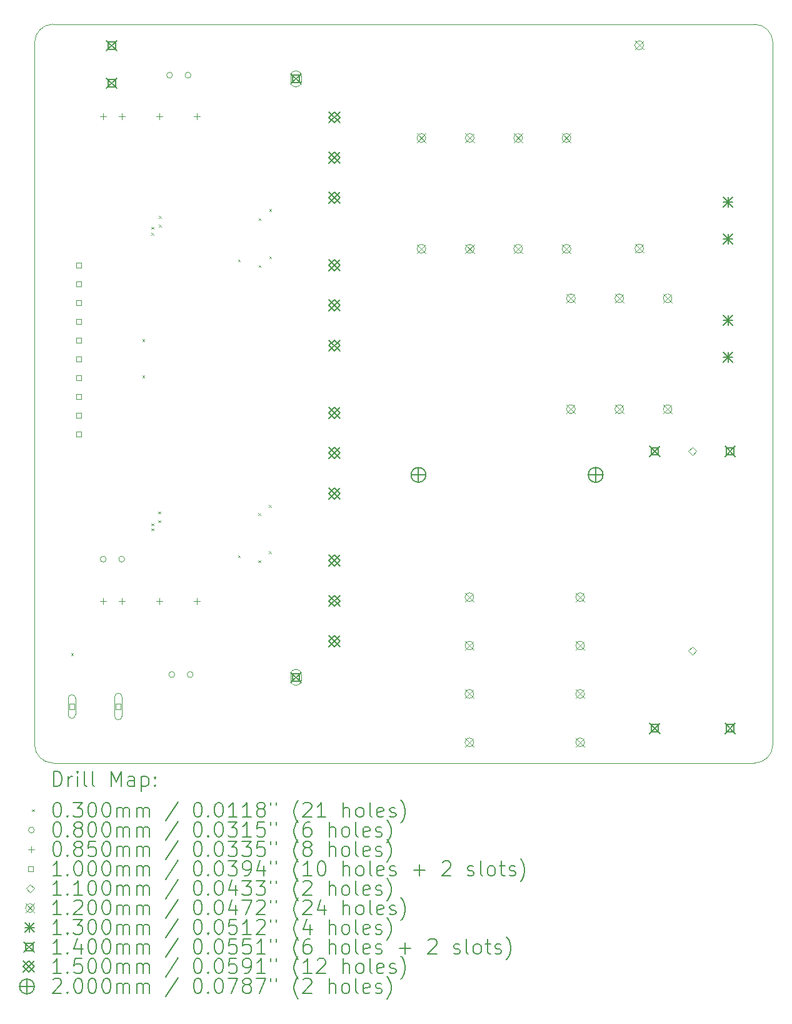
<source format=gbr>
%TF.GenerationSoftware,KiCad,Pcbnew,8.0.3*%
%TF.CreationDate,2025-02-16T14:56:26+13:00*%
%TF.ProjectId,Power-stage-rounded,506f7765-722d-4737-9461-67652d726f75,rev?*%
%TF.SameCoordinates,Original*%
%TF.FileFunction,Drillmap*%
%TF.FilePolarity,Positive*%
%FSLAX45Y45*%
G04 Gerber Fmt 4.5, Leading zero omitted, Abs format (unit mm)*
G04 Created by KiCad (PCBNEW 8.0.3) date 2025-02-16 14:56:26*
%MOMM*%
%LPD*%
G01*
G04 APERTURE LIST*
%ADD10C,0.050000*%
%ADD11C,0.200000*%
%ADD12C,0.100000*%
%ADD13C,0.110000*%
%ADD14C,0.120000*%
%ADD15C,0.130000*%
%ADD16C,0.140000*%
%ADD17C,0.150000*%
G04 APERTURE END LIST*
D10*
X20365000Y-4300000D02*
G75*
G02*
X20615000Y-4550000I0J-250000D01*
G01*
X10615000Y-14050000D02*
X10615000Y-4550000D01*
X20615000Y-4550000D02*
X20615000Y-14050000D01*
X10615000Y-4550000D02*
G75*
G02*
X10865000Y-4300000I250000J0D01*
G01*
X10865000Y-4300000D02*
X20365000Y-4300000D01*
X20365000Y-14300000D02*
X10865000Y-14300000D01*
X20615000Y-14050000D02*
G75*
G02*
X20365000Y-14300000I-250000J0D01*
G01*
X10865000Y-14300000D02*
G75*
G02*
X10615000Y-14050000I0J250000D01*
G01*
D11*
D12*
X11110000Y-12815000D02*
X11140000Y-12845000D01*
X11140000Y-12815000D02*
X11110000Y-12845000D01*
X12073750Y-8565000D02*
X12103750Y-8595000D01*
X12103750Y-8565000D02*
X12073750Y-8595000D01*
X12073750Y-9055000D02*
X12103750Y-9085000D01*
X12103750Y-9055000D02*
X12073750Y-9085000D01*
X12200000Y-7045000D02*
X12230000Y-7075000D01*
X12230000Y-7045000D02*
X12200000Y-7075000D01*
X12200000Y-7125000D02*
X12230000Y-7155000D01*
X12230000Y-7125000D02*
X12200000Y-7155000D01*
X12200000Y-11055000D02*
X12230000Y-11085000D01*
X12230000Y-11055000D02*
X12200000Y-11085000D01*
X12200000Y-11125000D02*
X12230000Y-11155000D01*
X12230000Y-11125000D02*
X12200000Y-11155000D01*
X12290000Y-10895000D02*
X12320000Y-10925000D01*
X12320000Y-10895000D02*
X12290000Y-10925000D01*
X12290000Y-11015000D02*
X12320000Y-11045000D01*
X12320000Y-11015000D02*
X12290000Y-11045000D01*
X12300000Y-6895000D02*
X12330000Y-6925000D01*
X12330000Y-6895000D02*
X12300000Y-6925000D01*
X12300000Y-7015000D02*
X12330000Y-7045000D01*
X12330000Y-7015000D02*
X12300000Y-7045000D01*
X13370000Y-7485000D02*
X13400000Y-7515000D01*
X13400000Y-7485000D02*
X13370000Y-7515000D01*
X13370000Y-11490000D02*
X13400000Y-11520000D01*
X13400000Y-11490000D02*
X13370000Y-11520000D01*
X13645000Y-10915000D02*
X13675000Y-10945000D01*
X13675000Y-10915000D02*
X13645000Y-10945000D01*
X13645000Y-11555000D02*
X13675000Y-11585000D01*
X13675000Y-11555000D02*
X13645000Y-11585000D01*
X13650000Y-6925500D02*
X13680000Y-6955500D01*
X13680000Y-6925500D02*
X13650000Y-6955500D01*
X13650000Y-7560500D02*
X13680000Y-7590500D01*
X13680000Y-7560500D02*
X13650000Y-7590500D01*
X13790000Y-10805000D02*
X13820000Y-10835000D01*
X13820000Y-10805000D02*
X13790000Y-10835000D01*
X13790000Y-11435000D02*
X13820000Y-11465000D01*
X13820000Y-11435000D02*
X13790000Y-11465000D01*
X13795000Y-6800500D02*
X13825000Y-6830500D01*
X13825000Y-6800500D02*
X13795000Y-6830500D01*
X13795000Y-7440500D02*
X13825000Y-7470500D01*
X13825000Y-7440500D02*
X13795000Y-7470500D01*
X11585000Y-11540000D02*
G75*
G02*
X11505000Y-11540000I-40000J0D01*
G01*
X11505000Y-11540000D02*
G75*
G02*
X11585000Y-11540000I40000J0D01*
G01*
X11835000Y-11540000D02*
G75*
G02*
X11755000Y-11540000I-40000J0D01*
G01*
X11755000Y-11540000D02*
G75*
G02*
X11835000Y-11540000I40000J0D01*
G01*
X12483238Y-4990000D02*
G75*
G02*
X12403238Y-4990000I-40000J0D01*
G01*
X12403238Y-4990000D02*
G75*
G02*
X12483238Y-4990000I40000J0D01*
G01*
X12513238Y-13102119D02*
G75*
G02*
X12433238Y-13102119I-40000J0D01*
G01*
X12433238Y-13102119D02*
G75*
G02*
X12513238Y-13102119I40000J0D01*
G01*
X12733238Y-4990000D02*
G75*
G02*
X12653238Y-4990000I-40000J0D01*
G01*
X12653238Y-4990000D02*
G75*
G02*
X12733238Y-4990000I40000J0D01*
G01*
X12763238Y-13102119D02*
G75*
G02*
X12683238Y-13102119I-40000J0D01*
G01*
X12683238Y-13102119D02*
G75*
G02*
X12763238Y-13102119I40000J0D01*
G01*
X11544000Y-5507500D02*
X11544000Y-5592500D01*
X11501500Y-5550000D02*
X11586500Y-5550000D01*
X11544000Y-12064619D02*
X11544000Y-12149619D01*
X11501500Y-12107119D02*
X11586500Y-12107119D01*
X11798000Y-5507500D02*
X11798000Y-5592500D01*
X11755500Y-5550000D02*
X11840500Y-5550000D01*
X11798000Y-12064619D02*
X11798000Y-12149619D01*
X11755500Y-12107119D02*
X11840500Y-12107119D01*
X12306000Y-5507500D02*
X12306000Y-5592500D01*
X12263500Y-5550000D02*
X12348500Y-5550000D01*
X12306000Y-12064619D02*
X12306000Y-12149619D01*
X12263500Y-12107119D02*
X12348500Y-12107119D01*
X12814000Y-5507500D02*
X12814000Y-5592500D01*
X12771500Y-5550000D02*
X12856500Y-5550000D01*
X12814000Y-12064619D02*
X12814000Y-12149619D01*
X12771500Y-12107119D02*
X12856500Y-12107119D01*
X11155356Y-13570356D02*
X11155356Y-13499644D01*
X11084644Y-13499644D01*
X11084644Y-13570356D01*
X11155356Y-13570356D01*
X11070000Y-13425000D02*
X11070000Y-13645000D01*
X11170000Y-13645000D02*
G75*
G02*
X11070000Y-13645000I-50000J0D01*
G01*
X11170000Y-13645000D02*
X11170000Y-13425000D01*
X11170000Y-13425000D02*
G75*
G03*
X11070000Y-13425000I-50000J0D01*
G01*
X11250356Y-7597356D02*
X11250356Y-7526644D01*
X11179644Y-7526644D01*
X11179644Y-7597356D01*
X11250356Y-7597356D01*
X11250356Y-7851356D02*
X11250356Y-7780644D01*
X11179644Y-7780644D01*
X11179644Y-7851356D01*
X11250356Y-7851356D01*
X11250356Y-8105356D02*
X11250356Y-8034644D01*
X11179644Y-8034644D01*
X11179644Y-8105356D01*
X11250356Y-8105356D01*
X11250356Y-8359356D02*
X11250356Y-8288644D01*
X11179644Y-8288644D01*
X11179644Y-8359356D01*
X11250356Y-8359356D01*
X11250356Y-8613356D02*
X11250356Y-8542644D01*
X11179644Y-8542644D01*
X11179644Y-8613356D01*
X11250356Y-8613356D01*
X11250356Y-8867356D02*
X11250356Y-8796644D01*
X11179644Y-8796644D01*
X11179644Y-8867356D01*
X11250356Y-8867356D01*
X11250356Y-9121356D02*
X11250356Y-9050644D01*
X11179644Y-9050644D01*
X11179644Y-9121356D01*
X11250356Y-9121356D01*
X11250356Y-9375356D02*
X11250356Y-9304644D01*
X11179644Y-9304644D01*
X11179644Y-9375356D01*
X11250356Y-9375356D01*
X11250356Y-9629356D02*
X11250356Y-9558644D01*
X11179644Y-9558644D01*
X11179644Y-9629356D01*
X11250356Y-9629356D01*
X11250356Y-9883356D02*
X11250356Y-9812644D01*
X11179644Y-9812644D01*
X11179644Y-9883356D01*
X11250356Y-9883356D01*
X11785356Y-13570356D02*
X11785356Y-13499644D01*
X11714644Y-13499644D01*
X11714644Y-13570356D01*
X11785356Y-13570356D01*
X11700000Y-13405000D02*
X11700000Y-13665000D01*
X11800000Y-13665000D02*
G75*
G02*
X11700000Y-13665000I-50000J0D01*
G01*
X11800000Y-13665000D02*
X11800000Y-13405000D01*
X11800000Y-13405000D02*
G75*
G03*
X11700000Y-13405000I-50000J0D01*
G01*
D13*
X19525000Y-10135000D02*
X19580000Y-10080000D01*
X19525000Y-10025000D01*
X19470000Y-10080000D01*
X19525000Y-10135000D01*
X19525000Y-12835000D02*
X19580000Y-12780000D01*
X19525000Y-12725000D01*
X19470000Y-12780000D01*
X19525000Y-12835000D01*
D14*
X15795000Y-5780000D02*
X15915000Y-5900000D01*
X15915000Y-5780000D02*
X15795000Y-5900000D01*
X15915000Y-5840000D02*
G75*
G02*
X15795000Y-5840000I-60000J0D01*
G01*
X15795000Y-5840000D02*
G75*
G02*
X15915000Y-5840000I60000J0D01*
G01*
X15795000Y-7280000D02*
X15915000Y-7400000D01*
X15915000Y-7280000D02*
X15795000Y-7400000D01*
X15915000Y-7340000D02*
G75*
G02*
X15795000Y-7340000I-60000J0D01*
G01*
X15795000Y-7340000D02*
G75*
G02*
X15915000Y-7340000I60000J0D01*
G01*
X16445000Y-11995000D02*
X16565000Y-12115000D01*
X16565000Y-11995000D02*
X16445000Y-12115000D01*
X16565000Y-12055000D02*
G75*
G02*
X16445000Y-12055000I-60000J0D01*
G01*
X16445000Y-12055000D02*
G75*
G02*
X16565000Y-12055000I60000J0D01*
G01*
X16445000Y-12650000D02*
X16565000Y-12770000D01*
X16565000Y-12650000D02*
X16445000Y-12770000D01*
X16565000Y-12710000D02*
G75*
G02*
X16445000Y-12710000I-60000J0D01*
G01*
X16445000Y-12710000D02*
G75*
G02*
X16565000Y-12710000I60000J0D01*
G01*
X16445000Y-13305000D02*
X16565000Y-13425000D01*
X16565000Y-13305000D02*
X16445000Y-13425000D01*
X16565000Y-13365000D02*
G75*
G02*
X16445000Y-13365000I-60000J0D01*
G01*
X16445000Y-13365000D02*
G75*
G02*
X16565000Y-13365000I60000J0D01*
G01*
X16445000Y-13960000D02*
X16565000Y-14080000D01*
X16565000Y-13960000D02*
X16445000Y-14080000D01*
X16565000Y-14020000D02*
G75*
G02*
X16445000Y-14020000I-60000J0D01*
G01*
X16445000Y-14020000D02*
G75*
G02*
X16565000Y-14020000I60000J0D01*
G01*
X16450000Y-5780000D02*
X16570000Y-5900000D01*
X16570000Y-5780000D02*
X16450000Y-5900000D01*
X16570000Y-5840000D02*
G75*
G02*
X16450000Y-5840000I-60000J0D01*
G01*
X16450000Y-5840000D02*
G75*
G02*
X16570000Y-5840000I60000J0D01*
G01*
X16450000Y-7280000D02*
X16570000Y-7400000D01*
X16570000Y-7280000D02*
X16450000Y-7400000D01*
X16570000Y-7340000D02*
G75*
G02*
X16450000Y-7340000I-60000J0D01*
G01*
X16450000Y-7340000D02*
G75*
G02*
X16570000Y-7340000I60000J0D01*
G01*
X17105000Y-5780000D02*
X17225000Y-5900000D01*
X17225000Y-5780000D02*
X17105000Y-5900000D01*
X17225000Y-5840000D02*
G75*
G02*
X17105000Y-5840000I-60000J0D01*
G01*
X17105000Y-5840000D02*
G75*
G02*
X17225000Y-5840000I60000J0D01*
G01*
X17105000Y-7280000D02*
X17225000Y-7400000D01*
X17225000Y-7280000D02*
X17105000Y-7400000D01*
X17225000Y-7340000D02*
G75*
G02*
X17105000Y-7340000I-60000J0D01*
G01*
X17105000Y-7340000D02*
G75*
G02*
X17225000Y-7340000I60000J0D01*
G01*
X17760000Y-5780000D02*
X17880000Y-5900000D01*
X17880000Y-5780000D02*
X17760000Y-5900000D01*
X17880000Y-5840000D02*
G75*
G02*
X17760000Y-5840000I-60000J0D01*
G01*
X17760000Y-5840000D02*
G75*
G02*
X17880000Y-5840000I60000J0D01*
G01*
X17760000Y-7280000D02*
X17880000Y-7400000D01*
X17880000Y-7280000D02*
X17760000Y-7400000D01*
X17880000Y-7340000D02*
G75*
G02*
X17760000Y-7340000I-60000J0D01*
G01*
X17760000Y-7340000D02*
G75*
G02*
X17880000Y-7340000I60000J0D01*
G01*
X17820000Y-7950000D02*
X17940000Y-8070000D01*
X17940000Y-7950000D02*
X17820000Y-8070000D01*
X17940000Y-8010000D02*
G75*
G02*
X17820000Y-8010000I-60000J0D01*
G01*
X17820000Y-8010000D02*
G75*
G02*
X17940000Y-8010000I60000J0D01*
G01*
X17820000Y-9450000D02*
X17940000Y-9570000D01*
X17940000Y-9450000D02*
X17820000Y-9570000D01*
X17940000Y-9510000D02*
G75*
G02*
X17820000Y-9510000I-60000J0D01*
G01*
X17820000Y-9510000D02*
G75*
G02*
X17940000Y-9510000I60000J0D01*
G01*
X17945000Y-11995000D02*
X18065000Y-12115000D01*
X18065000Y-11995000D02*
X17945000Y-12115000D01*
X18065000Y-12055000D02*
G75*
G02*
X17945000Y-12055000I-60000J0D01*
G01*
X17945000Y-12055000D02*
G75*
G02*
X18065000Y-12055000I60000J0D01*
G01*
X17945000Y-12650000D02*
X18065000Y-12770000D01*
X18065000Y-12650000D02*
X17945000Y-12770000D01*
X18065000Y-12710000D02*
G75*
G02*
X17945000Y-12710000I-60000J0D01*
G01*
X17945000Y-12710000D02*
G75*
G02*
X18065000Y-12710000I60000J0D01*
G01*
X17945000Y-13305000D02*
X18065000Y-13425000D01*
X18065000Y-13305000D02*
X17945000Y-13425000D01*
X18065000Y-13365000D02*
G75*
G02*
X17945000Y-13365000I-60000J0D01*
G01*
X17945000Y-13365000D02*
G75*
G02*
X18065000Y-13365000I60000J0D01*
G01*
X17945000Y-13960000D02*
X18065000Y-14080000D01*
X18065000Y-13960000D02*
X17945000Y-14080000D01*
X18065000Y-14020000D02*
G75*
G02*
X17945000Y-14020000I-60000J0D01*
G01*
X17945000Y-14020000D02*
G75*
G02*
X18065000Y-14020000I60000J0D01*
G01*
X18475000Y-7950000D02*
X18595000Y-8070000D01*
X18595000Y-7950000D02*
X18475000Y-8070000D01*
X18595000Y-8010000D02*
G75*
G02*
X18475000Y-8010000I-60000J0D01*
G01*
X18475000Y-8010000D02*
G75*
G02*
X18595000Y-8010000I60000J0D01*
G01*
X18475000Y-9450000D02*
X18595000Y-9570000D01*
X18595000Y-9450000D02*
X18475000Y-9570000D01*
X18595000Y-9510000D02*
G75*
G02*
X18475000Y-9510000I-60000J0D01*
G01*
X18475000Y-9510000D02*
G75*
G02*
X18595000Y-9510000I60000J0D01*
G01*
X18745000Y-4525000D02*
X18865000Y-4645000D01*
X18865000Y-4525000D02*
X18745000Y-4645000D01*
X18865000Y-4585000D02*
G75*
G02*
X18745000Y-4585000I-60000J0D01*
G01*
X18745000Y-4585000D02*
G75*
G02*
X18865000Y-4585000I60000J0D01*
G01*
X18745000Y-7275000D02*
X18865000Y-7395000D01*
X18865000Y-7275000D02*
X18745000Y-7395000D01*
X18865000Y-7335000D02*
G75*
G02*
X18745000Y-7335000I-60000J0D01*
G01*
X18745000Y-7335000D02*
G75*
G02*
X18865000Y-7335000I60000J0D01*
G01*
X19130000Y-7950000D02*
X19250000Y-8070000D01*
X19250000Y-7950000D02*
X19130000Y-8070000D01*
X19250000Y-8010000D02*
G75*
G02*
X19130000Y-8010000I-60000J0D01*
G01*
X19130000Y-8010000D02*
G75*
G02*
X19250000Y-8010000I60000J0D01*
G01*
X19130000Y-9450000D02*
X19250000Y-9570000D01*
X19250000Y-9450000D02*
X19130000Y-9570000D01*
X19250000Y-9510000D02*
G75*
G02*
X19130000Y-9510000I-60000J0D01*
G01*
X19130000Y-9510000D02*
G75*
G02*
X19250000Y-9510000I60000J0D01*
G01*
D15*
X19943250Y-6641750D02*
X20073250Y-6771750D01*
X20073250Y-6641750D02*
X19943250Y-6771750D01*
X20008250Y-6641750D02*
X20008250Y-6771750D01*
X19943250Y-6706750D02*
X20073250Y-6706750D01*
X19943250Y-7141750D02*
X20073250Y-7271750D01*
X20073250Y-7141750D02*
X19943250Y-7271750D01*
X20008250Y-7141750D02*
X20008250Y-7271750D01*
X19943250Y-7206750D02*
X20073250Y-7206750D01*
X19943250Y-8241750D02*
X20073250Y-8371750D01*
X20073250Y-8241750D02*
X19943250Y-8371750D01*
X20008250Y-8241750D02*
X20008250Y-8371750D01*
X19943250Y-8306750D02*
X20073250Y-8306750D01*
X19943250Y-8741750D02*
X20073250Y-8871750D01*
X20073250Y-8741750D02*
X19943250Y-8871750D01*
X20008250Y-8741750D02*
X20008250Y-8871750D01*
X19943250Y-8806750D02*
X20073250Y-8806750D01*
D16*
X11590000Y-4520000D02*
X11730000Y-4660000D01*
X11730000Y-4520000D02*
X11590000Y-4660000D01*
X11709498Y-4639498D02*
X11709498Y-4540502D01*
X11610502Y-4540502D01*
X11610502Y-4639498D01*
X11709498Y-4639498D01*
X11590000Y-5028000D02*
X11730000Y-5168000D01*
X11730000Y-5028000D02*
X11590000Y-5168000D01*
X11709498Y-5147498D02*
X11709498Y-5048502D01*
X11610502Y-5048502D01*
X11610502Y-5147498D01*
X11709498Y-5147498D01*
X14085000Y-4970000D02*
X14225000Y-5110000D01*
X14225000Y-4970000D02*
X14085000Y-5110000D01*
X14204498Y-5089498D02*
X14204498Y-4990502D01*
X14105502Y-4990502D01*
X14105502Y-5089498D01*
X14204498Y-5089498D01*
D12*
X14225000Y-5080000D02*
X14225000Y-5000000D01*
X14085000Y-5000000D02*
G75*
G02*
X14225000Y-5000000I70000J0D01*
G01*
X14085000Y-5000000D02*
X14085000Y-5080000D01*
X14085000Y-5080000D02*
G75*
G03*
X14225000Y-5080000I70000J0D01*
G01*
D16*
X14085000Y-13070000D02*
X14225000Y-13210000D01*
X14225000Y-13070000D02*
X14085000Y-13210000D01*
X14204498Y-13189498D02*
X14204498Y-13090502D01*
X14105502Y-13090502D01*
X14105502Y-13189498D01*
X14204498Y-13189498D01*
D12*
X14225000Y-13180000D02*
X14225000Y-13100000D01*
X14085000Y-13100000D02*
G75*
G02*
X14225000Y-13100000I70000J0D01*
G01*
X14085000Y-13100000D02*
X14085000Y-13180000D01*
X14085000Y-13180000D02*
G75*
G03*
X14225000Y-13180000I70000J0D01*
G01*
D16*
X18945000Y-10010000D02*
X19085000Y-10150000D01*
X19085000Y-10010000D02*
X18945000Y-10150000D01*
X19064498Y-10129498D02*
X19064498Y-10030502D01*
X18965502Y-10030502D01*
X18965502Y-10129498D01*
X19064498Y-10129498D01*
X18945000Y-13760000D02*
X19085000Y-13900000D01*
X19085000Y-13760000D02*
X18945000Y-13900000D01*
X19064498Y-13879498D02*
X19064498Y-13780502D01*
X18965502Y-13780502D01*
X18965502Y-13879498D01*
X19064498Y-13879498D01*
X19965000Y-10010000D02*
X20105000Y-10150000D01*
X20105000Y-10010000D02*
X19965000Y-10150000D01*
X20084498Y-10129498D02*
X20084498Y-10030502D01*
X19985502Y-10030502D01*
X19985502Y-10129498D01*
X20084498Y-10129498D01*
X19965000Y-13760000D02*
X20105000Y-13900000D01*
X20105000Y-13760000D02*
X19965000Y-13900000D01*
X20084498Y-13879498D02*
X20084498Y-13780502D01*
X19985502Y-13780502D01*
X19985502Y-13879498D01*
X20084498Y-13879498D01*
D17*
X14600000Y-5485000D02*
X14750000Y-5635000D01*
X14750000Y-5485000D02*
X14600000Y-5635000D01*
X14675000Y-5635000D02*
X14750000Y-5560000D01*
X14675000Y-5485000D01*
X14600000Y-5560000D01*
X14675000Y-5635000D01*
X14600000Y-6030000D02*
X14750000Y-6180000D01*
X14750000Y-6030000D02*
X14600000Y-6180000D01*
X14675000Y-6180000D02*
X14750000Y-6105000D01*
X14675000Y-6030000D01*
X14600000Y-6105000D01*
X14675000Y-6180000D01*
X14600000Y-6575000D02*
X14750000Y-6725000D01*
X14750000Y-6575000D02*
X14600000Y-6725000D01*
X14675000Y-6725000D02*
X14750000Y-6650000D01*
X14675000Y-6575000D01*
X14600000Y-6650000D01*
X14675000Y-6725000D01*
X14600000Y-7485000D02*
X14750000Y-7635000D01*
X14750000Y-7485000D02*
X14600000Y-7635000D01*
X14675000Y-7635000D02*
X14750000Y-7560000D01*
X14675000Y-7485000D01*
X14600000Y-7560000D01*
X14675000Y-7635000D01*
X14600000Y-8030000D02*
X14750000Y-8180000D01*
X14750000Y-8030000D02*
X14600000Y-8180000D01*
X14675000Y-8180000D02*
X14750000Y-8105000D01*
X14675000Y-8030000D01*
X14600000Y-8105000D01*
X14675000Y-8180000D01*
X14600000Y-8575000D02*
X14750000Y-8725000D01*
X14750000Y-8575000D02*
X14600000Y-8725000D01*
X14675000Y-8725000D02*
X14750000Y-8650000D01*
X14675000Y-8575000D01*
X14600000Y-8650000D01*
X14675000Y-8725000D01*
X14600000Y-9485000D02*
X14750000Y-9635000D01*
X14750000Y-9485000D02*
X14600000Y-9635000D01*
X14675000Y-9635000D02*
X14750000Y-9560000D01*
X14675000Y-9485000D01*
X14600000Y-9560000D01*
X14675000Y-9635000D01*
X14600000Y-10030000D02*
X14750000Y-10180000D01*
X14750000Y-10030000D02*
X14600000Y-10180000D01*
X14675000Y-10180000D02*
X14750000Y-10105000D01*
X14675000Y-10030000D01*
X14600000Y-10105000D01*
X14675000Y-10180000D01*
X14600000Y-10575000D02*
X14750000Y-10725000D01*
X14750000Y-10575000D02*
X14600000Y-10725000D01*
X14675000Y-10725000D02*
X14750000Y-10650000D01*
X14675000Y-10575000D01*
X14600000Y-10650000D01*
X14675000Y-10725000D01*
X14600000Y-11485000D02*
X14750000Y-11635000D01*
X14750000Y-11485000D02*
X14600000Y-11635000D01*
X14675000Y-11635000D02*
X14750000Y-11560000D01*
X14675000Y-11485000D01*
X14600000Y-11560000D01*
X14675000Y-11635000D01*
X14600000Y-12030000D02*
X14750000Y-12180000D01*
X14750000Y-12030000D02*
X14600000Y-12180000D01*
X14675000Y-12180000D02*
X14750000Y-12105000D01*
X14675000Y-12030000D01*
X14600000Y-12105000D01*
X14675000Y-12180000D01*
X14600000Y-12575000D02*
X14750000Y-12725000D01*
X14750000Y-12575000D02*
X14600000Y-12725000D01*
X14675000Y-12725000D02*
X14750000Y-12650000D01*
X14675000Y-12575000D01*
X14600000Y-12650000D01*
X14675000Y-12725000D01*
D11*
X15815000Y-10300000D02*
X15815000Y-10500000D01*
X15715000Y-10400000D02*
X15915000Y-10400000D01*
X15915000Y-10400000D02*
G75*
G02*
X15715000Y-10400000I-100000J0D01*
G01*
X15715000Y-10400000D02*
G75*
G02*
X15915000Y-10400000I100000J0D01*
G01*
X18215000Y-10300000D02*
X18215000Y-10500000D01*
X18115000Y-10400000D02*
X18315000Y-10400000D01*
X18315000Y-10400000D02*
G75*
G02*
X18115000Y-10400000I-100000J0D01*
G01*
X18115000Y-10400000D02*
G75*
G02*
X18315000Y-10400000I100000J0D01*
G01*
X10873277Y-14613984D02*
X10873277Y-14413984D01*
X10873277Y-14413984D02*
X10920896Y-14413984D01*
X10920896Y-14413984D02*
X10949467Y-14423508D01*
X10949467Y-14423508D02*
X10968515Y-14442555D01*
X10968515Y-14442555D02*
X10978039Y-14461603D01*
X10978039Y-14461603D02*
X10987563Y-14499698D01*
X10987563Y-14499698D02*
X10987563Y-14528269D01*
X10987563Y-14528269D02*
X10978039Y-14566365D01*
X10978039Y-14566365D02*
X10968515Y-14585412D01*
X10968515Y-14585412D02*
X10949467Y-14604460D01*
X10949467Y-14604460D02*
X10920896Y-14613984D01*
X10920896Y-14613984D02*
X10873277Y-14613984D01*
X11073277Y-14613984D02*
X11073277Y-14480650D01*
X11073277Y-14518746D02*
X11082801Y-14499698D01*
X11082801Y-14499698D02*
X11092324Y-14490174D01*
X11092324Y-14490174D02*
X11111372Y-14480650D01*
X11111372Y-14480650D02*
X11130420Y-14480650D01*
X11197086Y-14613984D02*
X11197086Y-14480650D01*
X11197086Y-14413984D02*
X11187562Y-14423508D01*
X11187562Y-14423508D02*
X11197086Y-14433031D01*
X11197086Y-14433031D02*
X11206610Y-14423508D01*
X11206610Y-14423508D02*
X11197086Y-14413984D01*
X11197086Y-14413984D02*
X11197086Y-14433031D01*
X11320896Y-14613984D02*
X11301848Y-14604460D01*
X11301848Y-14604460D02*
X11292324Y-14585412D01*
X11292324Y-14585412D02*
X11292324Y-14413984D01*
X11425658Y-14613984D02*
X11406610Y-14604460D01*
X11406610Y-14604460D02*
X11397086Y-14585412D01*
X11397086Y-14585412D02*
X11397086Y-14413984D01*
X11654229Y-14613984D02*
X11654229Y-14413984D01*
X11654229Y-14413984D02*
X11720896Y-14556841D01*
X11720896Y-14556841D02*
X11787562Y-14413984D01*
X11787562Y-14413984D02*
X11787562Y-14613984D01*
X11968515Y-14613984D02*
X11968515Y-14509222D01*
X11968515Y-14509222D02*
X11958991Y-14490174D01*
X11958991Y-14490174D02*
X11939943Y-14480650D01*
X11939943Y-14480650D02*
X11901848Y-14480650D01*
X11901848Y-14480650D02*
X11882801Y-14490174D01*
X11968515Y-14604460D02*
X11949467Y-14613984D01*
X11949467Y-14613984D02*
X11901848Y-14613984D01*
X11901848Y-14613984D02*
X11882801Y-14604460D01*
X11882801Y-14604460D02*
X11873277Y-14585412D01*
X11873277Y-14585412D02*
X11873277Y-14566365D01*
X11873277Y-14566365D02*
X11882801Y-14547317D01*
X11882801Y-14547317D02*
X11901848Y-14537793D01*
X11901848Y-14537793D02*
X11949467Y-14537793D01*
X11949467Y-14537793D02*
X11968515Y-14528269D01*
X12063753Y-14480650D02*
X12063753Y-14680650D01*
X12063753Y-14490174D02*
X12082801Y-14480650D01*
X12082801Y-14480650D02*
X12120896Y-14480650D01*
X12120896Y-14480650D02*
X12139943Y-14490174D01*
X12139943Y-14490174D02*
X12149467Y-14499698D01*
X12149467Y-14499698D02*
X12158991Y-14518746D01*
X12158991Y-14518746D02*
X12158991Y-14575888D01*
X12158991Y-14575888D02*
X12149467Y-14594936D01*
X12149467Y-14594936D02*
X12139943Y-14604460D01*
X12139943Y-14604460D02*
X12120896Y-14613984D01*
X12120896Y-14613984D02*
X12082801Y-14613984D01*
X12082801Y-14613984D02*
X12063753Y-14604460D01*
X12244705Y-14594936D02*
X12254229Y-14604460D01*
X12254229Y-14604460D02*
X12244705Y-14613984D01*
X12244705Y-14613984D02*
X12235182Y-14604460D01*
X12235182Y-14604460D02*
X12244705Y-14594936D01*
X12244705Y-14594936D02*
X12244705Y-14613984D01*
X12244705Y-14490174D02*
X12254229Y-14499698D01*
X12254229Y-14499698D02*
X12244705Y-14509222D01*
X12244705Y-14509222D02*
X12235182Y-14499698D01*
X12235182Y-14499698D02*
X12244705Y-14490174D01*
X12244705Y-14490174D02*
X12244705Y-14509222D01*
D12*
X10582500Y-14927500D02*
X10612500Y-14957500D01*
X10612500Y-14927500D02*
X10582500Y-14957500D01*
D11*
X10911372Y-14833984D02*
X10930420Y-14833984D01*
X10930420Y-14833984D02*
X10949467Y-14843508D01*
X10949467Y-14843508D02*
X10958991Y-14853031D01*
X10958991Y-14853031D02*
X10968515Y-14872079D01*
X10968515Y-14872079D02*
X10978039Y-14910174D01*
X10978039Y-14910174D02*
X10978039Y-14957793D01*
X10978039Y-14957793D02*
X10968515Y-14995888D01*
X10968515Y-14995888D02*
X10958991Y-15014936D01*
X10958991Y-15014936D02*
X10949467Y-15024460D01*
X10949467Y-15024460D02*
X10930420Y-15033984D01*
X10930420Y-15033984D02*
X10911372Y-15033984D01*
X10911372Y-15033984D02*
X10892324Y-15024460D01*
X10892324Y-15024460D02*
X10882801Y-15014936D01*
X10882801Y-15014936D02*
X10873277Y-14995888D01*
X10873277Y-14995888D02*
X10863753Y-14957793D01*
X10863753Y-14957793D02*
X10863753Y-14910174D01*
X10863753Y-14910174D02*
X10873277Y-14872079D01*
X10873277Y-14872079D02*
X10882801Y-14853031D01*
X10882801Y-14853031D02*
X10892324Y-14843508D01*
X10892324Y-14843508D02*
X10911372Y-14833984D01*
X11063753Y-15014936D02*
X11073277Y-15024460D01*
X11073277Y-15024460D02*
X11063753Y-15033984D01*
X11063753Y-15033984D02*
X11054229Y-15024460D01*
X11054229Y-15024460D02*
X11063753Y-15014936D01*
X11063753Y-15014936D02*
X11063753Y-15033984D01*
X11139944Y-14833984D02*
X11263753Y-14833984D01*
X11263753Y-14833984D02*
X11197086Y-14910174D01*
X11197086Y-14910174D02*
X11225658Y-14910174D01*
X11225658Y-14910174D02*
X11244705Y-14919698D01*
X11244705Y-14919698D02*
X11254229Y-14929222D01*
X11254229Y-14929222D02*
X11263753Y-14948269D01*
X11263753Y-14948269D02*
X11263753Y-14995888D01*
X11263753Y-14995888D02*
X11254229Y-15014936D01*
X11254229Y-15014936D02*
X11244705Y-15024460D01*
X11244705Y-15024460D02*
X11225658Y-15033984D01*
X11225658Y-15033984D02*
X11168515Y-15033984D01*
X11168515Y-15033984D02*
X11149467Y-15024460D01*
X11149467Y-15024460D02*
X11139944Y-15014936D01*
X11387562Y-14833984D02*
X11406610Y-14833984D01*
X11406610Y-14833984D02*
X11425658Y-14843508D01*
X11425658Y-14843508D02*
X11435182Y-14853031D01*
X11435182Y-14853031D02*
X11444705Y-14872079D01*
X11444705Y-14872079D02*
X11454229Y-14910174D01*
X11454229Y-14910174D02*
X11454229Y-14957793D01*
X11454229Y-14957793D02*
X11444705Y-14995888D01*
X11444705Y-14995888D02*
X11435182Y-15014936D01*
X11435182Y-15014936D02*
X11425658Y-15024460D01*
X11425658Y-15024460D02*
X11406610Y-15033984D01*
X11406610Y-15033984D02*
X11387562Y-15033984D01*
X11387562Y-15033984D02*
X11368515Y-15024460D01*
X11368515Y-15024460D02*
X11358991Y-15014936D01*
X11358991Y-15014936D02*
X11349467Y-14995888D01*
X11349467Y-14995888D02*
X11339943Y-14957793D01*
X11339943Y-14957793D02*
X11339943Y-14910174D01*
X11339943Y-14910174D02*
X11349467Y-14872079D01*
X11349467Y-14872079D02*
X11358991Y-14853031D01*
X11358991Y-14853031D02*
X11368515Y-14843508D01*
X11368515Y-14843508D02*
X11387562Y-14833984D01*
X11578039Y-14833984D02*
X11597086Y-14833984D01*
X11597086Y-14833984D02*
X11616134Y-14843508D01*
X11616134Y-14843508D02*
X11625658Y-14853031D01*
X11625658Y-14853031D02*
X11635182Y-14872079D01*
X11635182Y-14872079D02*
X11644705Y-14910174D01*
X11644705Y-14910174D02*
X11644705Y-14957793D01*
X11644705Y-14957793D02*
X11635182Y-14995888D01*
X11635182Y-14995888D02*
X11625658Y-15014936D01*
X11625658Y-15014936D02*
X11616134Y-15024460D01*
X11616134Y-15024460D02*
X11597086Y-15033984D01*
X11597086Y-15033984D02*
X11578039Y-15033984D01*
X11578039Y-15033984D02*
X11558991Y-15024460D01*
X11558991Y-15024460D02*
X11549467Y-15014936D01*
X11549467Y-15014936D02*
X11539943Y-14995888D01*
X11539943Y-14995888D02*
X11530420Y-14957793D01*
X11530420Y-14957793D02*
X11530420Y-14910174D01*
X11530420Y-14910174D02*
X11539943Y-14872079D01*
X11539943Y-14872079D02*
X11549467Y-14853031D01*
X11549467Y-14853031D02*
X11558991Y-14843508D01*
X11558991Y-14843508D02*
X11578039Y-14833984D01*
X11730420Y-15033984D02*
X11730420Y-14900650D01*
X11730420Y-14919698D02*
X11739943Y-14910174D01*
X11739943Y-14910174D02*
X11758991Y-14900650D01*
X11758991Y-14900650D02*
X11787563Y-14900650D01*
X11787563Y-14900650D02*
X11806610Y-14910174D01*
X11806610Y-14910174D02*
X11816134Y-14929222D01*
X11816134Y-14929222D02*
X11816134Y-15033984D01*
X11816134Y-14929222D02*
X11825658Y-14910174D01*
X11825658Y-14910174D02*
X11844705Y-14900650D01*
X11844705Y-14900650D02*
X11873277Y-14900650D01*
X11873277Y-14900650D02*
X11892324Y-14910174D01*
X11892324Y-14910174D02*
X11901848Y-14929222D01*
X11901848Y-14929222D02*
X11901848Y-15033984D01*
X11997086Y-15033984D02*
X11997086Y-14900650D01*
X11997086Y-14919698D02*
X12006610Y-14910174D01*
X12006610Y-14910174D02*
X12025658Y-14900650D01*
X12025658Y-14900650D02*
X12054229Y-14900650D01*
X12054229Y-14900650D02*
X12073277Y-14910174D01*
X12073277Y-14910174D02*
X12082801Y-14929222D01*
X12082801Y-14929222D02*
X12082801Y-15033984D01*
X12082801Y-14929222D02*
X12092324Y-14910174D01*
X12092324Y-14910174D02*
X12111372Y-14900650D01*
X12111372Y-14900650D02*
X12139943Y-14900650D01*
X12139943Y-14900650D02*
X12158991Y-14910174D01*
X12158991Y-14910174D02*
X12168515Y-14929222D01*
X12168515Y-14929222D02*
X12168515Y-15033984D01*
X12558991Y-14824460D02*
X12387563Y-15081603D01*
X12816134Y-14833984D02*
X12835182Y-14833984D01*
X12835182Y-14833984D02*
X12854229Y-14843508D01*
X12854229Y-14843508D02*
X12863753Y-14853031D01*
X12863753Y-14853031D02*
X12873277Y-14872079D01*
X12873277Y-14872079D02*
X12882801Y-14910174D01*
X12882801Y-14910174D02*
X12882801Y-14957793D01*
X12882801Y-14957793D02*
X12873277Y-14995888D01*
X12873277Y-14995888D02*
X12863753Y-15014936D01*
X12863753Y-15014936D02*
X12854229Y-15024460D01*
X12854229Y-15024460D02*
X12835182Y-15033984D01*
X12835182Y-15033984D02*
X12816134Y-15033984D01*
X12816134Y-15033984D02*
X12797086Y-15024460D01*
X12797086Y-15024460D02*
X12787563Y-15014936D01*
X12787563Y-15014936D02*
X12778039Y-14995888D01*
X12778039Y-14995888D02*
X12768515Y-14957793D01*
X12768515Y-14957793D02*
X12768515Y-14910174D01*
X12768515Y-14910174D02*
X12778039Y-14872079D01*
X12778039Y-14872079D02*
X12787563Y-14853031D01*
X12787563Y-14853031D02*
X12797086Y-14843508D01*
X12797086Y-14843508D02*
X12816134Y-14833984D01*
X12968515Y-15014936D02*
X12978039Y-15024460D01*
X12978039Y-15024460D02*
X12968515Y-15033984D01*
X12968515Y-15033984D02*
X12958991Y-15024460D01*
X12958991Y-15024460D02*
X12968515Y-15014936D01*
X12968515Y-15014936D02*
X12968515Y-15033984D01*
X13101848Y-14833984D02*
X13120896Y-14833984D01*
X13120896Y-14833984D02*
X13139944Y-14843508D01*
X13139944Y-14843508D02*
X13149467Y-14853031D01*
X13149467Y-14853031D02*
X13158991Y-14872079D01*
X13158991Y-14872079D02*
X13168515Y-14910174D01*
X13168515Y-14910174D02*
X13168515Y-14957793D01*
X13168515Y-14957793D02*
X13158991Y-14995888D01*
X13158991Y-14995888D02*
X13149467Y-15014936D01*
X13149467Y-15014936D02*
X13139944Y-15024460D01*
X13139944Y-15024460D02*
X13120896Y-15033984D01*
X13120896Y-15033984D02*
X13101848Y-15033984D01*
X13101848Y-15033984D02*
X13082801Y-15024460D01*
X13082801Y-15024460D02*
X13073277Y-15014936D01*
X13073277Y-15014936D02*
X13063753Y-14995888D01*
X13063753Y-14995888D02*
X13054229Y-14957793D01*
X13054229Y-14957793D02*
X13054229Y-14910174D01*
X13054229Y-14910174D02*
X13063753Y-14872079D01*
X13063753Y-14872079D02*
X13073277Y-14853031D01*
X13073277Y-14853031D02*
X13082801Y-14843508D01*
X13082801Y-14843508D02*
X13101848Y-14833984D01*
X13358991Y-15033984D02*
X13244706Y-15033984D01*
X13301848Y-15033984D02*
X13301848Y-14833984D01*
X13301848Y-14833984D02*
X13282801Y-14862555D01*
X13282801Y-14862555D02*
X13263753Y-14881603D01*
X13263753Y-14881603D02*
X13244706Y-14891127D01*
X13549467Y-15033984D02*
X13435182Y-15033984D01*
X13492325Y-15033984D02*
X13492325Y-14833984D01*
X13492325Y-14833984D02*
X13473277Y-14862555D01*
X13473277Y-14862555D02*
X13454229Y-14881603D01*
X13454229Y-14881603D02*
X13435182Y-14891127D01*
X13663753Y-14919698D02*
X13644706Y-14910174D01*
X13644706Y-14910174D02*
X13635182Y-14900650D01*
X13635182Y-14900650D02*
X13625658Y-14881603D01*
X13625658Y-14881603D02*
X13625658Y-14872079D01*
X13625658Y-14872079D02*
X13635182Y-14853031D01*
X13635182Y-14853031D02*
X13644706Y-14843508D01*
X13644706Y-14843508D02*
X13663753Y-14833984D01*
X13663753Y-14833984D02*
X13701848Y-14833984D01*
X13701848Y-14833984D02*
X13720896Y-14843508D01*
X13720896Y-14843508D02*
X13730420Y-14853031D01*
X13730420Y-14853031D02*
X13739944Y-14872079D01*
X13739944Y-14872079D02*
X13739944Y-14881603D01*
X13739944Y-14881603D02*
X13730420Y-14900650D01*
X13730420Y-14900650D02*
X13720896Y-14910174D01*
X13720896Y-14910174D02*
X13701848Y-14919698D01*
X13701848Y-14919698D02*
X13663753Y-14919698D01*
X13663753Y-14919698D02*
X13644706Y-14929222D01*
X13644706Y-14929222D02*
X13635182Y-14938746D01*
X13635182Y-14938746D02*
X13625658Y-14957793D01*
X13625658Y-14957793D02*
X13625658Y-14995888D01*
X13625658Y-14995888D02*
X13635182Y-15014936D01*
X13635182Y-15014936D02*
X13644706Y-15024460D01*
X13644706Y-15024460D02*
X13663753Y-15033984D01*
X13663753Y-15033984D02*
X13701848Y-15033984D01*
X13701848Y-15033984D02*
X13720896Y-15024460D01*
X13720896Y-15024460D02*
X13730420Y-15014936D01*
X13730420Y-15014936D02*
X13739944Y-14995888D01*
X13739944Y-14995888D02*
X13739944Y-14957793D01*
X13739944Y-14957793D02*
X13730420Y-14938746D01*
X13730420Y-14938746D02*
X13720896Y-14929222D01*
X13720896Y-14929222D02*
X13701848Y-14919698D01*
X13816134Y-14833984D02*
X13816134Y-14872079D01*
X13892325Y-14833984D02*
X13892325Y-14872079D01*
X14187563Y-15110174D02*
X14178039Y-15100650D01*
X14178039Y-15100650D02*
X14158991Y-15072079D01*
X14158991Y-15072079D02*
X14149468Y-15053031D01*
X14149468Y-15053031D02*
X14139944Y-15024460D01*
X14139944Y-15024460D02*
X14130420Y-14976841D01*
X14130420Y-14976841D02*
X14130420Y-14938746D01*
X14130420Y-14938746D02*
X14139944Y-14891127D01*
X14139944Y-14891127D02*
X14149468Y-14862555D01*
X14149468Y-14862555D02*
X14158991Y-14843508D01*
X14158991Y-14843508D02*
X14178039Y-14814936D01*
X14178039Y-14814936D02*
X14187563Y-14805412D01*
X14254229Y-14853031D02*
X14263753Y-14843508D01*
X14263753Y-14843508D02*
X14282801Y-14833984D01*
X14282801Y-14833984D02*
X14330420Y-14833984D01*
X14330420Y-14833984D02*
X14349468Y-14843508D01*
X14349468Y-14843508D02*
X14358991Y-14853031D01*
X14358991Y-14853031D02*
X14368515Y-14872079D01*
X14368515Y-14872079D02*
X14368515Y-14891127D01*
X14368515Y-14891127D02*
X14358991Y-14919698D01*
X14358991Y-14919698D02*
X14244706Y-15033984D01*
X14244706Y-15033984D02*
X14368515Y-15033984D01*
X14558991Y-15033984D02*
X14444706Y-15033984D01*
X14501848Y-15033984D02*
X14501848Y-14833984D01*
X14501848Y-14833984D02*
X14482801Y-14862555D01*
X14482801Y-14862555D02*
X14463753Y-14881603D01*
X14463753Y-14881603D02*
X14444706Y-14891127D01*
X14797087Y-15033984D02*
X14797087Y-14833984D01*
X14882801Y-15033984D02*
X14882801Y-14929222D01*
X14882801Y-14929222D02*
X14873277Y-14910174D01*
X14873277Y-14910174D02*
X14854230Y-14900650D01*
X14854230Y-14900650D02*
X14825658Y-14900650D01*
X14825658Y-14900650D02*
X14806610Y-14910174D01*
X14806610Y-14910174D02*
X14797087Y-14919698D01*
X15006610Y-15033984D02*
X14987563Y-15024460D01*
X14987563Y-15024460D02*
X14978039Y-15014936D01*
X14978039Y-15014936D02*
X14968515Y-14995888D01*
X14968515Y-14995888D02*
X14968515Y-14938746D01*
X14968515Y-14938746D02*
X14978039Y-14919698D01*
X14978039Y-14919698D02*
X14987563Y-14910174D01*
X14987563Y-14910174D02*
X15006610Y-14900650D01*
X15006610Y-14900650D02*
X15035182Y-14900650D01*
X15035182Y-14900650D02*
X15054230Y-14910174D01*
X15054230Y-14910174D02*
X15063753Y-14919698D01*
X15063753Y-14919698D02*
X15073277Y-14938746D01*
X15073277Y-14938746D02*
X15073277Y-14995888D01*
X15073277Y-14995888D02*
X15063753Y-15014936D01*
X15063753Y-15014936D02*
X15054230Y-15024460D01*
X15054230Y-15024460D02*
X15035182Y-15033984D01*
X15035182Y-15033984D02*
X15006610Y-15033984D01*
X15187563Y-15033984D02*
X15168515Y-15024460D01*
X15168515Y-15024460D02*
X15158991Y-15005412D01*
X15158991Y-15005412D02*
X15158991Y-14833984D01*
X15339944Y-15024460D02*
X15320896Y-15033984D01*
X15320896Y-15033984D02*
X15282801Y-15033984D01*
X15282801Y-15033984D02*
X15263753Y-15024460D01*
X15263753Y-15024460D02*
X15254230Y-15005412D01*
X15254230Y-15005412D02*
X15254230Y-14929222D01*
X15254230Y-14929222D02*
X15263753Y-14910174D01*
X15263753Y-14910174D02*
X15282801Y-14900650D01*
X15282801Y-14900650D02*
X15320896Y-14900650D01*
X15320896Y-14900650D02*
X15339944Y-14910174D01*
X15339944Y-14910174D02*
X15349468Y-14929222D01*
X15349468Y-14929222D02*
X15349468Y-14948269D01*
X15349468Y-14948269D02*
X15254230Y-14967317D01*
X15425658Y-15024460D02*
X15444706Y-15033984D01*
X15444706Y-15033984D02*
X15482801Y-15033984D01*
X15482801Y-15033984D02*
X15501849Y-15024460D01*
X15501849Y-15024460D02*
X15511372Y-15005412D01*
X15511372Y-15005412D02*
X15511372Y-14995888D01*
X15511372Y-14995888D02*
X15501849Y-14976841D01*
X15501849Y-14976841D02*
X15482801Y-14967317D01*
X15482801Y-14967317D02*
X15454230Y-14967317D01*
X15454230Y-14967317D02*
X15435182Y-14957793D01*
X15435182Y-14957793D02*
X15425658Y-14938746D01*
X15425658Y-14938746D02*
X15425658Y-14929222D01*
X15425658Y-14929222D02*
X15435182Y-14910174D01*
X15435182Y-14910174D02*
X15454230Y-14900650D01*
X15454230Y-14900650D02*
X15482801Y-14900650D01*
X15482801Y-14900650D02*
X15501849Y-14910174D01*
X15578039Y-15110174D02*
X15587563Y-15100650D01*
X15587563Y-15100650D02*
X15606611Y-15072079D01*
X15606611Y-15072079D02*
X15616134Y-15053031D01*
X15616134Y-15053031D02*
X15625658Y-15024460D01*
X15625658Y-15024460D02*
X15635182Y-14976841D01*
X15635182Y-14976841D02*
X15635182Y-14938746D01*
X15635182Y-14938746D02*
X15625658Y-14891127D01*
X15625658Y-14891127D02*
X15616134Y-14862555D01*
X15616134Y-14862555D02*
X15606611Y-14843508D01*
X15606611Y-14843508D02*
X15587563Y-14814936D01*
X15587563Y-14814936D02*
X15578039Y-14805412D01*
D12*
X10612500Y-15206500D02*
G75*
G02*
X10532500Y-15206500I-40000J0D01*
G01*
X10532500Y-15206500D02*
G75*
G02*
X10612500Y-15206500I40000J0D01*
G01*
D11*
X10911372Y-15097984D02*
X10930420Y-15097984D01*
X10930420Y-15097984D02*
X10949467Y-15107508D01*
X10949467Y-15107508D02*
X10958991Y-15117031D01*
X10958991Y-15117031D02*
X10968515Y-15136079D01*
X10968515Y-15136079D02*
X10978039Y-15174174D01*
X10978039Y-15174174D02*
X10978039Y-15221793D01*
X10978039Y-15221793D02*
X10968515Y-15259888D01*
X10968515Y-15259888D02*
X10958991Y-15278936D01*
X10958991Y-15278936D02*
X10949467Y-15288460D01*
X10949467Y-15288460D02*
X10930420Y-15297984D01*
X10930420Y-15297984D02*
X10911372Y-15297984D01*
X10911372Y-15297984D02*
X10892324Y-15288460D01*
X10892324Y-15288460D02*
X10882801Y-15278936D01*
X10882801Y-15278936D02*
X10873277Y-15259888D01*
X10873277Y-15259888D02*
X10863753Y-15221793D01*
X10863753Y-15221793D02*
X10863753Y-15174174D01*
X10863753Y-15174174D02*
X10873277Y-15136079D01*
X10873277Y-15136079D02*
X10882801Y-15117031D01*
X10882801Y-15117031D02*
X10892324Y-15107508D01*
X10892324Y-15107508D02*
X10911372Y-15097984D01*
X11063753Y-15278936D02*
X11073277Y-15288460D01*
X11073277Y-15288460D02*
X11063753Y-15297984D01*
X11063753Y-15297984D02*
X11054229Y-15288460D01*
X11054229Y-15288460D02*
X11063753Y-15278936D01*
X11063753Y-15278936D02*
X11063753Y-15297984D01*
X11187562Y-15183698D02*
X11168515Y-15174174D01*
X11168515Y-15174174D02*
X11158991Y-15164650D01*
X11158991Y-15164650D02*
X11149467Y-15145603D01*
X11149467Y-15145603D02*
X11149467Y-15136079D01*
X11149467Y-15136079D02*
X11158991Y-15117031D01*
X11158991Y-15117031D02*
X11168515Y-15107508D01*
X11168515Y-15107508D02*
X11187562Y-15097984D01*
X11187562Y-15097984D02*
X11225658Y-15097984D01*
X11225658Y-15097984D02*
X11244705Y-15107508D01*
X11244705Y-15107508D02*
X11254229Y-15117031D01*
X11254229Y-15117031D02*
X11263753Y-15136079D01*
X11263753Y-15136079D02*
X11263753Y-15145603D01*
X11263753Y-15145603D02*
X11254229Y-15164650D01*
X11254229Y-15164650D02*
X11244705Y-15174174D01*
X11244705Y-15174174D02*
X11225658Y-15183698D01*
X11225658Y-15183698D02*
X11187562Y-15183698D01*
X11187562Y-15183698D02*
X11168515Y-15193222D01*
X11168515Y-15193222D02*
X11158991Y-15202746D01*
X11158991Y-15202746D02*
X11149467Y-15221793D01*
X11149467Y-15221793D02*
X11149467Y-15259888D01*
X11149467Y-15259888D02*
X11158991Y-15278936D01*
X11158991Y-15278936D02*
X11168515Y-15288460D01*
X11168515Y-15288460D02*
X11187562Y-15297984D01*
X11187562Y-15297984D02*
X11225658Y-15297984D01*
X11225658Y-15297984D02*
X11244705Y-15288460D01*
X11244705Y-15288460D02*
X11254229Y-15278936D01*
X11254229Y-15278936D02*
X11263753Y-15259888D01*
X11263753Y-15259888D02*
X11263753Y-15221793D01*
X11263753Y-15221793D02*
X11254229Y-15202746D01*
X11254229Y-15202746D02*
X11244705Y-15193222D01*
X11244705Y-15193222D02*
X11225658Y-15183698D01*
X11387562Y-15097984D02*
X11406610Y-15097984D01*
X11406610Y-15097984D02*
X11425658Y-15107508D01*
X11425658Y-15107508D02*
X11435182Y-15117031D01*
X11435182Y-15117031D02*
X11444705Y-15136079D01*
X11444705Y-15136079D02*
X11454229Y-15174174D01*
X11454229Y-15174174D02*
X11454229Y-15221793D01*
X11454229Y-15221793D02*
X11444705Y-15259888D01*
X11444705Y-15259888D02*
X11435182Y-15278936D01*
X11435182Y-15278936D02*
X11425658Y-15288460D01*
X11425658Y-15288460D02*
X11406610Y-15297984D01*
X11406610Y-15297984D02*
X11387562Y-15297984D01*
X11387562Y-15297984D02*
X11368515Y-15288460D01*
X11368515Y-15288460D02*
X11358991Y-15278936D01*
X11358991Y-15278936D02*
X11349467Y-15259888D01*
X11349467Y-15259888D02*
X11339943Y-15221793D01*
X11339943Y-15221793D02*
X11339943Y-15174174D01*
X11339943Y-15174174D02*
X11349467Y-15136079D01*
X11349467Y-15136079D02*
X11358991Y-15117031D01*
X11358991Y-15117031D02*
X11368515Y-15107508D01*
X11368515Y-15107508D02*
X11387562Y-15097984D01*
X11578039Y-15097984D02*
X11597086Y-15097984D01*
X11597086Y-15097984D02*
X11616134Y-15107508D01*
X11616134Y-15107508D02*
X11625658Y-15117031D01*
X11625658Y-15117031D02*
X11635182Y-15136079D01*
X11635182Y-15136079D02*
X11644705Y-15174174D01*
X11644705Y-15174174D02*
X11644705Y-15221793D01*
X11644705Y-15221793D02*
X11635182Y-15259888D01*
X11635182Y-15259888D02*
X11625658Y-15278936D01*
X11625658Y-15278936D02*
X11616134Y-15288460D01*
X11616134Y-15288460D02*
X11597086Y-15297984D01*
X11597086Y-15297984D02*
X11578039Y-15297984D01*
X11578039Y-15297984D02*
X11558991Y-15288460D01*
X11558991Y-15288460D02*
X11549467Y-15278936D01*
X11549467Y-15278936D02*
X11539943Y-15259888D01*
X11539943Y-15259888D02*
X11530420Y-15221793D01*
X11530420Y-15221793D02*
X11530420Y-15174174D01*
X11530420Y-15174174D02*
X11539943Y-15136079D01*
X11539943Y-15136079D02*
X11549467Y-15117031D01*
X11549467Y-15117031D02*
X11558991Y-15107508D01*
X11558991Y-15107508D02*
X11578039Y-15097984D01*
X11730420Y-15297984D02*
X11730420Y-15164650D01*
X11730420Y-15183698D02*
X11739943Y-15174174D01*
X11739943Y-15174174D02*
X11758991Y-15164650D01*
X11758991Y-15164650D02*
X11787563Y-15164650D01*
X11787563Y-15164650D02*
X11806610Y-15174174D01*
X11806610Y-15174174D02*
X11816134Y-15193222D01*
X11816134Y-15193222D02*
X11816134Y-15297984D01*
X11816134Y-15193222D02*
X11825658Y-15174174D01*
X11825658Y-15174174D02*
X11844705Y-15164650D01*
X11844705Y-15164650D02*
X11873277Y-15164650D01*
X11873277Y-15164650D02*
X11892324Y-15174174D01*
X11892324Y-15174174D02*
X11901848Y-15193222D01*
X11901848Y-15193222D02*
X11901848Y-15297984D01*
X11997086Y-15297984D02*
X11997086Y-15164650D01*
X11997086Y-15183698D02*
X12006610Y-15174174D01*
X12006610Y-15174174D02*
X12025658Y-15164650D01*
X12025658Y-15164650D02*
X12054229Y-15164650D01*
X12054229Y-15164650D02*
X12073277Y-15174174D01*
X12073277Y-15174174D02*
X12082801Y-15193222D01*
X12082801Y-15193222D02*
X12082801Y-15297984D01*
X12082801Y-15193222D02*
X12092324Y-15174174D01*
X12092324Y-15174174D02*
X12111372Y-15164650D01*
X12111372Y-15164650D02*
X12139943Y-15164650D01*
X12139943Y-15164650D02*
X12158991Y-15174174D01*
X12158991Y-15174174D02*
X12168515Y-15193222D01*
X12168515Y-15193222D02*
X12168515Y-15297984D01*
X12558991Y-15088460D02*
X12387563Y-15345603D01*
X12816134Y-15097984D02*
X12835182Y-15097984D01*
X12835182Y-15097984D02*
X12854229Y-15107508D01*
X12854229Y-15107508D02*
X12863753Y-15117031D01*
X12863753Y-15117031D02*
X12873277Y-15136079D01*
X12873277Y-15136079D02*
X12882801Y-15174174D01*
X12882801Y-15174174D02*
X12882801Y-15221793D01*
X12882801Y-15221793D02*
X12873277Y-15259888D01*
X12873277Y-15259888D02*
X12863753Y-15278936D01*
X12863753Y-15278936D02*
X12854229Y-15288460D01*
X12854229Y-15288460D02*
X12835182Y-15297984D01*
X12835182Y-15297984D02*
X12816134Y-15297984D01*
X12816134Y-15297984D02*
X12797086Y-15288460D01*
X12797086Y-15288460D02*
X12787563Y-15278936D01*
X12787563Y-15278936D02*
X12778039Y-15259888D01*
X12778039Y-15259888D02*
X12768515Y-15221793D01*
X12768515Y-15221793D02*
X12768515Y-15174174D01*
X12768515Y-15174174D02*
X12778039Y-15136079D01*
X12778039Y-15136079D02*
X12787563Y-15117031D01*
X12787563Y-15117031D02*
X12797086Y-15107508D01*
X12797086Y-15107508D02*
X12816134Y-15097984D01*
X12968515Y-15278936D02*
X12978039Y-15288460D01*
X12978039Y-15288460D02*
X12968515Y-15297984D01*
X12968515Y-15297984D02*
X12958991Y-15288460D01*
X12958991Y-15288460D02*
X12968515Y-15278936D01*
X12968515Y-15278936D02*
X12968515Y-15297984D01*
X13101848Y-15097984D02*
X13120896Y-15097984D01*
X13120896Y-15097984D02*
X13139944Y-15107508D01*
X13139944Y-15107508D02*
X13149467Y-15117031D01*
X13149467Y-15117031D02*
X13158991Y-15136079D01*
X13158991Y-15136079D02*
X13168515Y-15174174D01*
X13168515Y-15174174D02*
X13168515Y-15221793D01*
X13168515Y-15221793D02*
X13158991Y-15259888D01*
X13158991Y-15259888D02*
X13149467Y-15278936D01*
X13149467Y-15278936D02*
X13139944Y-15288460D01*
X13139944Y-15288460D02*
X13120896Y-15297984D01*
X13120896Y-15297984D02*
X13101848Y-15297984D01*
X13101848Y-15297984D02*
X13082801Y-15288460D01*
X13082801Y-15288460D02*
X13073277Y-15278936D01*
X13073277Y-15278936D02*
X13063753Y-15259888D01*
X13063753Y-15259888D02*
X13054229Y-15221793D01*
X13054229Y-15221793D02*
X13054229Y-15174174D01*
X13054229Y-15174174D02*
X13063753Y-15136079D01*
X13063753Y-15136079D02*
X13073277Y-15117031D01*
X13073277Y-15117031D02*
X13082801Y-15107508D01*
X13082801Y-15107508D02*
X13101848Y-15097984D01*
X13235182Y-15097984D02*
X13358991Y-15097984D01*
X13358991Y-15097984D02*
X13292325Y-15174174D01*
X13292325Y-15174174D02*
X13320896Y-15174174D01*
X13320896Y-15174174D02*
X13339944Y-15183698D01*
X13339944Y-15183698D02*
X13349467Y-15193222D01*
X13349467Y-15193222D02*
X13358991Y-15212269D01*
X13358991Y-15212269D02*
X13358991Y-15259888D01*
X13358991Y-15259888D02*
X13349467Y-15278936D01*
X13349467Y-15278936D02*
X13339944Y-15288460D01*
X13339944Y-15288460D02*
X13320896Y-15297984D01*
X13320896Y-15297984D02*
X13263753Y-15297984D01*
X13263753Y-15297984D02*
X13244706Y-15288460D01*
X13244706Y-15288460D02*
X13235182Y-15278936D01*
X13549467Y-15297984D02*
X13435182Y-15297984D01*
X13492325Y-15297984D02*
X13492325Y-15097984D01*
X13492325Y-15097984D02*
X13473277Y-15126555D01*
X13473277Y-15126555D02*
X13454229Y-15145603D01*
X13454229Y-15145603D02*
X13435182Y-15155127D01*
X13730420Y-15097984D02*
X13635182Y-15097984D01*
X13635182Y-15097984D02*
X13625658Y-15193222D01*
X13625658Y-15193222D02*
X13635182Y-15183698D01*
X13635182Y-15183698D02*
X13654229Y-15174174D01*
X13654229Y-15174174D02*
X13701848Y-15174174D01*
X13701848Y-15174174D02*
X13720896Y-15183698D01*
X13720896Y-15183698D02*
X13730420Y-15193222D01*
X13730420Y-15193222D02*
X13739944Y-15212269D01*
X13739944Y-15212269D02*
X13739944Y-15259888D01*
X13739944Y-15259888D02*
X13730420Y-15278936D01*
X13730420Y-15278936D02*
X13720896Y-15288460D01*
X13720896Y-15288460D02*
X13701848Y-15297984D01*
X13701848Y-15297984D02*
X13654229Y-15297984D01*
X13654229Y-15297984D02*
X13635182Y-15288460D01*
X13635182Y-15288460D02*
X13625658Y-15278936D01*
X13816134Y-15097984D02*
X13816134Y-15136079D01*
X13892325Y-15097984D02*
X13892325Y-15136079D01*
X14187563Y-15374174D02*
X14178039Y-15364650D01*
X14178039Y-15364650D02*
X14158991Y-15336079D01*
X14158991Y-15336079D02*
X14149468Y-15317031D01*
X14149468Y-15317031D02*
X14139944Y-15288460D01*
X14139944Y-15288460D02*
X14130420Y-15240841D01*
X14130420Y-15240841D02*
X14130420Y-15202746D01*
X14130420Y-15202746D02*
X14139944Y-15155127D01*
X14139944Y-15155127D02*
X14149468Y-15126555D01*
X14149468Y-15126555D02*
X14158991Y-15107508D01*
X14158991Y-15107508D02*
X14178039Y-15078936D01*
X14178039Y-15078936D02*
X14187563Y-15069412D01*
X14349468Y-15097984D02*
X14311372Y-15097984D01*
X14311372Y-15097984D02*
X14292325Y-15107508D01*
X14292325Y-15107508D02*
X14282801Y-15117031D01*
X14282801Y-15117031D02*
X14263753Y-15145603D01*
X14263753Y-15145603D02*
X14254229Y-15183698D01*
X14254229Y-15183698D02*
X14254229Y-15259888D01*
X14254229Y-15259888D02*
X14263753Y-15278936D01*
X14263753Y-15278936D02*
X14273277Y-15288460D01*
X14273277Y-15288460D02*
X14292325Y-15297984D01*
X14292325Y-15297984D02*
X14330420Y-15297984D01*
X14330420Y-15297984D02*
X14349468Y-15288460D01*
X14349468Y-15288460D02*
X14358991Y-15278936D01*
X14358991Y-15278936D02*
X14368515Y-15259888D01*
X14368515Y-15259888D02*
X14368515Y-15212269D01*
X14368515Y-15212269D02*
X14358991Y-15193222D01*
X14358991Y-15193222D02*
X14349468Y-15183698D01*
X14349468Y-15183698D02*
X14330420Y-15174174D01*
X14330420Y-15174174D02*
X14292325Y-15174174D01*
X14292325Y-15174174D02*
X14273277Y-15183698D01*
X14273277Y-15183698D02*
X14263753Y-15193222D01*
X14263753Y-15193222D02*
X14254229Y-15212269D01*
X14606610Y-15297984D02*
X14606610Y-15097984D01*
X14692325Y-15297984D02*
X14692325Y-15193222D01*
X14692325Y-15193222D02*
X14682801Y-15174174D01*
X14682801Y-15174174D02*
X14663753Y-15164650D01*
X14663753Y-15164650D02*
X14635182Y-15164650D01*
X14635182Y-15164650D02*
X14616134Y-15174174D01*
X14616134Y-15174174D02*
X14606610Y-15183698D01*
X14816134Y-15297984D02*
X14797087Y-15288460D01*
X14797087Y-15288460D02*
X14787563Y-15278936D01*
X14787563Y-15278936D02*
X14778039Y-15259888D01*
X14778039Y-15259888D02*
X14778039Y-15202746D01*
X14778039Y-15202746D02*
X14787563Y-15183698D01*
X14787563Y-15183698D02*
X14797087Y-15174174D01*
X14797087Y-15174174D02*
X14816134Y-15164650D01*
X14816134Y-15164650D02*
X14844706Y-15164650D01*
X14844706Y-15164650D02*
X14863753Y-15174174D01*
X14863753Y-15174174D02*
X14873277Y-15183698D01*
X14873277Y-15183698D02*
X14882801Y-15202746D01*
X14882801Y-15202746D02*
X14882801Y-15259888D01*
X14882801Y-15259888D02*
X14873277Y-15278936D01*
X14873277Y-15278936D02*
X14863753Y-15288460D01*
X14863753Y-15288460D02*
X14844706Y-15297984D01*
X14844706Y-15297984D02*
X14816134Y-15297984D01*
X14997087Y-15297984D02*
X14978039Y-15288460D01*
X14978039Y-15288460D02*
X14968515Y-15269412D01*
X14968515Y-15269412D02*
X14968515Y-15097984D01*
X15149468Y-15288460D02*
X15130420Y-15297984D01*
X15130420Y-15297984D02*
X15092325Y-15297984D01*
X15092325Y-15297984D02*
X15073277Y-15288460D01*
X15073277Y-15288460D02*
X15063753Y-15269412D01*
X15063753Y-15269412D02*
X15063753Y-15193222D01*
X15063753Y-15193222D02*
X15073277Y-15174174D01*
X15073277Y-15174174D02*
X15092325Y-15164650D01*
X15092325Y-15164650D02*
X15130420Y-15164650D01*
X15130420Y-15164650D02*
X15149468Y-15174174D01*
X15149468Y-15174174D02*
X15158991Y-15193222D01*
X15158991Y-15193222D02*
X15158991Y-15212269D01*
X15158991Y-15212269D02*
X15063753Y-15231317D01*
X15235182Y-15288460D02*
X15254230Y-15297984D01*
X15254230Y-15297984D02*
X15292325Y-15297984D01*
X15292325Y-15297984D02*
X15311372Y-15288460D01*
X15311372Y-15288460D02*
X15320896Y-15269412D01*
X15320896Y-15269412D02*
X15320896Y-15259888D01*
X15320896Y-15259888D02*
X15311372Y-15240841D01*
X15311372Y-15240841D02*
X15292325Y-15231317D01*
X15292325Y-15231317D02*
X15263753Y-15231317D01*
X15263753Y-15231317D02*
X15244706Y-15221793D01*
X15244706Y-15221793D02*
X15235182Y-15202746D01*
X15235182Y-15202746D02*
X15235182Y-15193222D01*
X15235182Y-15193222D02*
X15244706Y-15174174D01*
X15244706Y-15174174D02*
X15263753Y-15164650D01*
X15263753Y-15164650D02*
X15292325Y-15164650D01*
X15292325Y-15164650D02*
X15311372Y-15174174D01*
X15387563Y-15374174D02*
X15397087Y-15364650D01*
X15397087Y-15364650D02*
X15416134Y-15336079D01*
X15416134Y-15336079D02*
X15425658Y-15317031D01*
X15425658Y-15317031D02*
X15435182Y-15288460D01*
X15435182Y-15288460D02*
X15444706Y-15240841D01*
X15444706Y-15240841D02*
X15444706Y-15202746D01*
X15444706Y-15202746D02*
X15435182Y-15155127D01*
X15435182Y-15155127D02*
X15425658Y-15126555D01*
X15425658Y-15126555D02*
X15416134Y-15107508D01*
X15416134Y-15107508D02*
X15397087Y-15078936D01*
X15397087Y-15078936D02*
X15387563Y-15069412D01*
D12*
X10570000Y-15428000D02*
X10570000Y-15513000D01*
X10527500Y-15470500D02*
X10612500Y-15470500D01*
D11*
X10911372Y-15361984D02*
X10930420Y-15361984D01*
X10930420Y-15361984D02*
X10949467Y-15371508D01*
X10949467Y-15371508D02*
X10958991Y-15381031D01*
X10958991Y-15381031D02*
X10968515Y-15400079D01*
X10968515Y-15400079D02*
X10978039Y-15438174D01*
X10978039Y-15438174D02*
X10978039Y-15485793D01*
X10978039Y-15485793D02*
X10968515Y-15523888D01*
X10968515Y-15523888D02*
X10958991Y-15542936D01*
X10958991Y-15542936D02*
X10949467Y-15552460D01*
X10949467Y-15552460D02*
X10930420Y-15561984D01*
X10930420Y-15561984D02*
X10911372Y-15561984D01*
X10911372Y-15561984D02*
X10892324Y-15552460D01*
X10892324Y-15552460D02*
X10882801Y-15542936D01*
X10882801Y-15542936D02*
X10873277Y-15523888D01*
X10873277Y-15523888D02*
X10863753Y-15485793D01*
X10863753Y-15485793D02*
X10863753Y-15438174D01*
X10863753Y-15438174D02*
X10873277Y-15400079D01*
X10873277Y-15400079D02*
X10882801Y-15381031D01*
X10882801Y-15381031D02*
X10892324Y-15371508D01*
X10892324Y-15371508D02*
X10911372Y-15361984D01*
X11063753Y-15542936D02*
X11073277Y-15552460D01*
X11073277Y-15552460D02*
X11063753Y-15561984D01*
X11063753Y-15561984D02*
X11054229Y-15552460D01*
X11054229Y-15552460D02*
X11063753Y-15542936D01*
X11063753Y-15542936D02*
X11063753Y-15561984D01*
X11187562Y-15447698D02*
X11168515Y-15438174D01*
X11168515Y-15438174D02*
X11158991Y-15428650D01*
X11158991Y-15428650D02*
X11149467Y-15409603D01*
X11149467Y-15409603D02*
X11149467Y-15400079D01*
X11149467Y-15400079D02*
X11158991Y-15381031D01*
X11158991Y-15381031D02*
X11168515Y-15371508D01*
X11168515Y-15371508D02*
X11187562Y-15361984D01*
X11187562Y-15361984D02*
X11225658Y-15361984D01*
X11225658Y-15361984D02*
X11244705Y-15371508D01*
X11244705Y-15371508D02*
X11254229Y-15381031D01*
X11254229Y-15381031D02*
X11263753Y-15400079D01*
X11263753Y-15400079D02*
X11263753Y-15409603D01*
X11263753Y-15409603D02*
X11254229Y-15428650D01*
X11254229Y-15428650D02*
X11244705Y-15438174D01*
X11244705Y-15438174D02*
X11225658Y-15447698D01*
X11225658Y-15447698D02*
X11187562Y-15447698D01*
X11187562Y-15447698D02*
X11168515Y-15457222D01*
X11168515Y-15457222D02*
X11158991Y-15466746D01*
X11158991Y-15466746D02*
X11149467Y-15485793D01*
X11149467Y-15485793D02*
X11149467Y-15523888D01*
X11149467Y-15523888D02*
X11158991Y-15542936D01*
X11158991Y-15542936D02*
X11168515Y-15552460D01*
X11168515Y-15552460D02*
X11187562Y-15561984D01*
X11187562Y-15561984D02*
X11225658Y-15561984D01*
X11225658Y-15561984D02*
X11244705Y-15552460D01*
X11244705Y-15552460D02*
X11254229Y-15542936D01*
X11254229Y-15542936D02*
X11263753Y-15523888D01*
X11263753Y-15523888D02*
X11263753Y-15485793D01*
X11263753Y-15485793D02*
X11254229Y-15466746D01*
X11254229Y-15466746D02*
X11244705Y-15457222D01*
X11244705Y-15457222D02*
X11225658Y-15447698D01*
X11444705Y-15361984D02*
X11349467Y-15361984D01*
X11349467Y-15361984D02*
X11339943Y-15457222D01*
X11339943Y-15457222D02*
X11349467Y-15447698D01*
X11349467Y-15447698D02*
X11368515Y-15438174D01*
X11368515Y-15438174D02*
X11416134Y-15438174D01*
X11416134Y-15438174D02*
X11435182Y-15447698D01*
X11435182Y-15447698D02*
X11444705Y-15457222D01*
X11444705Y-15457222D02*
X11454229Y-15476269D01*
X11454229Y-15476269D02*
X11454229Y-15523888D01*
X11454229Y-15523888D02*
X11444705Y-15542936D01*
X11444705Y-15542936D02*
X11435182Y-15552460D01*
X11435182Y-15552460D02*
X11416134Y-15561984D01*
X11416134Y-15561984D02*
X11368515Y-15561984D01*
X11368515Y-15561984D02*
X11349467Y-15552460D01*
X11349467Y-15552460D02*
X11339943Y-15542936D01*
X11578039Y-15361984D02*
X11597086Y-15361984D01*
X11597086Y-15361984D02*
X11616134Y-15371508D01*
X11616134Y-15371508D02*
X11625658Y-15381031D01*
X11625658Y-15381031D02*
X11635182Y-15400079D01*
X11635182Y-15400079D02*
X11644705Y-15438174D01*
X11644705Y-15438174D02*
X11644705Y-15485793D01*
X11644705Y-15485793D02*
X11635182Y-15523888D01*
X11635182Y-15523888D02*
X11625658Y-15542936D01*
X11625658Y-15542936D02*
X11616134Y-15552460D01*
X11616134Y-15552460D02*
X11597086Y-15561984D01*
X11597086Y-15561984D02*
X11578039Y-15561984D01*
X11578039Y-15561984D02*
X11558991Y-15552460D01*
X11558991Y-15552460D02*
X11549467Y-15542936D01*
X11549467Y-15542936D02*
X11539943Y-15523888D01*
X11539943Y-15523888D02*
X11530420Y-15485793D01*
X11530420Y-15485793D02*
X11530420Y-15438174D01*
X11530420Y-15438174D02*
X11539943Y-15400079D01*
X11539943Y-15400079D02*
X11549467Y-15381031D01*
X11549467Y-15381031D02*
X11558991Y-15371508D01*
X11558991Y-15371508D02*
X11578039Y-15361984D01*
X11730420Y-15561984D02*
X11730420Y-15428650D01*
X11730420Y-15447698D02*
X11739943Y-15438174D01*
X11739943Y-15438174D02*
X11758991Y-15428650D01*
X11758991Y-15428650D02*
X11787563Y-15428650D01*
X11787563Y-15428650D02*
X11806610Y-15438174D01*
X11806610Y-15438174D02*
X11816134Y-15457222D01*
X11816134Y-15457222D02*
X11816134Y-15561984D01*
X11816134Y-15457222D02*
X11825658Y-15438174D01*
X11825658Y-15438174D02*
X11844705Y-15428650D01*
X11844705Y-15428650D02*
X11873277Y-15428650D01*
X11873277Y-15428650D02*
X11892324Y-15438174D01*
X11892324Y-15438174D02*
X11901848Y-15457222D01*
X11901848Y-15457222D02*
X11901848Y-15561984D01*
X11997086Y-15561984D02*
X11997086Y-15428650D01*
X11997086Y-15447698D02*
X12006610Y-15438174D01*
X12006610Y-15438174D02*
X12025658Y-15428650D01*
X12025658Y-15428650D02*
X12054229Y-15428650D01*
X12054229Y-15428650D02*
X12073277Y-15438174D01*
X12073277Y-15438174D02*
X12082801Y-15457222D01*
X12082801Y-15457222D02*
X12082801Y-15561984D01*
X12082801Y-15457222D02*
X12092324Y-15438174D01*
X12092324Y-15438174D02*
X12111372Y-15428650D01*
X12111372Y-15428650D02*
X12139943Y-15428650D01*
X12139943Y-15428650D02*
X12158991Y-15438174D01*
X12158991Y-15438174D02*
X12168515Y-15457222D01*
X12168515Y-15457222D02*
X12168515Y-15561984D01*
X12558991Y-15352460D02*
X12387563Y-15609603D01*
X12816134Y-15361984D02*
X12835182Y-15361984D01*
X12835182Y-15361984D02*
X12854229Y-15371508D01*
X12854229Y-15371508D02*
X12863753Y-15381031D01*
X12863753Y-15381031D02*
X12873277Y-15400079D01*
X12873277Y-15400079D02*
X12882801Y-15438174D01*
X12882801Y-15438174D02*
X12882801Y-15485793D01*
X12882801Y-15485793D02*
X12873277Y-15523888D01*
X12873277Y-15523888D02*
X12863753Y-15542936D01*
X12863753Y-15542936D02*
X12854229Y-15552460D01*
X12854229Y-15552460D02*
X12835182Y-15561984D01*
X12835182Y-15561984D02*
X12816134Y-15561984D01*
X12816134Y-15561984D02*
X12797086Y-15552460D01*
X12797086Y-15552460D02*
X12787563Y-15542936D01*
X12787563Y-15542936D02*
X12778039Y-15523888D01*
X12778039Y-15523888D02*
X12768515Y-15485793D01*
X12768515Y-15485793D02*
X12768515Y-15438174D01*
X12768515Y-15438174D02*
X12778039Y-15400079D01*
X12778039Y-15400079D02*
X12787563Y-15381031D01*
X12787563Y-15381031D02*
X12797086Y-15371508D01*
X12797086Y-15371508D02*
X12816134Y-15361984D01*
X12968515Y-15542936D02*
X12978039Y-15552460D01*
X12978039Y-15552460D02*
X12968515Y-15561984D01*
X12968515Y-15561984D02*
X12958991Y-15552460D01*
X12958991Y-15552460D02*
X12968515Y-15542936D01*
X12968515Y-15542936D02*
X12968515Y-15561984D01*
X13101848Y-15361984D02*
X13120896Y-15361984D01*
X13120896Y-15361984D02*
X13139944Y-15371508D01*
X13139944Y-15371508D02*
X13149467Y-15381031D01*
X13149467Y-15381031D02*
X13158991Y-15400079D01*
X13158991Y-15400079D02*
X13168515Y-15438174D01*
X13168515Y-15438174D02*
X13168515Y-15485793D01*
X13168515Y-15485793D02*
X13158991Y-15523888D01*
X13158991Y-15523888D02*
X13149467Y-15542936D01*
X13149467Y-15542936D02*
X13139944Y-15552460D01*
X13139944Y-15552460D02*
X13120896Y-15561984D01*
X13120896Y-15561984D02*
X13101848Y-15561984D01*
X13101848Y-15561984D02*
X13082801Y-15552460D01*
X13082801Y-15552460D02*
X13073277Y-15542936D01*
X13073277Y-15542936D02*
X13063753Y-15523888D01*
X13063753Y-15523888D02*
X13054229Y-15485793D01*
X13054229Y-15485793D02*
X13054229Y-15438174D01*
X13054229Y-15438174D02*
X13063753Y-15400079D01*
X13063753Y-15400079D02*
X13073277Y-15381031D01*
X13073277Y-15381031D02*
X13082801Y-15371508D01*
X13082801Y-15371508D02*
X13101848Y-15361984D01*
X13235182Y-15361984D02*
X13358991Y-15361984D01*
X13358991Y-15361984D02*
X13292325Y-15438174D01*
X13292325Y-15438174D02*
X13320896Y-15438174D01*
X13320896Y-15438174D02*
X13339944Y-15447698D01*
X13339944Y-15447698D02*
X13349467Y-15457222D01*
X13349467Y-15457222D02*
X13358991Y-15476269D01*
X13358991Y-15476269D02*
X13358991Y-15523888D01*
X13358991Y-15523888D02*
X13349467Y-15542936D01*
X13349467Y-15542936D02*
X13339944Y-15552460D01*
X13339944Y-15552460D02*
X13320896Y-15561984D01*
X13320896Y-15561984D02*
X13263753Y-15561984D01*
X13263753Y-15561984D02*
X13244706Y-15552460D01*
X13244706Y-15552460D02*
X13235182Y-15542936D01*
X13425658Y-15361984D02*
X13549467Y-15361984D01*
X13549467Y-15361984D02*
X13482801Y-15438174D01*
X13482801Y-15438174D02*
X13511372Y-15438174D01*
X13511372Y-15438174D02*
X13530420Y-15447698D01*
X13530420Y-15447698D02*
X13539944Y-15457222D01*
X13539944Y-15457222D02*
X13549467Y-15476269D01*
X13549467Y-15476269D02*
X13549467Y-15523888D01*
X13549467Y-15523888D02*
X13539944Y-15542936D01*
X13539944Y-15542936D02*
X13530420Y-15552460D01*
X13530420Y-15552460D02*
X13511372Y-15561984D01*
X13511372Y-15561984D02*
X13454229Y-15561984D01*
X13454229Y-15561984D02*
X13435182Y-15552460D01*
X13435182Y-15552460D02*
X13425658Y-15542936D01*
X13730420Y-15361984D02*
X13635182Y-15361984D01*
X13635182Y-15361984D02*
X13625658Y-15457222D01*
X13625658Y-15457222D02*
X13635182Y-15447698D01*
X13635182Y-15447698D02*
X13654229Y-15438174D01*
X13654229Y-15438174D02*
X13701848Y-15438174D01*
X13701848Y-15438174D02*
X13720896Y-15447698D01*
X13720896Y-15447698D02*
X13730420Y-15457222D01*
X13730420Y-15457222D02*
X13739944Y-15476269D01*
X13739944Y-15476269D02*
X13739944Y-15523888D01*
X13739944Y-15523888D02*
X13730420Y-15542936D01*
X13730420Y-15542936D02*
X13720896Y-15552460D01*
X13720896Y-15552460D02*
X13701848Y-15561984D01*
X13701848Y-15561984D02*
X13654229Y-15561984D01*
X13654229Y-15561984D02*
X13635182Y-15552460D01*
X13635182Y-15552460D02*
X13625658Y-15542936D01*
X13816134Y-15361984D02*
X13816134Y-15400079D01*
X13892325Y-15361984D02*
X13892325Y-15400079D01*
X14187563Y-15638174D02*
X14178039Y-15628650D01*
X14178039Y-15628650D02*
X14158991Y-15600079D01*
X14158991Y-15600079D02*
X14149468Y-15581031D01*
X14149468Y-15581031D02*
X14139944Y-15552460D01*
X14139944Y-15552460D02*
X14130420Y-15504841D01*
X14130420Y-15504841D02*
X14130420Y-15466746D01*
X14130420Y-15466746D02*
X14139944Y-15419127D01*
X14139944Y-15419127D02*
X14149468Y-15390555D01*
X14149468Y-15390555D02*
X14158991Y-15371508D01*
X14158991Y-15371508D02*
X14178039Y-15342936D01*
X14178039Y-15342936D02*
X14187563Y-15333412D01*
X14292325Y-15447698D02*
X14273277Y-15438174D01*
X14273277Y-15438174D02*
X14263753Y-15428650D01*
X14263753Y-15428650D02*
X14254229Y-15409603D01*
X14254229Y-15409603D02*
X14254229Y-15400079D01*
X14254229Y-15400079D02*
X14263753Y-15381031D01*
X14263753Y-15381031D02*
X14273277Y-15371508D01*
X14273277Y-15371508D02*
X14292325Y-15361984D01*
X14292325Y-15361984D02*
X14330420Y-15361984D01*
X14330420Y-15361984D02*
X14349468Y-15371508D01*
X14349468Y-15371508D02*
X14358991Y-15381031D01*
X14358991Y-15381031D02*
X14368515Y-15400079D01*
X14368515Y-15400079D02*
X14368515Y-15409603D01*
X14368515Y-15409603D02*
X14358991Y-15428650D01*
X14358991Y-15428650D02*
X14349468Y-15438174D01*
X14349468Y-15438174D02*
X14330420Y-15447698D01*
X14330420Y-15447698D02*
X14292325Y-15447698D01*
X14292325Y-15447698D02*
X14273277Y-15457222D01*
X14273277Y-15457222D02*
X14263753Y-15466746D01*
X14263753Y-15466746D02*
X14254229Y-15485793D01*
X14254229Y-15485793D02*
X14254229Y-15523888D01*
X14254229Y-15523888D02*
X14263753Y-15542936D01*
X14263753Y-15542936D02*
X14273277Y-15552460D01*
X14273277Y-15552460D02*
X14292325Y-15561984D01*
X14292325Y-15561984D02*
X14330420Y-15561984D01*
X14330420Y-15561984D02*
X14349468Y-15552460D01*
X14349468Y-15552460D02*
X14358991Y-15542936D01*
X14358991Y-15542936D02*
X14368515Y-15523888D01*
X14368515Y-15523888D02*
X14368515Y-15485793D01*
X14368515Y-15485793D02*
X14358991Y-15466746D01*
X14358991Y-15466746D02*
X14349468Y-15457222D01*
X14349468Y-15457222D02*
X14330420Y-15447698D01*
X14606610Y-15561984D02*
X14606610Y-15361984D01*
X14692325Y-15561984D02*
X14692325Y-15457222D01*
X14692325Y-15457222D02*
X14682801Y-15438174D01*
X14682801Y-15438174D02*
X14663753Y-15428650D01*
X14663753Y-15428650D02*
X14635182Y-15428650D01*
X14635182Y-15428650D02*
X14616134Y-15438174D01*
X14616134Y-15438174D02*
X14606610Y-15447698D01*
X14816134Y-15561984D02*
X14797087Y-15552460D01*
X14797087Y-15552460D02*
X14787563Y-15542936D01*
X14787563Y-15542936D02*
X14778039Y-15523888D01*
X14778039Y-15523888D02*
X14778039Y-15466746D01*
X14778039Y-15466746D02*
X14787563Y-15447698D01*
X14787563Y-15447698D02*
X14797087Y-15438174D01*
X14797087Y-15438174D02*
X14816134Y-15428650D01*
X14816134Y-15428650D02*
X14844706Y-15428650D01*
X14844706Y-15428650D02*
X14863753Y-15438174D01*
X14863753Y-15438174D02*
X14873277Y-15447698D01*
X14873277Y-15447698D02*
X14882801Y-15466746D01*
X14882801Y-15466746D02*
X14882801Y-15523888D01*
X14882801Y-15523888D02*
X14873277Y-15542936D01*
X14873277Y-15542936D02*
X14863753Y-15552460D01*
X14863753Y-15552460D02*
X14844706Y-15561984D01*
X14844706Y-15561984D02*
X14816134Y-15561984D01*
X14997087Y-15561984D02*
X14978039Y-15552460D01*
X14978039Y-15552460D02*
X14968515Y-15533412D01*
X14968515Y-15533412D02*
X14968515Y-15361984D01*
X15149468Y-15552460D02*
X15130420Y-15561984D01*
X15130420Y-15561984D02*
X15092325Y-15561984D01*
X15092325Y-15561984D02*
X15073277Y-15552460D01*
X15073277Y-15552460D02*
X15063753Y-15533412D01*
X15063753Y-15533412D02*
X15063753Y-15457222D01*
X15063753Y-15457222D02*
X15073277Y-15438174D01*
X15073277Y-15438174D02*
X15092325Y-15428650D01*
X15092325Y-15428650D02*
X15130420Y-15428650D01*
X15130420Y-15428650D02*
X15149468Y-15438174D01*
X15149468Y-15438174D02*
X15158991Y-15457222D01*
X15158991Y-15457222D02*
X15158991Y-15476269D01*
X15158991Y-15476269D02*
X15063753Y-15495317D01*
X15235182Y-15552460D02*
X15254230Y-15561984D01*
X15254230Y-15561984D02*
X15292325Y-15561984D01*
X15292325Y-15561984D02*
X15311372Y-15552460D01*
X15311372Y-15552460D02*
X15320896Y-15533412D01*
X15320896Y-15533412D02*
X15320896Y-15523888D01*
X15320896Y-15523888D02*
X15311372Y-15504841D01*
X15311372Y-15504841D02*
X15292325Y-15495317D01*
X15292325Y-15495317D02*
X15263753Y-15495317D01*
X15263753Y-15495317D02*
X15244706Y-15485793D01*
X15244706Y-15485793D02*
X15235182Y-15466746D01*
X15235182Y-15466746D02*
X15235182Y-15457222D01*
X15235182Y-15457222D02*
X15244706Y-15438174D01*
X15244706Y-15438174D02*
X15263753Y-15428650D01*
X15263753Y-15428650D02*
X15292325Y-15428650D01*
X15292325Y-15428650D02*
X15311372Y-15438174D01*
X15387563Y-15638174D02*
X15397087Y-15628650D01*
X15397087Y-15628650D02*
X15416134Y-15600079D01*
X15416134Y-15600079D02*
X15425658Y-15581031D01*
X15425658Y-15581031D02*
X15435182Y-15552460D01*
X15435182Y-15552460D02*
X15444706Y-15504841D01*
X15444706Y-15504841D02*
X15444706Y-15466746D01*
X15444706Y-15466746D02*
X15435182Y-15419127D01*
X15435182Y-15419127D02*
X15425658Y-15390555D01*
X15425658Y-15390555D02*
X15416134Y-15371508D01*
X15416134Y-15371508D02*
X15397087Y-15342936D01*
X15397087Y-15342936D02*
X15387563Y-15333412D01*
D12*
X10597856Y-15769856D02*
X10597856Y-15699144D01*
X10527144Y-15699144D01*
X10527144Y-15769856D01*
X10597856Y-15769856D01*
D11*
X10978039Y-15825984D02*
X10863753Y-15825984D01*
X10920896Y-15825984D02*
X10920896Y-15625984D01*
X10920896Y-15625984D02*
X10901848Y-15654555D01*
X10901848Y-15654555D02*
X10882801Y-15673603D01*
X10882801Y-15673603D02*
X10863753Y-15683127D01*
X11063753Y-15806936D02*
X11073277Y-15816460D01*
X11073277Y-15816460D02*
X11063753Y-15825984D01*
X11063753Y-15825984D02*
X11054229Y-15816460D01*
X11054229Y-15816460D02*
X11063753Y-15806936D01*
X11063753Y-15806936D02*
X11063753Y-15825984D01*
X11197086Y-15625984D02*
X11216134Y-15625984D01*
X11216134Y-15625984D02*
X11235182Y-15635508D01*
X11235182Y-15635508D02*
X11244705Y-15645031D01*
X11244705Y-15645031D02*
X11254229Y-15664079D01*
X11254229Y-15664079D02*
X11263753Y-15702174D01*
X11263753Y-15702174D02*
X11263753Y-15749793D01*
X11263753Y-15749793D02*
X11254229Y-15787888D01*
X11254229Y-15787888D02*
X11244705Y-15806936D01*
X11244705Y-15806936D02*
X11235182Y-15816460D01*
X11235182Y-15816460D02*
X11216134Y-15825984D01*
X11216134Y-15825984D02*
X11197086Y-15825984D01*
X11197086Y-15825984D02*
X11178039Y-15816460D01*
X11178039Y-15816460D02*
X11168515Y-15806936D01*
X11168515Y-15806936D02*
X11158991Y-15787888D01*
X11158991Y-15787888D02*
X11149467Y-15749793D01*
X11149467Y-15749793D02*
X11149467Y-15702174D01*
X11149467Y-15702174D02*
X11158991Y-15664079D01*
X11158991Y-15664079D02*
X11168515Y-15645031D01*
X11168515Y-15645031D02*
X11178039Y-15635508D01*
X11178039Y-15635508D02*
X11197086Y-15625984D01*
X11387562Y-15625984D02*
X11406610Y-15625984D01*
X11406610Y-15625984D02*
X11425658Y-15635508D01*
X11425658Y-15635508D02*
X11435182Y-15645031D01*
X11435182Y-15645031D02*
X11444705Y-15664079D01*
X11444705Y-15664079D02*
X11454229Y-15702174D01*
X11454229Y-15702174D02*
X11454229Y-15749793D01*
X11454229Y-15749793D02*
X11444705Y-15787888D01*
X11444705Y-15787888D02*
X11435182Y-15806936D01*
X11435182Y-15806936D02*
X11425658Y-15816460D01*
X11425658Y-15816460D02*
X11406610Y-15825984D01*
X11406610Y-15825984D02*
X11387562Y-15825984D01*
X11387562Y-15825984D02*
X11368515Y-15816460D01*
X11368515Y-15816460D02*
X11358991Y-15806936D01*
X11358991Y-15806936D02*
X11349467Y-15787888D01*
X11349467Y-15787888D02*
X11339943Y-15749793D01*
X11339943Y-15749793D02*
X11339943Y-15702174D01*
X11339943Y-15702174D02*
X11349467Y-15664079D01*
X11349467Y-15664079D02*
X11358991Y-15645031D01*
X11358991Y-15645031D02*
X11368515Y-15635508D01*
X11368515Y-15635508D02*
X11387562Y-15625984D01*
X11578039Y-15625984D02*
X11597086Y-15625984D01*
X11597086Y-15625984D02*
X11616134Y-15635508D01*
X11616134Y-15635508D02*
X11625658Y-15645031D01*
X11625658Y-15645031D02*
X11635182Y-15664079D01*
X11635182Y-15664079D02*
X11644705Y-15702174D01*
X11644705Y-15702174D02*
X11644705Y-15749793D01*
X11644705Y-15749793D02*
X11635182Y-15787888D01*
X11635182Y-15787888D02*
X11625658Y-15806936D01*
X11625658Y-15806936D02*
X11616134Y-15816460D01*
X11616134Y-15816460D02*
X11597086Y-15825984D01*
X11597086Y-15825984D02*
X11578039Y-15825984D01*
X11578039Y-15825984D02*
X11558991Y-15816460D01*
X11558991Y-15816460D02*
X11549467Y-15806936D01*
X11549467Y-15806936D02*
X11539943Y-15787888D01*
X11539943Y-15787888D02*
X11530420Y-15749793D01*
X11530420Y-15749793D02*
X11530420Y-15702174D01*
X11530420Y-15702174D02*
X11539943Y-15664079D01*
X11539943Y-15664079D02*
X11549467Y-15645031D01*
X11549467Y-15645031D02*
X11558991Y-15635508D01*
X11558991Y-15635508D02*
X11578039Y-15625984D01*
X11730420Y-15825984D02*
X11730420Y-15692650D01*
X11730420Y-15711698D02*
X11739943Y-15702174D01*
X11739943Y-15702174D02*
X11758991Y-15692650D01*
X11758991Y-15692650D02*
X11787563Y-15692650D01*
X11787563Y-15692650D02*
X11806610Y-15702174D01*
X11806610Y-15702174D02*
X11816134Y-15721222D01*
X11816134Y-15721222D02*
X11816134Y-15825984D01*
X11816134Y-15721222D02*
X11825658Y-15702174D01*
X11825658Y-15702174D02*
X11844705Y-15692650D01*
X11844705Y-15692650D02*
X11873277Y-15692650D01*
X11873277Y-15692650D02*
X11892324Y-15702174D01*
X11892324Y-15702174D02*
X11901848Y-15721222D01*
X11901848Y-15721222D02*
X11901848Y-15825984D01*
X11997086Y-15825984D02*
X11997086Y-15692650D01*
X11997086Y-15711698D02*
X12006610Y-15702174D01*
X12006610Y-15702174D02*
X12025658Y-15692650D01*
X12025658Y-15692650D02*
X12054229Y-15692650D01*
X12054229Y-15692650D02*
X12073277Y-15702174D01*
X12073277Y-15702174D02*
X12082801Y-15721222D01*
X12082801Y-15721222D02*
X12082801Y-15825984D01*
X12082801Y-15721222D02*
X12092324Y-15702174D01*
X12092324Y-15702174D02*
X12111372Y-15692650D01*
X12111372Y-15692650D02*
X12139943Y-15692650D01*
X12139943Y-15692650D02*
X12158991Y-15702174D01*
X12158991Y-15702174D02*
X12168515Y-15721222D01*
X12168515Y-15721222D02*
X12168515Y-15825984D01*
X12558991Y-15616460D02*
X12387563Y-15873603D01*
X12816134Y-15625984D02*
X12835182Y-15625984D01*
X12835182Y-15625984D02*
X12854229Y-15635508D01*
X12854229Y-15635508D02*
X12863753Y-15645031D01*
X12863753Y-15645031D02*
X12873277Y-15664079D01*
X12873277Y-15664079D02*
X12882801Y-15702174D01*
X12882801Y-15702174D02*
X12882801Y-15749793D01*
X12882801Y-15749793D02*
X12873277Y-15787888D01*
X12873277Y-15787888D02*
X12863753Y-15806936D01*
X12863753Y-15806936D02*
X12854229Y-15816460D01*
X12854229Y-15816460D02*
X12835182Y-15825984D01*
X12835182Y-15825984D02*
X12816134Y-15825984D01*
X12816134Y-15825984D02*
X12797086Y-15816460D01*
X12797086Y-15816460D02*
X12787563Y-15806936D01*
X12787563Y-15806936D02*
X12778039Y-15787888D01*
X12778039Y-15787888D02*
X12768515Y-15749793D01*
X12768515Y-15749793D02*
X12768515Y-15702174D01*
X12768515Y-15702174D02*
X12778039Y-15664079D01*
X12778039Y-15664079D02*
X12787563Y-15645031D01*
X12787563Y-15645031D02*
X12797086Y-15635508D01*
X12797086Y-15635508D02*
X12816134Y-15625984D01*
X12968515Y-15806936D02*
X12978039Y-15816460D01*
X12978039Y-15816460D02*
X12968515Y-15825984D01*
X12968515Y-15825984D02*
X12958991Y-15816460D01*
X12958991Y-15816460D02*
X12968515Y-15806936D01*
X12968515Y-15806936D02*
X12968515Y-15825984D01*
X13101848Y-15625984D02*
X13120896Y-15625984D01*
X13120896Y-15625984D02*
X13139944Y-15635508D01*
X13139944Y-15635508D02*
X13149467Y-15645031D01*
X13149467Y-15645031D02*
X13158991Y-15664079D01*
X13158991Y-15664079D02*
X13168515Y-15702174D01*
X13168515Y-15702174D02*
X13168515Y-15749793D01*
X13168515Y-15749793D02*
X13158991Y-15787888D01*
X13158991Y-15787888D02*
X13149467Y-15806936D01*
X13149467Y-15806936D02*
X13139944Y-15816460D01*
X13139944Y-15816460D02*
X13120896Y-15825984D01*
X13120896Y-15825984D02*
X13101848Y-15825984D01*
X13101848Y-15825984D02*
X13082801Y-15816460D01*
X13082801Y-15816460D02*
X13073277Y-15806936D01*
X13073277Y-15806936D02*
X13063753Y-15787888D01*
X13063753Y-15787888D02*
X13054229Y-15749793D01*
X13054229Y-15749793D02*
X13054229Y-15702174D01*
X13054229Y-15702174D02*
X13063753Y-15664079D01*
X13063753Y-15664079D02*
X13073277Y-15645031D01*
X13073277Y-15645031D02*
X13082801Y-15635508D01*
X13082801Y-15635508D02*
X13101848Y-15625984D01*
X13235182Y-15625984D02*
X13358991Y-15625984D01*
X13358991Y-15625984D02*
X13292325Y-15702174D01*
X13292325Y-15702174D02*
X13320896Y-15702174D01*
X13320896Y-15702174D02*
X13339944Y-15711698D01*
X13339944Y-15711698D02*
X13349467Y-15721222D01*
X13349467Y-15721222D02*
X13358991Y-15740269D01*
X13358991Y-15740269D02*
X13358991Y-15787888D01*
X13358991Y-15787888D02*
X13349467Y-15806936D01*
X13349467Y-15806936D02*
X13339944Y-15816460D01*
X13339944Y-15816460D02*
X13320896Y-15825984D01*
X13320896Y-15825984D02*
X13263753Y-15825984D01*
X13263753Y-15825984D02*
X13244706Y-15816460D01*
X13244706Y-15816460D02*
X13235182Y-15806936D01*
X13454229Y-15825984D02*
X13492325Y-15825984D01*
X13492325Y-15825984D02*
X13511372Y-15816460D01*
X13511372Y-15816460D02*
X13520896Y-15806936D01*
X13520896Y-15806936D02*
X13539944Y-15778365D01*
X13539944Y-15778365D02*
X13549467Y-15740269D01*
X13549467Y-15740269D02*
X13549467Y-15664079D01*
X13549467Y-15664079D02*
X13539944Y-15645031D01*
X13539944Y-15645031D02*
X13530420Y-15635508D01*
X13530420Y-15635508D02*
X13511372Y-15625984D01*
X13511372Y-15625984D02*
X13473277Y-15625984D01*
X13473277Y-15625984D02*
X13454229Y-15635508D01*
X13454229Y-15635508D02*
X13444706Y-15645031D01*
X13444706Y-15645031D02*
X13435182Y-15664079D01*
X13435182Y-15664079D02*
X13435182Y-15711698D01*
X13435182Y-15711698D02*
X13444706Y-15730746D01*
X13444706Y-15730746D02*
X13454229Y-15740269D01*
X13454229Y-15740269D02*
X13473277Y-15749793D01*
X13473277Y-15749793D02*
X13511372Y-15749793D01*
X13511372Y-15749793D02*
X13530420Y-15740269D01*
X13530420Y-15740269D02*
X13539944Y-15730746D01*
X13539944Y-15730746D02*
X13549467Y-15711698D01*
X13720896Y-15692650D02*
X13720896Y-15825984D01*
X13673277Y-15616460D02*
X13625658Y-15759317D01*
X13625658Y-15759317D02*
X13749467Y-15759317D01*
X13816134Y-15625984D02*
X13816134Y-15664079D01*
X13892325Y-15625984D02*
X13892325Y-15664079D01*
X14187563Y-15902174D02*
X14178039Y-15892650D01*
X14178039Y-15892650D02*
X14158991Y-15864079D01*
X14158991Y-15864079D02*
X14149468Y-15845031D01*
X14149468Y-15845031D02*
X14139944Y-15816460D01*
X14139944Y-15816460D02*
X14130420Y-15768841D01*
X14130420Y-15768841D02*
X14130420Y-15730746D01*
X14130420Y-15730746D02*
X14139944Y-15683127D01*
X14139944Y-15683127D02*
X14149468Y-15654555D01*
X14149468Y-15654555D02*
X14158991Y-15635508D01*
X14158991Y-15635508D02*
X14178039Y-15606936D01*
X14178039Y-15606936D02*
X14187563Y-15597412D01*
X14368515Y-15825984D02*
X14254229Y-15825984D01*
X14311372Y-15825984D02*
X14311372Y-15625984D01*
X14311372Y-15625984D02*
X14292325Y-15654555D01*
X14292325Y-15654555D02*
X14273277Y-15673603D01*
X14273277Y-15673603D02*
X14254229Y-15683127D01*
X14492325Y-15625984D02*
X14511372Y-15625984D01*
X14511372Y-15625984D02*
X14530420Y-15635508D01*
X14530420Y-15635508D02*
X14539944Y-15645031D01*
X14539944Y-15645031D02*
X14549468Y-15664079D01*
X14549468Y-15664079D02*
X14558991Y-15702174D01*
X14558991Y-15702174D02*
X14558991Y-15749793D01*
X14558991Y-15749793D02*
X14549468Y-15787888D01*
X14549468Y-15787888D02*
X14539944Y-15806936D01*
X14539944Y-15806936D02*
X14530420Y-15816460D01*
X14530420Y-15816460D02*
X14511372Y-15825984D01*
X14511372Y-15825984D02*
X14492325Y-15825984D01*
X14492325Y-15825984D02*
X14473277Y-15816460D01*
X14473277Y-15816460D02*
X14463753Y-15806936D01*
X14463753Y-15806936D02*
X14454229Y-15787888D01*
X14454229Y-15787888D02*
X14444706Y-15749793D01*
X14444706Y-15749793D02*
X14444706Y-15702174D01*
X14444706Y-15702174D02*
X14454229Y-15664079D01*
X14454229Y-15664079D02*
X14463753Y-15645031D01*
X14463753Y-15645031D02*
X14473277Y-15635508D01*
X14473277Y-15635508D02*
X14492325Y-15625984D01*
X14797087Y-15825984D02*
X14797087Y-15625984D01*
X14882801Y-15825984D02*
X14882801Y-15721222D01*
X14882801Y-15721222D02*
X14873277Y-15702174D01*
X14873277Y-15702174D02*
X14854230Y-15692650D01*
X14854230Y-15692650D02*
X14825658Y-15692650D01*
X14825658Y-15692650D02*
X14806610Y-15702174D01*
X14806610Y-15702174D02*
X14797087Y-15711698D01*
X15006610Y-15825984D02*
X14987563Y-15816460D01*
X14987563Y-15816460D02*
X14978039Y-15806936D01*
X14978039Y-15806936D02*
X14968515Y-15787888D01*
X14968515Y-15787888D02*
X14968515Y-15730746D01*
X14968515Y-15730746D02*
X14978039Y-15711698D01*
X14978039Y-15711698D02*
X14987563Y-15702174D01*
X14987563Y-15702174D02*
X15006610Y-15692650D01*
X15006610Y-15692650D02*
X15035182Y-15692650D01*
X15035182Y-15692650D02*
X15054230Y-15702174D01*
X15054230Y-15702174D02*
X15063753Y-15711698D01*
X15063753Y-15711698D02*
X15073277Y-15730746D01*
X15073277Y-15730746D02*
X15073277Y-15787888D01*
X15073277Y-15787888D02*
X15063753Y-15806936D01*
X15063753Y-15806936D02*
X15054230Y-15816460D01*
X15054230Y-15816460D02*
X15035182Y-15825984D01*
X15035182Y-15825984D02*
X15006610Y-15825984D01*
X15187563Y-15825984D02*
X15168515Y-15816460D01*
X15168515Y-15816460D02*
X15158991Y-15797412D01*
X15158991Y-15797412D02*
X15158991Y-15625984D01*
X15339944Y-15816460D02*
X15320896Y-15825984D01*
X15320896Y-15825984D02*
X15282801Y-15825984D01*
X15282801Y-15825984D02*
X15263753Y-15816460D01*
X15263753Y-15816460D02*
X15254230Y-15797412D01*
X15254230Y-15797412D02*
X15254230Y-15721222D01*
X15254230Y-15721222D02*
X15263753Y-15702174D01*
X15263753Y-15702174D02*
X15282801Y-15692650D01*
X15282801Y-15692650D02*
X15320896Y-15692650D01*
X15320896Y-15692650D02*
X15339944Y-15702174D01*
X15339944Y-15702174D02*
X15349468Y-15721222D01*
X15349468Y-15721222D02*
X15349468Y-15740269D01*
X15349468Y-15740269D02*
X15254230Y-15759317D01*
X15425658Y-15816460D02*
X15444706Y-15825984D01*
X15444706Y-15825984D02*
X15482801Y-15825984D01*
X15482801Y-15825984D02*
X15501849Y-15816460D01*
X15501849Y-15816460D02*
X15511372Y-15797412D01*
X15511372Y-15797412D02*
X15511372Y-15787888D01*
X15511372Y-15787888D02*
X15501849Y-15768841D01*
X15501849Y-15768841D02*
X15482801Y-15759317D01*
X15482801Y-15759317D02*
X15454230Y-15759317D01*
X15454230Y-15759317D02*
X15435182Y-15749793D01*
X15435182Y-15749793D02*
X15425658Y-15730746D01*
X15425658Y-15730746D02*
X15425658Y-15721222D01*
X15425658Y-15721222D02*
X15435182Y-15702174D01*
X15435182Y-15702174D02*
X15454230Y-15692650D01*
X15454230Y-15692650D02*
X15482801Y-15692650D01*
X15482801Y-15692650D02*
X15501849Y-15702174D01*
X15749468Y-15749793D02*
X15901849Y-15749793D01*
X15825658Y-15825984D02*
X15825658Y-15673603D01*
X16139944Y-15645031D02*
X16149468Y-15635508D01*
X16149468Y-15635508D02*
X16168515Y-15625984D01*
X16168515Y-15625984D02*
X16216134Y-15625984D01*
X16216134Y-15625984D02*
X16235182Y-15635508D01*
X16235182Y-15635508D02*
X16244706Y-15645031D01*
X16244706Y-15645031D02*
X16254230Y-15664079D01*
X16254230Y-15664079D02*
X16254230Y-15683127D01*
X16254230Y-15683127D02*
X16244706Y-15711698D01*
X16244706Y-15711698D02*
X16130420Y-15825984D01*
X16130420Y-15825984D02*
X16254230Y-15825984D01*
X16482801Y-15816460D02*
X16501849Y-15825984D01*
X16501849Y-15825984D02*
X16539944Y-15825984D01*
X16539944Y-15825984D02*
X16558992Y-15816460D01*
X16558992Y-15816460D02*
X16568515Y-15797412D01*
X16568515Y-15797412D02*
X16568515Y-15787888D01*
X16568515Y-15787888D02*
X16558992Y-15768841D01*
X16558992Y-15768841D02*
X16539944Y-15759317D01*
X16539944Y-15759317D02*
X16511373Y-15759317D01*
X16511373Y-15759317D02*
X16492325Y-15749793D01*
X16492325Y-15749793D02*
X16482801Y-15730746D01*
X16482801Y-15730746D02*
X16482801Y-15721222D01*
X16482801Y-15721222D02*
X16492325Y-15702174D01*
X16492325Y-15702174D02*
X16511373Y-15692650D01*
X16511373Y-15692650D02*
X16539944Y-15692650D01*
X16539944Y-15692650D02*
X16558992Y-15702174D01*
X16682801Y-15825984D02*
X16663754Y-15816460D01*
X16663754Y-15816460D02*
X16654230Y-15797412D01*
X16654230Y-15797412D02*
X16654230Y-15625984D01*
X16787563Y-15825984D02*
X16768515Y-15816460D01*
X16768515Y-15816460D02*
X16758992Y-15806936D01*
X16758992Y-15806936D02*
X16749468Y-15787888D01*
X16749468Y-15787888D02*
X16749468Y-15730746D01*
X16749468Y-15730746D02*
X16758992Y-15711698D01*
X16758992Y-15711698D02*
X16768515Y-15702174D01*
X16768515Y-15702174D02*
X16787563Y-15692650D01*
X16787563Y-15692650D02*
X16816135Y-15692650D01*
X16816135Y-15692650D02*
X16835182Y-15702174D01*
X16835182Y-15702174D02*
X16844706Y-15711698D01*
X16844706Y-15711698D02*
X16854230Y-15730746D01*
X16854230Y-15730746D02*
X16854230Y-15787888D01*
X16854230Y-15787888D02*
X16844706Y-15806936D01*
X16844706Y-15806936D02*
X16835182Y-15816460D01*
X16835182Y-15816460D02*
X16816135Y-15825984D01*
X16816135Y-15825984D02*
X16787563Y-15825984D01*
X16911373Y-15692650D02*
X16987563Y-15692650D01*
X16939944Y-15625984D02*
X16939944Y-15797412D01*
X16939944Y-15797412D02*
X16949468Y-15816460D01*
X16949468Y-15816460D02*
X16968516Y-15825984D01*
X16968516Y-15825984D02*
X16987563Y-15825984D01*
X17044706Y-15816460D02*
X17063754Y-15825984D01*
X17063754Y-15825984D02*
X17101849Y-15825984D01*
X17101849Y-15825984D02*
X17120897Y-15816460D01*
X17120897Y-15816460D02*
X17130420Y-15797412D01*
X17130420Y-15797412D02*
X17130420Y-15787888D01*
X17130420Y-15787888D02*
X17120897Y-15768841D01*
X17120897Y-15768841D02*
X17101849Y-15759317D01*
X17101849Y-15759317D02*
X17073277Y-15759317D01*
X17073277Y-15759317D02*
X17054230Y-15749793D01*
X17054230Y-15749793D02*
X17044706Y-15730746D01*
X17044706Y-15730746D02*
X17044706Y-15721222D01*
X17044706Y-15721222D02*
X17054230Y-15702174D01*
X17054230Y-15702174D02*
X17073277Y-15692650D01*
X17073277Y-15692650D02*
X17101849Y-15692650D01*
X17101849Y-15692650D02*
X17120897Y-15702174D01*
X17197087Y-15902174D02*
X17206611Y-15892650D01*
X17206611Y-15892650D02*
X17225658Y-15864079D01*
X17225658Y-15864079D02*
X17235182Y-15845031D01*
X17235182Y-15845031D02*
X17244706Y-15816460D01*
X17244706Y-15816460D02*
X17254230Y-15768841D01*
X17254230Y-15768841D02*
X17254230Y-15730746D01*
X17254230Y-15730746D02*
X17244706Y-15683127D01*
X17244706Y-15683127D02*
X17235182Y-15654555D01*
X17235182Y-15654555D02*
X17225658Y-15635508D01*
X17225658Y-15635508D02*
X17206611Y-15606936D01*
X17206611Y-15606936D02*
X17197087Y-15597412D01*
D13*
X10557500Y-16053500D02*
X10612500Y-15998500D01*
X10557500Y-15943500D01*
X10502500Y-15998500D01*
X10557500Y-16053500D01*
D11*
X10978039Y-16089984D02*
X10863753Y-16089984D01*
X10920896Y-16089984D02*
X10920896Y-15889984D01*
X10920896Y-15889984D02*
X10901848Y-15918555D01*
X10901848Y-15918555D02*
X10882801Y-15937603D01*
X10882801Y-15937603D02*
X10863753Y-15947127D01*
X11063753Y-16070936D02*
X11073277Y-16080460D01*
X11073277Y-16080460D02*
X11063753Y-16089984D01*
X11063753Y-16089984D02*
X11054229Y-16080460D01*
X11054229Y-16080460D02*
X11063753Y-16070936D01*
X11063753Y-16070936D02*
X11063753Y-16089984D01*
X11263753Y-16089984D02*
X11149467Y-16089984D01*
X11206610Y-16089984D02*
X11206610Y-15889984D01*
X11206610Y-15889984D02*
X11187562Y-15918555D01*
X11187562Y-15918555D02*
X11168515Y-15937603D01*
X11168515Y-15937603D02*
X11149467Y-15947127D01*
X11387562Y-15889984D02*
X11406610Y-15889984D01*
X11406610Y-15889984D02*
X11425658Y-15899508D01*
X11425658Y-15899508D02*
X11435182Y-15909031D01*
X11435182Y-15909031D02*
X11444705Y-15928079D01*
X11444705Y-15928079D02*
X11454229Y-15966174D01*
X11454229Y-15966174D02*
X11454229Y-16013793D01*
X11454229Y-16013793D02*
X11444705Y-16051888D01*
X11444705Y-16051888D02*
X11435182Y-16070936D01*
X11435182Y-16070936D02*
X11425658Y-16080460D01*
X11425658Y-16080460D02*
X11406610Y-16089984D01*
X11406610Y-16089984D02*
X11387562Y-16089984D01*
X11387562Y-16089984D02*
X11368515Y-16080460D01*
X11368515Y-16080460D02*
X11358991Y-16070936D01*
X11358991Y-16070936D02*
X11349467Y-16051888D01*
X11349467Y-16051888D02*
X11339943Y-16013793D01*
X11339943Y-16013793D02*
X11339943Y-15966174D01*
X11339943Y-15966174D02*
X11349467Y-15928079D01*
X11349467Y-15928079D02*
X11358991Y-15909031D01*
X11358991Y-15909031D02*
X11368515Y-15899508D01*
X11368515Y-15899508D02*
X11387562Y-15889984D01*
X11578039Y-15889984D02*
X11597086Y-15889984D01*
X11597086Y-15889984D02*
X11616134Y-15899508D01*
X11616134Y-15899508D02*
X11625658Y-15909031D01*
X11625658Y-15909031D02*
X11635182Y-15928079D01*
X11635182Y-15928079D02*
X11644705Y-15966174D01*
X11644705Y-15966174D02*
X11644705Y-16013793D01*
X11644705Y-16013793D02*
X11635182Y-16051888D01*
X11635182Y-16051888D02*
X11625658Y-16070936D01*
X11625658Y-16070936D02*
X11616134Y-16080460D01*
X11616134Y-16080460D02*
X11597086Y-16089984D01*
X11597086Y-16089984D02*
X11578039Y-16089984D01*
X11578039Y-16089984D02*
X11558991Y-16080460D01*
X11558991Y-16080460D02*
X11549467Y-16070936D01*
X11549467Y-16070936D02*
X11539943Y-16051888D01*
X11539943Y-16051888D02*
X11530420Y-16013793D01*
X11530420Y-16013793D02*
X11530420Y-15966174D01*
X11530420Y-15966174D02*
X11539943Y-15928079D01*
X11539943Y-15928079D02*
X11549467Y-15909031D01*
X11549467Y-15909031D02*
X11558991Y-15899508D01*
X11558991Y-15899508D02*
X11578039Y-15889984D01*
X11730420Y-16089984D02*
X11730420Y-15956650D01*
X11730420Y-15975698D02*
X11739943Y-15966174D01*
X11739943Y-15966174D02*
X11758991Y-15956650D01*
X11758991Y-15956650D02*
X11787563Y-15956650D01*
X11787563Y-15956650D02*
X11806610Y-15966174D01*
X11806610Y-15966174D02*
X11816134Y-15985222D01*
X11816134Y-15985222D02*
X11816134Y-16089984D01*
X11816134Y-15985222D02*
X11825658Y-15966174D01*
X11825658Y-15966174D02*
X11844705Y-15956650D01*
X11844705Y-15956650D02*
X11873277Y-15956650D01*
X11873277Y-15956650D02*
X11892324Y-15966174D01*
X11892324Y-15966174D02*
X11901848Y-15985222D01*
X11901848Y-15985222D02*
X11901848Y-16089984D01*
X11997086Y-16089984D02*
X11997086Y-15956650D01*
X11997086Y-15975698D02*
X12006610Y-15966174D01*
X12006610Y-15966174D02*
X12025658Y-15956650D01*
X12025658Y-15956650D02*
X12054229Y-15956650D01*
X12054229Y-15956650D02*
X12073277Y-15966174D01*
X12073277Y-15966174D02*
X12082801Y-15985222D01*
X12082801Y-15985222D02*
X12082801Y-16089984D01*
X12082801Y-15985222D02*
X12092324Y-15966174D01*
X12092324Y-15966174D02*
X12111372Y-15956650D01*
X12111372Y-15956650D02*
X12139943Y-15956650D01*
X12139943Y-15956650D02*
X12158991Y-15966174D01*
X12158991Y-15966174D02*
X12168515Y-15985222D01*
X12168515Y-15985222D02*
X12168515Y-16089984D01*
X12558991Y-15880460D02*
X12387563Y-16137603D01*
X12816134Y-15889984D02*
X12835182Y-15889984D01*
X12835182Y-15889984D02*
X12854229Y-15899508D01*
X12854229Y-15899508D02*
X12863753Y-15909031D01*
X12863753Y-15909031D02*
X12873277Y-15928079D01*
X12873277Y-15928079D02*
X12882801Y-15966174D01*
X12882801Y-15966174D02*
X12882801Y-16013793D01*
X12882801Y-16013793D02*
X12873277Y-16051888D01*
X12873277Y-16051888D02*
X12863753Y-16070936D01*
X12863753Y-16070936D02*
X12854229Y-16080460D01*
X12854229Y-16080460D02*
X12835182Y-16089984D01*
X12835182Y-16089984D02*
X12816134Y-16089984D01*
X12816134Y-16089984D02*
X12797086Y-16080460D01*
X12797086Y-16080460D02*
X12787563Y-16070936D01*
X12787563Y-16070936D02*
X12778039Y-16051888D01*
X12778039Y-16051888D02*
X12768515Y-16013793D01*
X12768515Y-16013793D02*
X12768515Y-15966174D01*
X12768515Y-15966174D02*
X12778039Y-15928079D01*
X12778039Y-15928079D02*
X12787563Y-15909031D01*
X12787563Y-15909031D02*
X12797086Y-15899508D01*
X12797086Y-15899508D02*
X12816134Y-15889984D01*
X12968515Y-16070936D02*
X12978039Y-16080460D01*
X12978039Y-16080460D02*
X12968515Y-16089984D01*
X12968515Y-16089984D02*
X12958991Y-16080460D01*
X12958991Y-16080460D02*
X12968515Y-16070936D01*
X12968515Y-16070936D02*
X12968515Y-16089984D01*
X13101848Y-15889984D02*
X13120896Y-15889984D01*
X13120896Y-15889984D02*
X13139944Y-15899508D01*
X13139944Y-15899508D02*
X13149467Y-15909031D01*
X13149467Y-15909031D02*
X13158991Y-15928079D01*
X13158991Y-15928079D02*
X13168515Y-15966174D01*
X13168515Y-15966174D02*
X13168515Y-16013793D01*
X13168515Y-16013793D02*
X13158991Y-16051888D01*
X13158991Y-16051888D02*
X13149467Y-16070936D01*
X13149467Y-16070936D02*
X13139944Y-16080460D01*
X13139944Y-16080460D02*
X13120896Y-16089984D01*
X13120896Y-16089984D02*
X13101848Y-16089984D01*
X13101848Y-16089984D02*
X13082801Y-16080460D01*
X13082801Y-16080460D02*
X13073277Y-16070936D01*
X13073277Y-16070936D02*
X13063753Y-16051888D01*
X13063753Y-16051888D02*
X13054229Y-16013793D01*
X13054229Y-16013793D02*
X13054229Y-15966174D01*
X13054229Y-15966174D02*
X13063753Y-15928079D01*
X13063753Y-15928079D02*
X13073277Y-15909031D01*
X13073277Y-15909031D02*
X13082801Y-15899508D01*
X13082801Y-15899508D02*
X13101848Y-15889984D01*
X13339944Y-15956650D02*
X13339944Y-16089984D01*
X13292325Y-15880460D02*
X13244706Y-16023317D01*
X13244706Y-16023317D02*
X13368515Y-16023317D01*
X13425658Y-15889984D02*
X13549467Y-15889984D01*
X13549467Y-15889984D02*
X13482801Y-15966174D01*
X13482801Y-15966174D02*
X13511372Y-15966174D01*
X13511372Y-15966174D02*
X13530420Y-15975698D01*
X13530420Y-15975698D02*
X13539944Y-15985222D01*
X13539944Y-15985222D02*
X13549467Y-16004269D01*
X13549467Y-16004269D02*
X13549467Y-16051888D01*
X13549467Y-16051888D02*
X13539944Y-16070936D01*
X13539944Y-16070936D02*
X13530420Y-16080460D01*
X13530420Y-16080460D02*
X13511372Y-16089984D01*
X13511372Y-16089984D02*
X13454229Y-16089984D01*
X13454229Y-16089984D02*
X13435182Y-16080460D01*
X13435182Y-16080460D02*
X13425658Y-16070936D01*
X13616134Y-15889984D02*
X13739944Y-15889984D01*
X13739944Y-15889984D02*
X13673277Y-15966174D01*
X13673277Y-15966174D02*
X13701848Y-15966174D01*
X13701848Y-15966174D02*
X13720896Y-15975698D01*
X13720896Y-15975698D02*
X13730420Y-15985222D01*
X13730420Y-15985222D02*
X13739944Y-16004269D01*
X13739944Y-16004269D02*
X13739944Y-16051888D01*
X13739944Y-16051888D02*
X13730420Y-16070936D01*
X13730420Y-16070936D02*
X13720896Y-16080460D01*
X13720896Y-16080460D02*
X13701848Y-16089984D01*
X13701848Y-16089984D02*
X13644706Y-16089984D01*
X13644706Y-16089984D02*
X13625658Y-16080460D01*
X13625658Y-16080460D02*
X13616134Y-16070936D01*
X13816134Y-15889984D02*
X13816134Y-15928079D01*
X13892325Y-15889984D02*
X13892325Y-15928079D01*
X14187563Y-16166174D02*
X14178039Y-16156650D01*
X14178039Y-16156650D02*
X14158991Y-16128079D01*
X14158991Y-16128079D02*
X14149468Y-16109031D01*
X14149468Y-16109031D02*
X14139944Y-16080460D01*
X14139944Y-16080460D02*
X14130420Y-16032841D01*
X14130420Y-16032841D02*
X14130420Y-15994746D01*
X14130420Y-15994746D02*
X14139944Y-15947127D01*
X14139944Y-15947127D02*
X14149468Y-15918555D01*
X14149468Y-15918555D02*
X14158991Y-15899508D01*
X14158991Y-15899508D02*
X14178039Y-15870936D01*
X14178039Y-15870936D02*
X14187563Y-15861412D01*
X14254229Y-15909031D02*
X14263753Y-15899508D01*
X14263753Y-15899508D02*
X14282801Y-15889984D01*
X14282801Y-15889984D02*
X14330420Y-15889984D01*
X14330420Y-15889984D02*
X14349468Y-15899508D01*
X14349468Y-15899508D02*
X14358991Y-15909031D01*
X14358991Y-15909031D02*
X14368515Y-15928079D01*
X14368515Y-15928079D02*
X14368515Y-15947127D01*
X14368515Y-15947127D02*
X14358991Y-15975698D01*
X14358991Y-15975698D02*
X14244706Y-16089984D01*
X14244706Y-16089984D02*
X14368515Y-16089984D01*
X14606610Y-16089984D02*
X14606610Y-15889984D01*
X14692325Y-16089984D02*
X14692325Y-15985222D01*
X14692325Y-15985222D02*
X14682801Y-15966174D01*
X14682801Y-15966174D02*
X14663753Y-15956650D01*
X14663753Y-15956650D02*
X14635182Y-15956650D01*
X14635182Y-15956650D02*
X14616134Y-15966174D01*
X14616134Y-15966174D02*
X14606610Y-15975698D01*
X14816134Y-16089984D02*
X14797087Y-16080460D01*
X14797087Y-16080460D02*
X14787563Y-16070936D01*
X14787563Y-16070936D02*
X14778039Y-16051888D01*
X14778039Y-16051888D02*
X14778039Y-15994746D01*
X14778039Y-15994746D02*
X14787563Y-15975698D01*
X14787563Y-15975698D02*
X14797087Y-15966174D01*
X14797087Y-15966174D02*
X14816134Y-15956650D01*
X14816134Y-15956650D02*
X14844706Y-15956650D01*
X14844706Y-15956650D02*
X14863753Y-15966174D01*
X14863753Y-15966174D02*
X14873277Y-15975698D01*
X14873277Y-15975698D02*
X14882801Y-15994746D01*
X14882801Y-15994746D02*
X14882801Y-16051888D01*
X14882801Y-16051888D02*
X14873277Y-16070936D01*
X14873277Y-16070936D02*
X14863753Y-16080460D01*
X14863753Y-16080460D02*
X14844706Y-16089984D01*
X14844706Y-16089984D02*
X14816134Y-16089984D01*
X14997087Y-16089984D02*
X14978039Y-16080460D01*
X14978039Y-16080460D02*
X14968515Y-16061412D01*
X14968515Y-16061412D02*
X14968515Y-15889984D01*
X15149468Y-16080460D02*
X15130420Y-16089984D01*
X15130420Y-16089984D02*
X15092325Y-16089984D01*
X15092325Y-16089984D02*
X15073277Y-16080460D01*
X15073277Y-16080460D02*
X15063753Y-16061412D01*
X15063753Y-16061412D02*
X15063753Y-15985222D01*
X15063753Y-15985222D02*
X15073277Y-15966174D01*
X15073277Y-15966174D02*
X15092325Y-15956650D01*
X15092325Y-15956650D02*
X15130420Y-15956650D01*
X15130420Y-15956650D02*
X15149468Y-15966174D01*
X15149468Y-15966174D02*
X15158991Y-15985222D01*
X15158991Y-15985222D02*
X15158991Y-16004269D01*
X15158991Y-16004269D02*
X15063753Y-16023317D01*
X15235182Y-16080460D02*
X15254230Y-16089984D01*
X15254230Y-16089984D02*
X15292325Y-16089984D01*
X15292325Y-16089984D02*
X15311372Y-16080460D01*
X15311372Y-16080460D02*
X15320896Y-16061412D01*
X15320896Y-16061412D02*
X15320896Y-16051888D01*
X15320896Y-16051888D02*
X15311372Y-16032841D01*
X15311372Y-16032841D02*
X15292325Y-16023317D01*
X15292325Y-16023317D02*
X15263753Y-16023317D01*
X15263753Y-16023317D02*
X15244706Y-16013793D01*
X15244706Y-16013793D02*
X15235182Y-15994746D01*
X15235182Y-15994746D02*
X15235182Y-15985222D01*
X15235182Y-15985222D02*
X15244706Y-15966174D01*
X15244706Y-15966174D02*
X15263753Y-15956650D01*
X15263753Y-15956650D02*
X15292325Y-15956650D01*
X15292325Y-15956650D02*
X15311372Y-15966174D01*
X15387563Y-16166174D02*
X15397087Y-16156650D01*
X15397087Y-16156650D02*
X15416134Y-16128079D01*
X15416134Y-16128079D02*
X15425658Y-16109031D01*
X15425658Y-16109031D02*
X15435182Y-16080460D01*
X15435182Y-16080460D02*
X15444706Y-16032841D01*
X15444706Y-16032841D02*
X15444706Y-15994746D01*
X15444706Y-15994746D02*
X15435182Y-15947127D01*
X15435182Y-15947127D02*
X15425658Y-15918555D01*
X15425658Y-15918555D02*
X15416134Y-15899508D01*
X15416134Y-15899508D02*
X15397087Y-15870936D01*
X15397087Y-15870936D02*
X15387563Y-15861412D01*
D14*
X10492500Y-16202500D02*
X10612500Y-16322500D01*
X10612500Y-16202500D02*
X10492500Y-16322500D01*
X10612500Y-16262500D02*
G75*
G02*
X10492500Y-16262500I-60000J0D01*
G01*
X10492500Y-16262500D02*
G75*
G02*
X10612500Y-16262500I60000J0D01*
G01*
D11*
X10978039Y-16353984D02*
X10863753Y-16353984D01*
X10920896Y-16353984D02*
X10920896Y-16153984D01*
X10920896Y-16153984D02*
X10901848Y-16182555D01*
X10901848Y-16182555D02*
X10882801Y-16201603D01*
X10882801Y-16201603D02*
X10863753Y-16211127D01*
X11063753Y-16334936D02*
X11073277Y-16344460D01*
X11073277Y-16344460D02*
X11063753Y-16353984D01*
X11063753Y-16353984D02*
X11054229Y-16344460D01*
X11054229Y-16344460D02*
X11063753Y-16334936D01*
X11063753Y-16334936D02*
X11063753Y-16353984D01*
X11149467Y-16173031D02*
X11158991Y-16163508D01*
X11158991Y-16163508D02*
X11178039Y-16153984D01*
X11178039Y-16153984D02*
X11225658Y-16153984D01*
X11225658Y-16153984D02*
X11244705Y-16163508D01*
X11244705Y-16163508D02*
X11254229Y-16173031D01*
X11254229Y-16173031D02*
X11263753Y-16192079D01*
X11263753Y-16192079D02*
X11263753Y-16211127D01*
X11263753Y-16211127D02*
X11254229Y-16239698D01*
X11254229Y-16239698D02*
X11139944Y-16353984D01*
X11139944Y-16353984D02*
X11263753Y-16353984D01*
X11387562Y-16153984D02*
X11406610Y-16153984D01*
X11406610Y-16153984D02*
X11425658Y-16163508D01*
X11425658Y-16163508D02*
X11435182Y-16173031D01*
X11435182Y-16173031D02*
X11444705Y-16192079D01*
X11444705Y-16192079D02*
X11454229Y-16230174D01*
X11454229Y-16230174D02*
X11454229Y-16277793D01*
X11454229Y-16277793D02*
X11444705Y-16315888D01*
X11444705Y-16315888D02*
X11435182Y-16334936D01*
X11435182Y-16334936D02*
X11425658Y-16344460D01*
X11425658Y-16344460D02*
X11406610Y-16353984D01*
X11406610Y-16353984D02*
X11387562Y-16353984D01*
X11387562Y-16353984D02*
X11368515Y-16344460D01*
X11368515Y-16344460D02*
X11358991Y-16334936D01*
X11358991Y-16334936D02*
X11349467Y-16315888D01*
X11349467Y-16315888D02*
X11339943Y-16277793D01*
X11339943Y-16277793D02*
X11339943Y-16230174D01*
X11339943Y-16230174D02*
X11349467Y-16192079D01*
X11349467Y-16192079D02*
X11358991Y-16173031D01*
X11358991Y-16173031D02*
X11368515Y-16163508D01*
X11368515Y-16163508D02*
X11387562Y-16153984D01*
X11578039Y-16153984D02*
X11597086Y-16153984D01*
X11597086Y-16153984D02*
X11616134Y-16163508D01*
X11616134Y-16163508D02*
X11625658Y-16173031D01*
X11625658Y-16173031D02*
X11635182Y-16192079D01*
X11635182Y-16192079D02*
X11644705Y-16230174D01*
X11644705Y-16230174D02*
X11644705Y-16277793D01*
X11644705Y-16277793D02*
X11635182Y-16315888D01*
X11635182Y-16315888D02*
X11625658Y-16334936D01*
X11625658Y-16334936D02*
X11616134Y-16344460D01*
X11616134Y-16344460D02*
X11597086Y-16353984D01*
X11597086Y-16353984D02*
X11578039Y-16353984D01*
X11578039Y-16353984D02*
X11558991Y-16344460D01*
X11558991Y-16344460D02*
X11549467Y-16334936D01*
X11549467Y-16334936D02*
X11539943Y-16315888D01*
X11539943Y-16315888D02*
X11530420Y-16277793D01*
X11530420Y-16277793D02*
X11530420Y-16230174D01*
X11530420Y-16230174D02*
X11539943Y-16192079D01*
X11539943Y-16192079D02*
X11549467Y-16173031D01*
X11549467Y-16173031D02*
X11558991Y-16163508D01*
X11558991Y-16163508D02*
X11578039Y-16153984D01*
X11730420Y-16353984D02*
X11730420Y-16220650D01*
X11730420Y-16239698D02*
X11739943Y-16230174D01*
X11739943Y-16230174D02*
X11758991Y-16220650D01*
X11758991Y-16220650D02*
X11787563Y-16220650D01*
X11787563Y-16220650D02*
X11806610Y-16230174D01*
X11806610Y-16230174D02*
X11816134Y-16249222D01*
X11816134Y-16249222D02*
X11816134Y-16353984D01*
X11816134Y-16249222D02*
X11825658Y-16230174D01*
X11825658Y-16230174D02*
X11844705Y-16220650D01*
X11844705Y-16220650D02*
X11873277Y-16220650D01*
X11873277Y-16220650D02*
X11892324Y-16230174D01*
X11892324Y-16230174D02*
X11901848Y-16249222D01*
X11901848Y-16249222D02*
X11901848Y-16353984D01*
X11997086Y-16353984D02*
X11997086Y-16220650D01*
X11997086Y-16239698D02*
X12006610Y-16230174D01*
X12006610Y-16230174D02*
X12025658Y-16220650D01*
X12025658Y-16220650D02*
X12054229Y-16220650D01*
X12054229Y-16220650D02*
X12073277Y-16230174D01*
X12073277Y-16230174D02*
X12082801Y-16249222D01*
X12082801Y-16249222D02*
X12082801Y-16353984D01*
X12082801Y-16249222D02*
X12092324Y-16230174D01*
X12092324Y-16230174D02*
X12111372Y-16220650D01*
X12111372Y-16220650D02*
X12139943Y-16220650D01*
X12139943Y-16220650D02*
X12158991Y-16230174D01*
X12158991Y-16230174D02*
X12168515Y-16249222D01*
X12168515Y-16249222D02*
X12168515Y-16353984D01*
X12558991Y-16144460D02*
X12387563Y-16401603D01*
X12816134Y-16153984D02*
X12835182Y-16153984D01*
X12835182Y-16153984D02*
X12854229Y-16163508D01*
X12854229Y-16163508D02*
X12863753Y-16173031D01*
X12863753Y-16173031D02*
X12873277Y-16192079D01*
X12873277Y-16192079D02*
X12882801Y-16230174D01*
X12882801Y-16230174D02*
X12882801Y-16277793D01*
X12882801Y-16277793D02*
X12873277Y-16315888D01*
X12873277Y-16315888D02*
X12863753Y-16334936D01*
X12863753Y-16334936D02*
X12854229Y-16344460D01*
X12854229Y-16344460D02*
X12835182Y-16353984D01*
X12835182Y-16353984D02*
X12816134Y-16353984D01*
X12816134Y-16353984D02*
X12797086Y-16344460D01*
X12797086Y-16344460D02*
X12787563Y-16334936D01*
X12787563Y-16334936D02*
X12778039Y-16315888D01*
X12778039Y-16315888D02*
X12768515Y-16277793D01*
X12768515Y-16277793D02*
X12768515Y-16230174D01*
X12768515Y-16230174D02*
X12778039Y-16192079D01*
X12778039Y-16192079D02*
X12787563Y-16173031D01*
X12787563Y-16173031D02*
X12797086Y-16163508D01*
X12797086Y-16163508D02*
X12816134Y-16153984D01*
X12968515Y-16334936D02*
X12978039Y-16344460D01*
X12978039Y-16344460D02*
X12968515Y-16353984D01*
X12968515Y-16353984D02*
X12958991Y-16344460D01*
X12958991Y-16344460D02*
X12968515Y-16334936D01*
X12968515Y-16334936D02*
X12968515Y-16353984D01*
X13101848Y-16153984D02*
X13120896Y-16153984D01*
X13120896Y-16153984D02*
X13139944Y-16163508D01*
X13139944Y-16163508D02*
X13149467Y-16173031D01*
X13149467Y-16173031D02*
X13158991Y-16192079D01*
X13158991Y-16192079D02*
X13168515Y-16230174D01*
X13168515Y-16230174D02*
X13168515Y-16277793D01*
X13168515Y-16277793D02*
X13158991Y-16315888D01*
X13158991Y-16315888D02*
X13149467Y-16334936D01*
X13149467Y-16334936D02*
X13139944Y-16344460D01*
X13139944Y-16344460D02*
X13120896Y-16353984D01*
X13120896Y-16353984D02*
X13101848Y-16353984D01*
X13101848Y-16353984D02*
X13082801Y-16344460D01*
X13082801Y-16344460D02*
X13073277Y-16334936D01*
X13073277Y-16334936D02*
X13063753Y-16315888D01*
X13063753Y-16315888D02*
X13054229Y-16277793D01*
X13054229Y-16277793D02*
X13054229Y-16230174D01*
X13054229Y-16230174D02*
X13063753Y-16192079D01*
X13063753Y-16192079D02*
X13073277Y-16173031D01*
X13073277Y-16173031D02*
X13082801Y-16163508D01*
X13082801Y-16163508D02*
X13101848Y-16153984D01*
X13339944Y-16220650D02*
X13339944Y-16353984D01*
X13292325Y-16144460D02*
X13244706Y-16287317D01*
X13244706Y-16287317D02*
X13368515Y-16287317D01*
X13425658Y-16153984D02*
X13558991Y-16153984D01*
X13558991Y-16153984D02*
X13473277Y-16353984D01*
X13625658Y-16173031D02*
X13635182Y-16163508D01*
X13635182Y-16163508D02*
X13654229Y-16153984D01*
X13654229Y-16153984D02*
X13701848Y-16153984D01*
X13701848Y-16153984D02*
X13720896Y-16163508D01*
X13720896Y-16163508D02*
X13730420Y-16173031D01*
X13730420Y-16173031D02*
X13739944Y-16192079D01*
X13739944Y-16192079D02*
X13739944Y-16211127D01*
X13739944Y-16211127D02*
X13730420Y-16239698D01*
X13730420Y-16239698D02*
X13616134Y-16353984D01*
X13616134Y-16353984D02*
X13739944Y-16353984D01*
X13816134Y-16153984D02*
X13816134Y-16192079D01*
X13892325Y-16153984D02*
X13892325Y-16192079D01*
X14187563Y-16430174D02*
X14178039Y-16420650D01*
X14178039Y-16420650D02*
X14158991Y-16392079D01*
X14158991Y-16392079D02*
X14149468Y-16373031D01*
X14149468Y-16373031D02*
X14139944Y-16344460D01*
X14139944Y-16344460D02*
X14130420Y-16296841D01*
X14130420Y-16296841D02*
X14130420Y-16258746D01*
X14130420Y-16258746D02*
X14139944Y-16211127D01*
X14139944Y-16211127D02*
X14149468Y-16182555D01*
X14149468Y-16182555D02*
X14158991Y-16163508D01*
X14158991Y-16163508D02*
X14178039Y-16134936D01*
X14178039Y-16134936D02*
X14187563Y-16125412D01*
X14254229Y-16173031D02*
X14263753Y-16163508D01*
X14263753Y-16163508D02*
X14282801Y-16153984D01*
X14282801Y-16153984D02*
X14330420Y-16153984D01*
X14330420Y-16153984D02*
X14349468Y-16163508D01*
X14349468Y-16163508D02*
X14358991Y-16173031D01*
X14358991Y-16173031D02*
X14368515Y-16192079D01*
X14368515Y-16192079D02*
X14368515Y-16211127D01*
X14368515Y-16211127D02*
X14358991Y-16239698D01*
X14358991Y-16239698D02*
X14244706Y-16353984D01*
X14244706Y-16353984D02*
X14368515Y-16353984D01*
X14539944Y-16220650D02*
X14539944Y-16353984D01*
X14492325Y-16144460D02*
X14444706Y-16287317D01*
X14444706Y-16287317D02*
X14568515Y-16287317D01*
X14797087Y-16353984D02*
X14797087Y-16153984D01*
X14882801Y-16353984D02*
X14882801Y-16249222D01*
X14882801Y-16249222D02*
X14873277Y-16230174D01*
X14873277Y-16230174D02*
X14854230Y-16220650D01*
X14854230Y-16220650D02*
X14825658Y-16220650D01*
X14825658Y-16220650D02*
X14806610Y-16230174D01*
X14806610Y-16230174D02*
X14797087Y-16239698D01*
X15006610Y-16353984D02*
X14987563Y-16344460D01*
X14987563Y-16344460D02*
X14978039Y-16334936D01*
X14978039Y-16334936D02*
X14968515Y-16315888D01*
X14968515Y-16315888D02*
X14968515Y-16258746D01*
X14968515Y-16258746D02*
X14978039Y-16239698D01*
X14978039Y-16239698D02*
X14987563Y-16230174D01*
X14987563Y-16230174D02*
X15006610Y-16220650D01*
X15006610Y-16220650D02*
X15035182Y-16220650D01*
X15035182Y-16220650D02*
X15054230Y-16230174D01*
X15054230Y-16230174D02*
X15063753Y-16239698D01*
X15063753Y-16239698D02*
X15073277Y-16258746D01*
X15073277Y-16258746D02*
X15073277Y-16315888D01*
X15073277Y-16315888D02*
X15063753Y-16334936D01*
X15063753Y-16334936D02*
X15054230Y-16344460D01*
X15054230Y-16344460D02*
X15035182Y-16353984D01*
X15035182Y-16353984D02*
X15006610Y-16353984D01*
X15187563Y-16353984D02*
X15168515Y-16344460D01*
X15168515Y-16344460D02*
X15158991Y-16325412D01*
X15158991Y-16325412D02*
X15158991Y-16153984D01*
X15339944Y-16344460D02*
X15320896Y-16353984D01*
X15320896Y-16353984D02*
X15282801Y-16353984D01*
X15282801Y-16353984D02*
X15263753Y-16344460D01*
X15263753Y-16344460D02*
X15254230Y-16325412D01*
X15254230Y-16325412D02*
X15254230Y-16249222D01*
X15254230Y-16249222D02*
X15263753Y-16230174D01*
X15263753Y-16230174D02*
X15282801Y-16220650D01*
X15282801Y-16220650D02*
X15320896Y-16220650D01*
X15320896Y-16220650D02*
X15339944Y-16230174D01*
X15339944Y-16230174D02*
X15349468Y-16249222D01*
X15349468Y-16249222D02*
X15349468Y-16268269D01*
X15349468Y-16268269D02*
X15254230Y-16287317D01*
X15425658Y-16344460D02*
X15444706Y-16353984D01*
X15444706Y-16353984D02*
X15482801Y-16353984D01*
X15482801Y-16353984D02*
X15501849Y-16344460D01*
X15501849Y-16344460D02*
X15511372Y-16325412D01*
X15511372Y-16325412D02*
X15511372Y-16315888D01*
X15511372Y-16315888D02*
X15501849Y-16296841D01*
X15501849Y-16296841D02*
X15482801Y-16287317D01*
X15482801Y-16287317D02*
X15454230Y-16287317D01*
X15454230Y-16287317D02*
X15435182Y-16277793D01*
X15435182Y-16277793D02*
X15425658Y-16258746D01*
X15425658Y-16258746D02*
X15425658Y-16249222D01*
X15425658Y-16249222D02*
X15435182Y-16230174D01*
X15435182Y-16230174D02*
X15454230Y-16220650D01*
X15454230Y-16220650D02*
X15482801Y-16220650D01*
X15482801Y-16220650D02*
X15501849Y-16230174D01*
X15578039Y-16430174D02*
X15587563Y-16420650D01*
X15587563Y-16420650D02*
X15606611Y-16392079D01*
X15606611Y-16392079D02*
X15616134Y-16373031D01*
X15616134Y-16373031D02*
X15625658Y-16344460D01*
X15625658Y-16344460D02*
X15635182Y-16296841D01*
X15635182Y-16296841D02*
X15635182Y-16258746D01*
X15635182Y-16258746D02*
X15625658Y-16211127D01*
X15625658Y-16211127D02*
X15616134Y-16182555D01*
X15616134Y-16182555D02*
X15606611Y-16163508D01*
X15606611Y-16163508D02*
X15587563Y-16134936D01*
X15587563Y-16134936D02*
X15578039Y-16125412D01*
D15*
X10482500Y-16461500D02*
X10612500Y-16591500D01*
X10612500Y-16461500D02*
X10482500Y-16591500D01*
X10547500Y-16461500D02*
X10547500Y-16591500D01*
X10482500Y-16526500D02*
X10612500Y-16526500D01*
D11*
X10978039Y-16617984D02*
X10863753Y-16617984D01*
X10920896Y-16617984D02*
X10920896Y-16417984D01*
X10920896Y-16417984D02*
X10901848Y-16446555D01*
X10901848Y-16446555D02*
X10882801Y-16465603D01*
X10882801Y-16465603D02*
X10863753Y-16475127D01*
X11063753Y-16598936D02*
X11073277Y-16608460D01*
X11073277Y-16608460D02*
X11063753Y-16617984D01*
X11063753Y-16617984D02*
X11054229Y-16608460D01*
X11054229Y-16608460D02*
X11063753Y-16598936D01*
X11063753Y-16598936D02*
X11063753Y-16617984D01*
X11139944Y-16417984D02*
X11263753Y-16417984D01*
X11263753Y-16417984D02*
X11197086Y-16494174D01*
X11197086Y-16494174D02*
X11225658Y-16494174D01*
X11225658Y-16494174D02*
X11244705Y-16503698D01*
X11244705Y-16503698D02*
X11254229Y-16513222D01*
X11254229Y-16513222D02*
X11263753Y-16532269D01*
X11263753Y-16532269D02*
X11263753Y-16579888D01*
X11263753Y-16579888D02*
X11254229Y-16598936D01*
X11254229Y-16598936D02*
X11244705Y-16608460D01*
X11244705Y-16608460D02*
X11225658Y-16617984D01*
X11225658Y-16617984D02*
X11168515Y-16617984D01*
X11168515Y-16617984D02*
X11149467Y-16608460D01*
X11149467Y-16608460D02*
X11139944Y-16598936D01*
X11387562Y-16417984D02*
X11406610Y-16417984D01*
X11406610Y-16417984D02*
X11425658Y-16427508D01*
X11425658Y-16427508D02*
X11435182Y-16437031D01*
X11435182Y-16437031D02*
X11444705Y-16456079D01*
X11444705Y-16456079D02*
X11454229Y-16494174D01*
X11454229Y-16494174D02*
X11454229Y-16541793D01*
X11454229Y-16541793D02*
X11444705Y-16579888D01*
X11444705Y-16579888D02*
X11435182Y-16598936D01*
X11435182Y-16598936D02*
X11425658Y-16608460D01*
X11425658Y-16608460D02*
X11406610Y-16617984D01*
X11406610Y-16617984D02*
X11387562Y-16617984D01*
X11387562Y-16617984D02*
X11368515Y-16608460D01*
X11368515Y-16608460D02*
X11358991Y-16598936D01*
X11358991Y-16598936D02*
X11349467Y-16579888D01*
X11349467Y-16579888D02*
X11339943Y-16541793D01*
X11339943Y-16541793D02*
X11339943Y-16494174D01*
X11339943Y-16494174D02*
X11349467Y-16456079D01*
X11349467Y-16456079D02*
X11358991Y-16437031D01*
X11358991Y-16437031D02*
X11368515Y-16427508D01*
X11368515Y-16427508D02*
X11387562Y-16417984D01*
X11578039Y-16417984D02*
X11597086Y-16417984D01*
X11597086Y-16417984D02*
X11616134Y-16427508D01*
X11616134Y-16427508D02*
X11625658Y-16437031D01*
X11625658Y-16437031D02*
X11635182Y-16456079D01*
X11635182Y-16456079D02*
X11644705Y-16494174D01*
X11644705Y-16494174D02*
X11644705Y-16541793D01*
X11644705Y-16541793D02*
X11635182Y-16579888D01*
X11635182Y-16579888D02*
X11625658Y-16598936D01*
X11625658Y-16598936D02*
X11616134Y-16608460D01*
X11616134Y-16608460D02*
X11597086Y-16617984D01*
X11597086Y-16617984D02*
X11578039Y-16617984D01*
X11578039Y-16617984D02*
X11558991Y-16608460D01*
X11558991Y-16608460D02*
X11549467Y-16598936D01*
X11549467Y-16598936D02*
X11539943Y-16579888D01*
X11539943Y-16579888D02*
X11530420Y-16541793D01*
X11530420Y-16541793D02*
X11530420Y-16494174D01*
X11530420Y-16494174D02*
X11539943Y-16456079D01*
X11539943Y-16456079D02*
X11549467Y-16437031D01*
X11549467Y-16437031D02*
X11558991Y-16427508D01*
X11558991Y-16427508D02*
X11578039Y-16417984D01*
X11730420Y-16617984D02*
X11730420Y-16484650D01*
X11730420Y-16503698D02*
X11739943Y-16494174D01*
X11739943Y-16494174D02*
X11758991Y-16484650D01*
X11758991Y-16484650D02*
X11787563Y-16484650D01*
X11787563Y-16484650D02*
X11806610Y-16494174D01*
X11806610Y-16494174D02*
X11816134Y-16513222D01*
X11816134Y-16513222D02*
X11816134Y-16617984D01*
X11816134Y-16513222D02*
X11825658Y-16494174D01*
X11825658Y-16494174D02*
X11844705Y-16484650D01*
X11844705Y-16484650D02*
X11873277Y-16484650D01*
X11873277Y-16484650D02*
X11892324Y-16494174D01*
X11892324Y-16494174D02*
X11901848Y-16513222D01*
X11901848Y-16513222D02*
X11901848Y-16617984D01*
X11997086Y-16617984D02*
X11997086Y-16484650D01*
X11997086Y-16503698D02*
X12006610Y-16494174D01*
X12006610Y-16494174D02*
X12025658Y-16484650D01*
X12025658Y-16484650D02*
X12054229Y-16484650D01*
X12054229Y-16484650D02*
X12073277Y-16494174D01*
X12073277Y-16494174D02*
X12082801Y-16513222D01*
X12082801Y-16513222D02*
X12082801Y-16617984D01*
X12082801Y-16513222D02*
X12092324Y-16494174D01*
X12092324Y-16494174D02*
X12111372Y-16484650D01*
X12111372Y-16484650D02*
X12139943Y-16484650D01*
X12139943Y-16484650D02*
X12158991Y-16494174D01*
X12158991Y-16494174D02*
X12168515Y-16513222D01*
X12168515Y-16513222D02*
X12168515Y-16617984D01*
X12558991Y-16408460D02*
X12387563Y-16665603D01*
X12816134Y-16417984D02*
X12835182Y-16417984D01*
X12835182Y-16417984D02*
X12854229Y-16427508D01*
X12854229Y-16427508D02*
X12863753Y-16437031D01*
X12863753Y-16437031D02*
X12873277Y-16456079D01*
X12873277Y-16456079D02*
X12882801Y-16494174D01*
X12882801Y-16494174D02*
X12882801Y-16541793D01*
X12882801Y-16541793D02*
X12873277Y-16579888D01*
X12873277Y-16579888D02*
X12863753Y-16598936D01*
X12863753Y-16598936D02*
X12854229Y-16608460D01*
X12854229Y-16608460D02*
X12835182Y-16617984D01*
X12835182Y-16617984D02*
X12816134Y-16617984D01*
X12816134Y-16617984D02*
X12797086Y-16608460D01*
X12797086Y-16608460D02*
X12787563Y-16598936D01*
X12787563Y-16598936D02*
X12778039Y-16579888D01*
X12778039Y-16579888D02*
X12768515Y-16541793D01*
X12768515Y-16541793D02*
X12768515Y-16494174D01*
X12768515Y-16494174D02*
X12778039Y-16456079D01*
X12778039Y-16456079D02*
X12787563Y-16437031D01*
X12787563Y-16437031D02*
X12797086Y-16427508D01*
X12797086Y-16427508D02*
X12816134Y-16417984D01*
X12968515Y-16598936D02*
X12978039Y-16608460D01*
X12978039Y-16608460D02*
X12968515Y-16617984D01*
X12968515Y-16617984D02*
X12958991Y-16608460D01*
X12958991Y-16608460D02*
X12968515Y-16598936D01*
X12968515Y-16598936D02*
X12968515Y-16617984D01*
X13101848Y-16417984D02*
X13120896Y-16417984D01*
X13120896Y-16417984D02*
X13139944Y-16427508D01*
X13139944Y-16427508D02*
X13149467Y-16437031D01*
X13149467Y-16437031D02*
X13158991Y-16456079D01*
X13158991Y-16456079D02*
X13168515Y-16494174D01*
X13168515Y-16494174D02*
X13168515Y-16541793D01*
X13168515Y-16541793D02*
X13158991Y-16579888D01*
X13158991Y-16579888D02*
X13149467Y-16598936D01*
X13149467Y-16598936D02*
X13139944Y-16608460D01*
X13139944Y-16608460D02*
X13120896Y-16617984D01*
X13120896Y-16617984D02*
X13101848Y-16617984D01*
X13101848Y-16617984D02*
X13082801Y-16608460D01*
X13082801Y-16608460D02*
X13073277Y-16598936D01*
X13073277Y-16598936D02*
X13063753Y-16579888D01*
X13063753Y-16579888D02*
X13054229Y-16541793D01*
X13054229Y-16541793D02*
X13054229Y-16494174D01*
X13054229Y-16494174D02*
X13063753Y-16456079D01*
X13063753Y-16456079D02*
X13073277Y-16437031D01*
X13073277Y-16437031D02*
X13082801Y-16427508D01*
X13082801Y-16427508D02*
X13101848Y-16417984D01*
X13349467Y-16417984D02*
X13254229Y-16417984D01*
X13254229Y-16417984D02*
X13244706Y-16513222D01*
X13244706Y-16513222D02*
X13254229Y-16503698D01*
X13254229Y-16503698D02*
X13273277Y-16494174D01*
X13273277Y-16494174D02*
X13320896Y-16494174D01*
X13320896Y-16494174D02*
X13339944Y-16503698D01*
X13339944Y-16503698D02*
X13349467Y-16513222D01*
X13349467Y-16513222D02*
X13358991Y-16532269D01*
X13358991Y-16532269D02*
X13358991Y-16579888D01*
X13358991Y-16579888D02*
X13349467Y-16598936D01*
X13349467Y-16598936D02*
X13339944Y-16608460D01*
X13339944Y-16608460D02*
X13320896Y-16617984D01*
X13320896Y-16617984D02*
X13273277Y-16617984D01*
X13273277Y-16617984D02*
X13254229Y-16608460D01*
X13254229Y-16608460D02*
X13244706Y-16598936D01*
X13549467Y-16617984D02*
X13435182Y-16617984D01*
X13492325Y-16617984D02*
X13492325Y-16417984D01*
X13492325Y-16417984D02*
X13473277Y-16446555D01*
X13473277Y-16446555D02*
X13454229Y-16465603D01*
X13454229Y-16465603D02*
X13435182Y-16475127D01*
X13625658Y-16437031D02*
X13635182Y-16427508D01*
X13635182Y-16427508D02*
X13654229Y-16417984D01*
X13654229Y-16417984D02*
X13701848Y-16417984D01*
X13701848Y-16417984D02*
X13720896Y-16427508D01*
X13720896Y-16427508D02*
X13730420Y-16437031D01*
X13730420Y-16437031D02*
X13739944Y-16456079D01*
X13739944Y-16456079D02*
X13739944Y-16475127D01*
X13739944Y-16475127D02*
X13730420Y-16503698D01*
X13730420Y-16503698D02*
X13616134Y-16617984D01*
X13616134Y-16617984D02*
X13739944Y-16617984D01*
X13816134Y-16417984D02*
X13816134Y-16456079D01*
X13892325Y-16417984D02*
X13892325Y-16456079D01*
X14187563Y-16694174D02*
X14178039Y-16684650D01*
X14178039Y-16684650D02*
X14158991Y-16656079D01*
X14158991Y-16656079D02*
X14149468Y-16637031D01*
X14149468Y-16637031D02*
X14139944Y-16608460D01*
X14139944Y-16608460D02*
X14130420Y-16560841D01*
X14130420Y-16560841D02*
X14130420Y-16522746D01*
X14130420Y-16522746D02*
X14139944Y-16475127D01*
X14139944Y-16475127D02*
X14149468Y-16446555D01*
X14149468Y-16446555D02*
X14158991Y-16427508D01*
X14158991Y-16427508D02*
X14178039Y-16398936D01*
X14178039Y-16398936D02*
X14187563Y-16389412D01*
X14349468Y-16484650D02*
X14349468Y-16617984D01*
X14301848Y-16408460D02*
X14254229Y-16551317D01*
X14254229Y-16551317D02*
X14378039Y-16551317D01*
X14606610Y-16617984D02*
X14606610Y-16417984D01*
X14692325Y-16617984D02*
X14692325Y-16513222D01*
X14692325Y-16513222D02*
X14682801Y-16494174D01*
X14682801Y-16494174D02*
X14663753Y-16484650D01*
X14663753Y-16484650D02*
X14635182Y-16484650D01*
X14635182Y-16484650D02*
X14616134Y-16494174D01*
X14616134Y-16494174D02*
X14606610Y-16503698D01*
X14816134Y-16617984D02*
X14797087Y-16608460D01*
X14797087Y-16608460D02*
X14787563Y-16598936D01*
X14787563Y-16598936D02*
X14778039Y-16579888D01*
X14778039Y-16579888D02*
X14778039Y-16522746D01*
X14778039Y-16522746D02*
X14787563Y-16503698D01*
X14787563Y-16503698D02*
X14797087Y-16494174D01*
X14797087Y-16494174D02*
X14816134Y-16484650D01*
X14816134Y-16484650D02*
X14844706Y-16484650D01*
X14844706Y-16484650D02*
X14863753Y-16494174D01*
X14863753Y-16494174D02*
X14873277Y-16503698D01*
X14873277Y-16503698D02*
X14882801Y-16522746D01*
X14882801Y-16522746D02*
X14882801Y-16579888D01*
X14882801Y-16579888D02*
X14873277Y-16598936D01*
X14873277Y-16598936D02*
X14863753Y-16608460D01*
X14863753Y-16608460D02*
X14844706Y-16617984D01*
X14844706Y-16617984D02*
X14816134Y-16617984D01*
X14997087Y-16617984D02*
X14978039Y-16608460D01*
X14978039Y-16608460D02*
X14968515Y-16589412D01*
X14968515Y-16589412D02*
X14968515Y-16417984D01*
X15149468Y-16608460D02*
X15130420Y-16617984D01*
X15130420Y-16617984D02*
X15092325Y-16617984D01*
X15092325Y-16617984D02*
X15073277Y-16608460D01*
X15073277Y-16608460D02*
X15063753Y-16589412D01*
X15063753Y-16589412D02*
X15063753Y-16513222D01*
X15063753Y-16513222D02*
X15073277Y-16494174D01*
X15073277Y-16494174D02*
X15092325Y-16484650D01*
X15092325Y-16484650D02*
X15130420Y-16484650D01*
X15130420Y-16484650D02*
X15149468Y-16494174D01*
X15149468Y-16494174D02*
X15158991Y-16513222D01*
X15158991Y-16513222D02*
X15158991Y-16532269D01*
X15158991Y-16532269D02*
X15063753Y-16551317D01*
X15235182Y-16608460D02*
X15254230Y-16617984D01*
X15254230Y-16617984D02*
X15292325Y-16617984D01*
X15292325Y-16617984D02*
X15311372Y-16608460D01*
X15311372Y-16608460D02*
X15320896Y-16589412D01*
X15320896Y-16589412D02*
X15320896Y-16579888D01*
X15320896Y-16579888D02*
X15311372Y-16560841D01*
X15311372Y-16560841D02*
X15292325Y-16551317D01*
X15292325Y-16551317D02*
X15263753Y-16551317D01*
X15263753Y-16551317D02*
X15244706Y-16541793D01*
X15244706Y-16541793D02*
X15235182Y-16522746D01*
X15235182Y-16522746D02*
X15235182Y-16513222D01*
X15235182Y-16513222D02*
X15244706Y-16494174D01*
X15244706Y-16494174D02*
X15263753Y-16484650D01*
X15263753Y-16484650D02*
X15292325Y-16484650D01*
X15292325Y-16484650D02*
X15311372Y-16494174D01*
X15387563Y-16694174D02*
X15397087Y-16684650D01*
X15397087Y-16684650D02*
X15416134Y-16656079D01*
X15416134Y-16656079D02*
X15425658Y-16637031D01*
X15425658Y-16637031D02*
X15435182Y-16608460D01*
X15435182Y-16608460D02*
X15444706Y-16560841D01*
X15444706Y-16560841D02*
X15444706Y-16522746D01*
X15444706Y-16522746D02*
X15435182Y-16475127D01*
X15435182Y-16475127D02*
X15425658Y-16446555D01*
X15425658Y-16446555D02*
X15416134Y-16427508D01*
X15416134Y-16427508D02*
X15397087Y-16398936D01*
X15397087Y-16398936D02*
X15387563Y-16389412D01*
D16*
X10472500Y-16720500D02*
X10612500Y-16860500D01*
X10612500Y-16720500D02*
X10472500Y-16860500D01*
X10591998Y-16839998D02*
X10591998Y-16741002D01*
X10493002Y-16741002D01*
X10493002Y-16839998D01*
X10591998Y-16839998D01*
D11*
X10978039Y-16881984D02*
X10863753Y-16881984D01*
X10920896Y-16881984D02*
X10920896Y-16681984D01*
X10920896Y-16681984D02*
X10901848Y-16710555D01*
X10901848Y-16710555D02*
X10882801Y-16729603D01*
X10882801Y-16729603D02*
X10863753Y-16739127D01*
X11063753Y-16862936D02*
X11073277Y-16872460D01*
X11073277Y-16872460D02*
X11063753Y-16881984D01*
X11063753Y-16881984D02*
X11054229Y-16872460D01*
X11054229Y-16872460D02*
X11063753Y-16862936D01*
X11063753Y-16862936D02*
X11063753Y-16881984D01*
X11244705Y-16748650D02*
X11244705Y-16881984D01*
X11197086Y-16672460D02*
X11149467Y-16815317D01*
X11149467Y-16815317D02*
X11273277Y-16815317D01*
X11387562Y-16681984D02*
X11406610Y-16681984D01*
X11406610Y-16681984D02*
X11425658Y-16691508D01*
X11425658Y-16691508D02*
X11435182Y-16701031D01*
X11435182Y-16701031D02*
X11444705Y-16720079D01*
X11444705Y-16720079D02*
X11454229Y-16758174D01*
X11454229Y-16758174D02*
X11454229Y-16805793D01*
X11454229Y-16805793D02*
X11444705Y-16843889D01*
X11444705Y-16843889D02*
X11435182Y-16862936D01*
X11435182Y-16862936D02*
X11425658Y-16872460D01*
X11425658Y-16872460D02*
X11406610Y-16881984D01*
X11406610Y-16881984D02*
X11387562Y-16881984D01*
X11387562Y-16881984D02*
X11368515Y-16872460D01*
X11368515Y-16872460D02*
X11358991Y-16862936D01*
X11358991Y-16862936D02*
X11349467Y-16843889D01*
X11349467Y-16843889D02*
X11339943Y-16805793D01*
X11339943Y-16805793D02*
X11339943Y-16758174D01*
X11339943Y-16758174D02*
X11349467Y-16720079D01*
X11349467Y-16720079D02*
X11358991Y-16701031D01*
X11358991Y-16701031D02*
X11368515Y-16691508D01*
X11368515Y-16691508D02*
X11387562Y-16681984D01*
X11578039Y-16681984D02*
X11597086Y-16681984D01*
X11597086Y-16681984D02*
X11616134Y-16691508D01*
X11616134Y-16691508D02*
X11625658Y-16701031D01*
X11625658Y-16701031D02*
X11635182Y-16720079D01*
X11635182Y-16720079D02*
X11644705Y-16758174D01*
X11644705Y-16758174D02*
X11644705Y-16805793D01*
X11644705Y-16805793D02*
X11635182Y-16843889D01*
X11635182Y-16843889D02*
X11625658Y-16862936D01*
X11625658Y-16862936D02*
X11616134Y-16872460D01*
X11616134Y-16872460D02*
X11597086Y-16881984D01*
X11597086Y-16881984D02*
X11578039Y-16881984D01*
X11578039Y-16881984D02*
X11558991Y-16872460D01*
X11558991Y-16872460D02*
X11549467Y-16862936D01*
X11549467Y-16862936D02*
X11539943Y-16843889D01*
X11539943Y-16843889D02*
X11530420Y-16805793D01*
X11530420Y-16805793D02*
X11530420Y-16758174D01*
X11530420Y-16758174D02*
X11539943Y-16720079D01*
X11539943Y-16720079D02*
X11549467Y-16701031D01*
X11549467Y-16701031D02*
X11558991Y-16691508D01*
X11558991Y-16691508D02*
X11578039Y-16681984D01*
X11730420Y-16881984D02*
X11730420Y-16748650D01*
X11730420Y-16767698D02*
X11739943Y-16758174D01*
X11739943Y-16758174D02*
X11758991Y-16748650D01*
X11758991Y-16748650D02*
X11787563Y-16748650D01*
X11787563Y-16748650D02*
X11806610Y-16758174D01*
X11806610Y-16758174D02*
X11816134Y-16777222D01*
X11816134Y-16777222D02*
X11816134Y-16881984D01*
X11816134Y-16777222D02*
X11825658Y-16758174D01*
X11825658Y-16758174D02*
X11844705Y-16748650D01*
X11844705Y-16748650D02*
X11873277Y-16748650D01*
X11873277Y-16748650D02*
X11892324Y-16758174D01*
X11892324Y-16758174D02*
X11901848Y-16777222D01*
X11901848Y-16777222D02*
X11901848Y-16881984D01*
X11997086Y-16881984D02*
X11997086Y-16748650D01*
X11997086Y-16767698D02*
X12006610Y-16758174D01*
X12006610Y-16758174D02*
X12025658Y-16748650D01*
X12025658Y-16748650D02*
X12054229Y-16748650D01*
X12054229Y-16748650D02*
X12073277Y-16758174D01*
X12073277Y-16758174D02*
X12082801Y-16777222D01*
X12082801Y-16777222D02*
X12082801Y-16881984D01*
X12082801Y-16777222D02*
X12092324Y-16758174D01*
X12092324Y-16758174D02*
X12111372Y-16748650D01*
X12111372Y-16748650D02*
X12139943Y-16748650D01*
X12139943Y-16748650D02*
X12158991Y-16758174D01*
X12158991Y-16758174D02*
X12168515Y-16777222D01*
X12168515Y-16777222D02*
X12168515Y-16881984D01*
X12558991Y-16672460D02*
X12387563Y-16929603D01*
X12816134Y-16681984D02*
X12835182Y-16681984D01*
X12835182Y-16681984D02*
X12854229Y-16691508D01*
X12854229Y-16691508D02*
X12863753Y-16701031D01*
X12863753Y-16701031D02*
X12873277Y-16720079D01*
X12873277Y-16720079D02*
X12882801Y-16758174D01*
X12882801Y-16758174D02*
X12882801Y-16805793D01*
X12882801Y-16805793D02*
X12873277Y-16843889D01*
X12873277Y-16843889D02*
X12863753Y-16862936D01*
X12863753Y-16862936D02*
X12854229Y-16872460D01*
X12854229Y-16872460D02*
X12835182Y-16881984D01*
X12835182Y-16881984D02*
X12816134Y-16881984D01*
X12816134Y-16881984D02*
X12797086Y-16872460D01*
X12797086Y-16872460D02*
X12787563Y-16862936D01*
X12787563Y-16862936D02*
X12778039Y-16843889D01*
X12778039Y-16843889D02*
X12768515Y-16805793D01*
X12768515Y-16805793D02*
X12768515Y-16758174D01*
X12768515Y-16758174D02*
X12778039Y-16720079D01*
X12778039Y-16720079D02*
X12787563Y-16701031D01*
X12787563Y-16701031D02*
X12797086Y-16691508D01*
X12797086Y-16691508D02*
X12816134Y-16681984D01*
X12968515Y-16862936D02*
X12978039Y-16872460D01*
X12978039Y-16872460D02*
X12968515Y-16881984D01*
X12968515Y-16881984D02*
X12958991Y-16872460D01*
X12958991Y-16872460D02*
X12968515Y-16862936D01*
X12968515Y-16862936D02*
X12968515Y-16881984D01*
X13101848Y-16681984D02*
X13120896Y-16681984D01*
X13120896Y-16681984D02*
X13139944Y-16691508D01*
X13139944Y-16691508D02*
X13149467Y-16701031D01*
X13149467Y-16701031D02*
X13158991Y-16720079D01*
X13158991Y-16720079D02*
X13168515Y-16758174D01*
X13168515Y-16758174D02*
X13168515Y-16805793D01*
X13168515Y-16805793D02*
X13158991Y-16843889D01*
X13158991Y-16843889D02*
X13149467Y-16862936D01*
X13149467Y-16862936D02*
X13139944Y-16872460D01*
X13139944Y-16872460D02*
X13120896Y-16881984D01*
X13120896Y-16881984D02*
X13101848Y-16881984D01*
X13101848Y-16881984D02*
X13082801Y-16872460D01*
X13082801Y-16872460D02*
X13073277Y-16862936D01*
X13073277Y-16862936D02*
X13063753Y-16843889D01*
X13063753Y-16843889D02*
X13054229Y-16805793D01*
X13054229Y-16805793D02*
X13054229Y-16758174D01*
X13054229Y-16758174D02*
X13063753Y-16720079D01*
X13063753Y-16720079D02*
X13073277Y-16701031D01*
X13073277Y-16701031D02*
X13082801Y-16691508D01*
X13082801Y-16691508D02*
X13101848Y-16681984D01*
X13349467Y-16681984D02*
X13254229Y-16681984D01*
X13254229Y-16681984D02*
X13244706Y-16777222D01*
X13244706Y-16777222D02*
X13254229Y-16767698D01*
X13254229Y-16767698D02*
X13273277Y-16758174D01*
X13273277Y-16758174D02*
X13320896Y-16758174D01*
X13320896Y-16758174D02*
X13339944Y-16767698D01*
X13339944Y-16767698D02*
X13349467Y-16777222D01*
X13349467Y-16777222D02*
X13358991Y-16796270D01*
X13358991Y-16796270D02*
X13358991Y-16843889D01*
X13358991Y-16843889D02*
X13349467Y-16862936D01*
X13349467Y-16862936D02*
X13339944Y-16872460D01*
X13339944Y-16872460D02*
X13320896Y-16881984D01*
X13320896Y-16881984D02*
X13273277Y-16881984D01*
X13273277Y-16881984D02*
X13254229Y-16872460D01*
X13254229Y-16872460D02*
X13244706Y-16862936D01*
X13539944Y-16681984D02*
X13444706Y-16681984D01*
X13444706Y-16681984D02*
X13435182Y-16777222D01*
X13435182Y-16777222D02*
X13444706Y-16767698D01*
X13444706Y-16767698D02*
X13463753Y-16758174D01*
X13463753Y-16758174D02*
X13511372Y-16758174D01*
X13511372Y-16758174D02*
X13530420Y-16767698D01*
X13530420Y-16767698D02*
X13539944Y-16777222D01*
X13539944Y-16777222D02*
X13549467Y-16796270D01*
X13549467Y-16796270D02*
X13549467Y-16843889D01*
X13549467Y-16843889D02*
X13539944Y-16862936D01*
X13539944Y-16862936D02*
X13530420Y-16872460D01*
X13530420Y-16872460D02*
X13511372Y-16881984D01*
X13511372Y-16881984D02*
X13463753Y-16881984D01*
X13463753Y-16881984D02*
X13444706Y-16872460D01*
X13444706Y-16872460D02*
X13435182Y-16862936D01*
X13739944Y-16881984D02*
X13625658Y-16881984D01*
X13682801Y-16881984D02*
X13682801Y-16681984D01*
X13682801Y-16681984D02*
X13663753Y-16710555D01*
X13663753Y-16710555D02*
X13644706Y-16729603D01*
X13644706Y-16729603D02*
X13625658Y-16739127D01*
X13816134Y-16681984D02*
X13816134Y-16720079D01*
X13892325Y-16681984D02*
X13892325Y-16720079D01*
X14187563Y-16958174D02*
X14178039Y-16948650D01*
X14178039Y-16948650D02*
X14158991Y-16920079D01*
X14158991Y-16920079D02*
X14149468Y-16901031D01*
X14149468Y-16901031D02*
X14139944Y-16872460D01*
X14139944Y-16872460D02*
X14130420Y-16824841D01*
X14130420Y-16824841D02*
X14130420Y-16786746D01*
X14130420Y-16786746D02*
X14139944Y-16739127D01*
X14139944Y-16739127D02*
X14149468Y-16710555D01*
X14149468Y-16710555D02*
X14158991Y-16691508D01*
X14158991Y-16691508D02*
X14178039Y-16662936D01*
X14178039Y-16662936D02*
X14187563Y-16653412D01*
X14349468Y-16681984D02*
X14311372Y-16681984D01*
X14311372Y-16681984D02*
X14292325Y-16691508D01*
X14292325Y-16691508D02*
X14282801Y-16701031D01*
X14282801Y-16701031D02*
X14263753Y-16729603D01*
X14263753Y-16729603D02*
X14254229Y-16767698D01*
X14254229Y-16767698D02*
X14254229Y-16843889D01*
X14254229Y-16843889D02*
X14263753Y-16862936D01*
X14263753Y-16862936D02*
X14273277Y-16872460D01*
X14273277Y-16872460D02*
X14292325Y-16881984D01*
X14292325Y-16881984D02*
X14330420Y-16881984D01*
X14330420Y-16881984D02*
X14349468Y-16872460D01*
X14349468Y-16872460D02*
X14358991Y-16862936D01*
X14358991Y-16862936D02*
X14368515Y-16843889D01*
X14368515Y-16843889D02*
X14368515Y-16796270D01*
X14368515Y-16796270D02*
X14358991Y-16777222D01*
X14358991Y-16777222D02*
X14349468Y-16767698D01*
X14349468Y-16767698D02*
X14330420Y-16758174D01*
X14330420Y-16758174D02*
X14292325Y-16758174D01*
X14292325Y-16758174D02*
X14273277Y-16767698D01*
X14273277Y-16767698D02*
X14263753Y-16777222D01*
X14263753Y-16777222D02*
X14254229Y-16796270D01*
X14606610Y-16881984D02*
X14606610Y-16681984D01*
X14692325Y-16881984D02*
X14692325Y-16777222D01*
X14692325Y-16777222D02*
X14682801Y-16758174D01*
X14682801Y-16758174D02*
X14663753Y-16748650D01*
X14663753Y-16748650D02*
X14635182Y-16748650D01*
X14635182Y-16748650D02*
X14616134Y-16758174D01*
X14616134Y-16758174D02*
X14606610Y-16767698D01*
X14816134Y-16881984D02*
X14797087Y-16872460D01*
X14797087Y-16872460D02*
X14787563Y-16862936D01*
X14787563Y-16862936D02*
X14778039Y-16843889D01*
X14778039Y-16843889D02*
X14778039Y-16786746D01*
X14778039Y-16786746D02*
X14787563Y-16767698D01*
X14787563Y-16767698D02*
X14797087Y-16758174D01*
X14797087Y-16758174D02*
X14816134Y-16748650D01*
X14816134Y-16748650D02*
X14844706Y-16748650D01*
X14844706Y-16748650D02*
X14863753Y-16758174D01*
X14863753Y-16758174D02*
X14873277Y-16767698D01*
X14873277Y-16767698D02*
X14882801Y-16786746D01*
X14882801Y-16786746D02*
X14882801Y-16843889D01*
X14882801Y-16843889D02*
X14873277Y-16862936D01*
X14873277Y-16862936D02*
X14863753Y-16872460D01*
X14863753Y-16872460D02*
X14844706Y-16881984D01*
X14844706Y-16881984D02*
X14816134Y-16881984D01*
X14997087Y-16881984D02*
X14978039Y-16872460D01*
X14978039Y-16872460D02*
X14968515Y-16853412D01*
X14968515Y-16853412D02*
X14968515Y-16681984D01*
X15149468Y-16872460D02*
X15130420Y-16881984D01*
X15130420Y-16881984D02*
X15092325Y-16881984D01*
X15092325Y-16881984D02*
X15073277Y-16872460D01*
X15073277Y-16872460D02*
X15063753Y-16853412D01*
X15063753Y-16853412D02*
X15063753Y-16777222D01*
X15063753Y-16777222D02*
X15073277Y-16758174D01*
X15073277Y-16758174D02*
X15092325Y-16748650D01*
X15092325Y-16748650D02*
X15130420Y-16748650D01*
X15130420Y-16748650D02*
X15149468Y-16758174D01*
X15149468Y-16758174D02*
X15158991Y-16777222D01*
X15158991Y-16777222D02*
X15158991Y-16796270D01*
X15158991Y-16796270D02*
X15063753Y-16815317D01*
X15235182Y-16872460D02*
X15254230Y-16881984D01*
X15254230Y-16881984D02*
X15292325Y-16881984D01*
X15292325Y-16881984D02*
X15311372Y-16872460D01*
X15311372Y-16872460D02*
X15320896Y-16853412D01*
X15320896Y-16853412D02*
X15320896Y-16843889D01*
X15320896Y-16843889D02*
X15311372Y-16824841D01*
X15311372Y-16824841D02*
X15292325Y-16815317D01*
X15292325Y-16815317D02*
X15263753Y-16815317D01*
X15263753Y-16815317D02*
X15244706Y-16805793D01*
X15244706Y-16805793D02*
X15235182Y-16786746D01*
X15235182Y-16786746D02*
X15235182Y-16777222D01*
X15235182Y-16777222D02*
X15244706Y-16758174D01*
X15244706Y-16758174D02*
X15263753Y-16748650D01*
X15263753Y-16748650D02*
X15292325Y-16748650D01*
X15292325Y-16748650D02*
X15311372Y-16758174D01*
X15558992Y-16805793D02*
X15711373Y-16805793D01*
X15635182Y-16881984D02*
X15635182Y-16729603D01*
X15949468Y-16701031D02*
X15958992Y-16691508D01*
X15958992Y-16691508D02*
X15978039Y-16681984D01*
X15978039Y-16681984D02*
X16025658Y-16681984D01*
X16025658Y-16681984D02*
X16044706Y-16691508D01*
X16044706Y-16691508D02*
X16054230Y-16701031D01*
X16054230Y-16701031D02*
X16063753Y-16720079D01*
X16063753Y-16720079D02*
X16063753Y-16739127D01*
X16063753Y-16739127D02*
X16054230Y-16767698D01*
X16054230Y-16767698D02*
X15939944Y-16881984D01*
X15939944Y-16881984D02*
X16063753Y-16881984D01*
X16292325Y-16872460D02*
X16311373Y-16881984D01*
X16311373Y-16881984D02*
X16349468Y-16881984D01*
X16349468Y-16881984D02*
X16368515Y-16872460D01*
X16368515Y-16872460D02*
X16378039Y-16853412D01*
X16378039Y-16853412D02*
X16378039Y-16843889D01*
X16378039Y-16843889D02*
X16368515Y-16824841D01*
X16368515Y-16824841D02*
X16349468Y-16815317D01*
X16349468Y-16815317D02*
X16320896Y-16815317D01*
X16320896Y-16815317D02*
X16301849Y-16805793D01*
X16301849Y-16805793D02*
X16292325Y-16786746D01*
X16292325Y-16786746D02*
X16292325Y-16777222D01*
X16292325Y-16777222D02*
X16301849Y-16758174D01*
X16301849Y-16758174D02*
X16320896Y-16748650D01*
X16320896Y-16748650D02*
X16349468Y-16748650D01*
X16349468Y-16748650D02*
X16368515Y-16758174D01*
X16492325Y-16881984D02*
X16473277Y-16872460D01*
X16473277Y-16872460D02*
X16463754Y-16853412D01*
X16463754Y-16853412D02*
X16463754Y-16681984D01*
X16597087Y-16881984D02*
X16578039Y-16872460D01*
X16578039Y-16872460D02*
X16568515Y-16862936D01*
X16568515Y-16862936D02*
X16558992Y-16843889D01*
X16558992Y-16843889D02*
X16558992Y-16786746D01*
X16558992Y-16786746D02*
X16568515Y-16767698D01*
X16568515Y-16767698D02*
X16578039Y-16758174D01*
X16578039Y-16758174D02*
X16597087Y-16748650D01*
X16597087Y-16748650D02*
X16625658Y-16748650D01*
X16625658Y-16748650D02*
X16644706Y-16758174D01*
X16644706Y-16758174D02*
X16654230Y-16767698D01*
X16654230Y-16767698D02*
X16663754Y-16786746D01*
X16663754Y-16786746D02*
X16663754Y-16843889D01*
X16663754Y-16843889D02*
X16654230Y-16862936D01*
X16654230Y-16862936D02*
X16644706Y-16872460D01*
X16644706Y-16872460D02*
X16625658Y-16881984D01*
X16625658Y-16881984D02*
X16597087Y-16881984D01*
X16720896Y-16748650D02*
X16797087Y-16748650D01*
X16749468Y-16681984D02*
X16749468Y-16853412D01*
X16749468Y-16853412D02*
X16758992Y-16872460D01*
X16758992Y-16872460D02*
X16778039Y-16881984D01*
X16778039Y-16881984D02*
X16797087Y-16881984D01*
X16854230Y-16872460D02*
X16873277Y-16881984D01*
X16873277Y-16881984D02*
X16911373Y-16881984D01*
X16911373Y-16881984D02*
X16930420Y-16872460D01*
X16930420Y-16872460D02*
X16939944Y-16853412D01*
X16939944Y-16853412D02*
X16939944Y-16843889D01*
X16939944Y-16843889D02*
X16930420Y-16824841D01*
X16930420Y-16824841D02*
X16911373Y-16815317D01*
X16911373Y-16815317D02*
X16882801Y-16815317D01*
X16882801Y-16815317D02*
X16863754Y-16805793D01*
X16863754Y-16805793D02*
X16854230Y-16786746D01*
X16854230Y-16786746D02*
X16854230Y-16777222D01*
X16854230Y-16777222D02*
X16863754Y-16758174D01*
X16863754Y-16758174D02*
X16882801Y-16748650D01*
X16882801Y-16748650D02*
X16911373Y-16748650D01*
X16911373Y-16748650D02*
X16930420Y-16758174D01*
X17006611Y-16958174D02*
X17016135Y-16948650D01*
X17016135Y-16948650D02*
X17035182Y-16920079D01*
X17035182Y-16920079D02*
X17044706Y-16901031D01*
X17044706Y-16901031D02*
X17054230Y-16872460D01*
X17054230Y-16872460D02*
X17063754Y-16824841D01*
X17063754Y-16824841D02*
X17063754Y-16786746D01*
X17063754Y-16786746D02*
X17054230Y-16739127D01*
X17054230Y-16739127D02*
X17044706Y-16710555D01*
X17044706Y-16710555D02*
X17035182Y-16691508D01*
X17035182Y-16691508D02*
X17016135Y-16662936D01*
X17016135Y-16662936D02*
X17006611Y-16653412D01*
D17*
X10462500Y-16979500D02*
X10612500Y-17129500D01*
X10612500Y-16979500D02*
X10462500Y-17129500D01*
X10537500Y-17129500D02*
X10612500Y-17054500D01*
X10537500Y-16979500D01*
X10462500Y-17054500D01*
X10537500Y-17129500D01*
D11*
X10978039Y-17145984D02*
X10863753Y-17145984D01*
X10920896Y-17145984D02*
X10920896Y-16945984D01*
X10920896Y-16945984D02*
X10901848Y-16974555D01*
X10901848Y-16974555D02*
X10882801Y-16993603D01*
X10882801Y-16993603D02*
X10863753Y-17003127D01*
X11063753Y-17126936D02*
X11073277Y-17136460D01*
X11073277Y-17136460D02*
X11063753Y-17145984D01*
X11063753Y-17145984D02*
X11054229Y-17136460D01*
X11054229Y-17136460D02*
X11063753Y-17126936D01*
X11063753Y-17126936D02*
X11063753Y-17145984D01*
X11254229Y-16945984D02*
X11158991Y-16945984D01*
X11158991Y-16945984D02*
X11149467Y-17041222D01*
X11149467Y-17041222D02*
X11158991Y-17031698D01*
X11158991Y-17031698D02*
X11178039Y-17022174D01*
X11178039Y-17022174D02*
X11225658Y-17022174D01*
X11225658Y-17022174D02*
X11244705Y-17031698D01*
X11244705Y-17031698D02*
X11254229Y-17041222D01*
X11254229Y-17041222D02*
X11263753Y-17060270D01*
X11263753Y-17060270D02*
X11263753Y-17107889D01*
X11263753Y-17107889D02*
X11254229Y-17126936D01*
X11254229Y-17126936D02*
X11244705Y-17136460D01*
X11244705Y-17136460D02*
X11225658Y-17145984D01*
X11225658Y-17145984D02*
X11178039Y-17145984D01*
X11178039Y-17145984D02*
X11158991Y-17136460D01*
X11158991Y-17136460D02*
X11149467Y-17126936D01*
X11387562Y-16945984D02*
X11406610Y-16945984D01*
X11406610Y-16945984D02*
X11425658Y-16955508D01*
X11425658Y-16955508D02*
X11435182Y-16965031D01*
X11435182Y-16965031D02*
X11444705Y-16984079D01*
X11444705Y-16984079D02*
X11454229Y-17022174D01*
X11454229Y-17022174D02*
X11454229Y-17069793D01*
X11454229Y-17069793D02*
X11444705Y-17107889D01*
X11444705Y-17107889D02*
X11435182Y-17126936D01*
X11435182Y-17126936D02*
X11425658Y-17136460D01*
X11425658Y-17136460D02*
X11406610Y-17145984D01*
X11406610Y-17145984D02*
X11387562Y-17145984D01*
X11387562Y-17145984D02*
X11368515Y-17136460D01*
X11368515Y-17136460D02*
X11358991Y-17126936D01*
X11358991Y-17126936D02*
X11349467Y-17107889D01*
X11349467Y-17107889D02*
X11339943Y-17069793D01*
X11339943Y-17069793D02*
X11339943Y-17022174D01*
X11339943Y-17022174D02*
X11349467Y-16984079D01*
X11349467Y-16984079D02*
X11358991Y-16965031D01*
X11358991Y-16965031D02*
X11368515Y-16955508D01*
X11368515Y-16955508D02*
X11387562Y-16945984D01*
X11578039Y-16945984D02*
X11597086Y-16945984D01*
X11597086Y-16945984D02*
X11616134Y-16955508D01*
X11616134Y-16955508D02*
X11625658Y-16965031D01*
X11625658Y-16965031D02*
X11635182Y-16984079D01*
X11635182Y-16984079D02*
X11644705Y-17022174D01*
X11644705Y-17022174D02*
X11644705Y-17069793D01*
X11644705Y-17069793D02*
X11635182Y-17107889D01*
X11635182Y-17107889D02*
X11625658Y-17126936D01*
X11625658Y-17126936D02*
X11616134Y-17136460D01*
X11616134Y-17136460D02*
X11597086Y-17145984D01*
X11597086Y-17145984D02*
X11578039Y-17145984D01*
X11578039Y-17145984D02*
X11558991Y-17136460D01*
X11558991Y-17136460D02*
X11549467Y-17126936D01*
X11549467Y-17126936D02*
X11539943Y-17107889D01*
X11539943Y-17107889D02*
X11530420Y-17069793D01*
X11530420Y-17069793D02*
X11530420Y-17022174D01*
X11530420Y-17022174D02*
X11539943Y-16984079D01*
X11539943Y-16984079D02*
X11549467Y-16965031D01*
X11549467Y-16965031D02*
X11558991Y-16955508D01*
X11558991Y-16955508D02*
X11578039Y-16945984D01*
X11730420Y-17145984D02*
X11730420Y-17012650D01*
X11730420Y-17031698D02*
X11739943Y-17022174D01*
X11739943Y-17022174D02*
X11758991Y-17012650D01*
X11758991Y-17012650D02*
X11787563Y-17012650D01*
X11787563Y-17012650D02*
X11806610Y-17022174D01*
X11806610Y-17022174D02*
X11816134Y-17041222D01*
X11816134Y-17041222D02*
X11816134Y-17145984D01*
X11816134Y-17041222D02*
X11825658Y-17022174D01*
X11825658Y-17022174D02*
X11844705Y-17012650D01*
X11844705Y-17012650D02*
X11873277Y-17012650D01*
X11873277Y-17012650D02*
X11892324Y-17022174D01*
X11892324Y-17022174D02*
X11901848Y-17041222D01*
X11901848Y-17041222D02*
X11901848Y-17145984D01*
X11997086Y-17145984D02*
X11997086Y-17012650D01*
X11997086Y-17031698D02*
X12006610Y-17022174D01*
X12006610Y-17022174D02*
X12025658Y-17012650D01*
X12025658Y-17012650D02*
X12054229Y-17012650D01*
X12054229Y-17012650D02*
X12073277Y-17022174D01*
X12073277Y-17022174D02*
X12082801Y-17041222D01*
X12082801Y-17041222D02*
X12082801Y-17145984D01*
X12082801Y-17041222D02*
X12092324Y-17022174D01*
X12092324Y-17022174D02*
X12111372Y-17012650D01*
X12111372Y-17012650D02*
X12139943Y-17012650D01*
X12139943Y-17012650D02*
X12158991Y-17022174D01*
X12158991Y-17022174D02*
X12168515Y-17041222D01*
X12168515Y-17041222D02*
X12168515Y-17145984D01*
X12558991Y-16936460D02*
X12387563Y-17193603D01*
X12816134Y-16945984D02*
X12835182Y-16945984D01*
X12835182Y-16945984D02*
X12854229Y-16955508D01*
X12854229Y-16955508D02*
X12863753Y-16965031D01*
X12863753Y-16965031D02*
X12873277Y-16984079D01*
X12873277Y-16984079D02*
X12882801Y-17022174D01*
X12882801Y-17022174D02*
X12882801Y-17069793D01*
X12882801Y-17069793D02*
X12873277Y-17107889D01*
X12873277Y-17107889D02*
X12863753Y-17126936D01*
X12863753Y-17126936D02*
X12854229Y-17136460D01*
X12854229Y-17136460D02*
X12835182Y-17145984D01*
X12835182Y-17145984D02*
X12816134Y-17145984D01*
X12816134Y-17145984D02*
X12797086Y-17136460D01*
X12797086Y-17136460D02*
X12787563Y-17126936D01*
X12787563Y-17126936D02*
X12778039Y-17107889D01*
X12778039Y-17107889D02*
X12768515Y-17069793D01*
X12768515Y-17069793D02*
X12768515Y-17022174D01*
X12768515Y-17022174D02*
X12778039Y-16984079D01*
X12778039Y-16984079D02*
X12787563Y-16965031D01*
X12787563Y-16965031D02*
X12797086Y-16955508D01*
X12797086Y-16955508D02*
X12816134Y-16945984D01*
X12968515Y-17126936D02*
X12978039Y-17136460D01*
X12978039Y-17136460D02*
X12968515Y-17145984D01*
X12968515Y-17145984D02*
X12958991Y-17136460D01*
X12958991Y-17136460D02*
X12968515Y-17126936D01*
X12968515Y-17126936D02*
X12968515Y-17145984D01*
X13101848Y-16945984D02*
X13120896Y-16945984D01*
X13120896Y-16945984D02*
X13139944Y-16955508D01*
X13139944Y-16955508D02*
X13149467Y-16965031D01*
X13149467Y-16965031D02*
X13158991Y-16984079D01*
X13158991Y-16984079D02*
X13168515Y-17022174D01*
X13168515Y-17022174D02*
X13168515Y-17069793D01*
X13168515Y-17069793D02*
X13158991Y-17107889D01*
X13158991Y-17107889D02*
X13149467Y-17126936D01*
X13149467Y-17126936D02*
X13139944Y-17136460D01*
X13139944Y-17136460D02*
X13120896Y-17145984D01*
X13120896Y-17145984D02*
X13101848Y-17145984D01*
X13101848Y-17145984D02*
X13082801Y-17136460D01*
X13082801Y-17136460D02*
X13073277Y-17126936D01*
X13073277Y-17126936D02*
X13063753Y-17107889D01*
X13063753Y-17107889D02*
X13054229Y-17069793D01*
X13054229Y-17069793D02*
X13054229Y-17022174D01*
X13054229Y-17022174D02*
X13063753Y-16984079D01*
X13063753Y-16984079D02*
X13073277Y-16965031D01*
X13073277Y-16965031D02*
X13082801Y-16955508D01*
X13082801Y-16955508D02*
X13101848Y-16945984D01*
X13349467Y-16945984D02*
X13254229Y-16945984D01*
X13254229Y-16945984D02*
X13244706Y-17041222D01*
X13244706Y-17041222D02*
X13254229Y-17031698D01*
X13254229Y-17031698D02*
X13273277Y-17022174D01*
X13273277Y-17022174D02*
X13320896Y-17022174D01*
X13320896Y-17022174D02*
X13339944Y-17031698D01*
X13339944Y-17031698D02*
X13349467Y-17041222D01*
X13349467Y-17041222D02*
X13358991Y-17060270D01*
X13358991Y-17060270D02*
X13358991Y-17107889D01*
X13358991Y-17107889D02*
X13349467Y-17126936D01*
X13349467Y-17126936D02*
X13339944Y-17136460D01*
X13339944Y-17136460D02*
X13320896Y-17145984D01*
X13320896Y-17145984D02*
X13273277Y-17145984D01*
X13273277Y-17145984D02*
X13254229Y-17136460D01*
X13254229Y-17136460D02*
X13244706Y-17126936D01*
X13454229Y-17145984D02*
X13492325Y-17145984D01*
X13492325Y-17145984D02*
X13511372Y-17136460D01*
X13511372Y-17136460D02*
X13520896Y-17126936D01*
X13520896Y-17126936D02*
X13539944Y-17098365D01*
X13539944Y-17098365D02*
X13549467Y-17060270D01*
X13549467Y-17060270D02*
X13549467Y-16984079D01*
X13549467Y-16984079D02*
X13539944Y-16965031D01*
X13539944Y-16965031D02*
X13530420Y-16955508D01*
X13530420Y-16955508D02*
X13511372Y-16945984D01*
X13511372Y-16945984D02*
X13473277Y-16945984D01*
X13473277Y-16945984D02*
X13454229Y-16955508D01*
X13454229Y-16955508D02*
X13444706Y-16965031D01*
X13444706Y-16965031D02*
X13435182Y-16984079D01*
X13435182Y-16984079D02*
X13435182Y-17031698D01*
X13435182Y-17031698D02*
X13444706Y-17050746D01*
X13444706Y-17050746D02*
X13454229Y-17060270D01*
X13454229Y-17060270D02*
X13473277Y-17069793D01*
X13473277Y-17069793D02*
X13511372Y-17069793D01*
X13511372Y-17069793D02*
X13530420Y-17060270D01*
X13530420Y-17060270D02*
X13539944Y-17050746D01*
X13539944Y-17050746D02*
X13549467Y-17031698D01*
X13739944Y-17145984D02*
X13625658Y-17145984D01*
X13682801Y-17145984D02*
X13682801Y-16945984D01*
X13682801Y-16945984D02*
X13663753Y-16974555D01*
X13663753Y-16974555D02*
X13644706Y-16993603D01*
X13644706Y-16993603D02*
X13625658Y-17003127D01*
X13816134Y-16945984D02*
X13816134Y-16984079D01*
X13892325Y-16945984D02*
X13892325Y-16984079D01*
X14187563Y-17222174D02*
X14178039Y-17212650D01*
X14178039Y-17212650D02*
X14158991Y-17184079D01*
X14158991Y-17184079D02*
X14149468Y-17165031D01*
X14149468Y-17165031D02*
X14139944Y-17136460D01*
X14139944Y-17136460D02*
X14130420Y-17088841D01*
X14130420Y-17088841D02*
X14130420Y-17050746D01*
X14130420Y-17050746D02*
X14139944Y-17003127D01*
X14139944Y-17003127D02*
X14149468Y-16974555D01*
X14149468Y-16974555D02*
X14158991Y-16955508D01*
X14158991Y-16955508D02*
X14178039Y-16926936D01*
X14178039Y-16926936D02*
X14187563Y-16917412D01*
X14368515Y-17145984D02*
X14254229Y-17145984D01*
X14311372Y-17145984D02*
X14311372Y-16945984D01*
X14311372Y-16945984D02*
X14292325Y-16974555D01*
X14292325Y-16974555D02*
X14273277Y-16993603D01*
X14273277Y-16993603D02*
X14254229Y-17003127D01*
X14444706Y-16965031D02*
X14454229Y-16955508D01*
X14454229Y-16955508D02*
X14473277Y-16945984D01*
X14473277Y-16945984D02*
X14520896Y-16945984D01*
X14520896Y-16945984D02*
X14539944Y-16955508D01*
X14539944Y-16955508D02*
X14549468Y-16965031D01*
X14549468Y-16965031D02*
X14558991Y-16984079D01*
X14558991Y-16984079D02*
X14558991Y-17003127D01*
X14558991Y-17003127D02*
X14549468Y-17031698D01*
X14549468Y-17031698D02*
X14435182Y-17145984D01*
X14435182Y-17145984D02*
X14558991Y-17145984D01*
X14797087Y-17145984D02*
X14797087Y-16945984D01*
X14882801Y-17145984D02*
X14882801Y-17041222D01*
X14882801Y-17041222D02*
X14873277Y-17022174D01*
X14873277Y-17022174D02*
X14854230Y-17012650D01*
X14854230Y-17012650D02*
X14825658Y-17012650D01*
X14825658Y-17012650D02*
X14806610Y-17022174D01*
X14806610Y-17022174D02*
X14797087Y-17031698D01*
X15006610Y-17145984D02*
X14987563Y-17136460D01*
X14987563Y-17136460D02*
X14978039Y-17126936D01*
X14978039Y-17126936D02*
X14968515Y-17107889D01*
X14968515Y-17107889D02*
X14968515Y-17050746D01*
X14968515Y-17050746D02*
X14978039Y-17031698D01*
X14978039Y-17031698D02*
X14987563Y-17022174D01*
X14987563Y-17022174D02*
X15006610Y-17012650D01*
X15006610Y-17012650D02*
X15035182Y-17012650D01*
X15035182Y-17012650D02*
X15054230Y-17022174D01*
X15054230Y-17022174D02*
X15063753Y-17031698D01*
X15063753Y-17031698D02*
X15073277Y-17050746D01*
X15073277Y-17050746D02*
X15073277Y-17107889D01*
X15073277Y-17107889D02*
X15063753Y-17126936D01*
X15063753Y-17126936D02*
X15054230Y-17136460D01*
X15054230Y-17136460D02*
X15035182Y-17145984D01*
X15035182Y-17145984D02*
X15006610Y-17145984D01*
X15187563Y-17145984D02*
X15168515Y-17136460D01*
X15168515Y-17136460D02*
X15158991Y-17117412D01*
X15158991Y-17117412D02*
X15158991Y-16945984D01*
X15339944Y-17136460D02*
X15320896Y-17145984D01*
X15320896Y-17145984D02*
X15282801Y-17145984D01*
X15282801Y-17145984D02*
X15263753Y-17136460D01*
X15263753Y-17136460D02*
X15254230Y-17117412D01*
X15254230Y-17117412D02*
X15254230Y-17041222D01*
X15254230Y-17041222D02*
X15263753Y-17022174D01*
X15263753Y-17022174D02*
X15282801Y-17012650D01*
X15282801Y-17012650D02*
X15320896Y-17012650D01*
X15320896Y-17012650D02*
X15339944Y-17022174D01*
X15339944Y-17022174D02*
X15349468Y-17041222D01*
X15349468Y-17041222D02*
X15349468Y-17060270D01*
X15349468Y-17060270D02*
X15254230Y-17079317D01*
X15425658Y-17136460D02*
X15444706Y-17145984D01*
X15444706Y-17145984D02*
X15482801Y-17145984D01*
X15482801Y-17145984D02*
X15501849Y-17136460D01*
X15501849Y-17136460D02*
X15511372Y-17117412D01*
X15511372Y-17117412D02*
X15511372Y-17107889D01*
X15511372Y-17107889D02*
X15501849Y-17088841D01*
X15501849Y-17088841D02*
X15482801Y-17079317D01*
X15482801Y-17079317D02*
X15454230Y-17079317D01*
X15454230Y-17079317D02*
X15435182Y-17069793D01*
X15435182Y-17069793D02*
X15425658Y-17050746D01*
X15425658Y-17050746D02*
X15425658Y-17041222D01*
X15425658Y-17041222D02*
X15435182Y-17022174D01*
X15435182Y-17022174D02*
X15454230Y-17012650D01*
X15454230Y-17012650D02*
X15482801Y-17012650D01*
X15482801Y-17012650D02*
X15501849Y-17022174D01*
X15578039Y-17222174D02*
X15587563Y-17212650D01*
X15587563Y-17212650D02*
X15606611Y-17184079D01*
X15606611Y-17184079D02*
X15616134Y-17165031D01*
X15616134Y-17165031D02*
X15625658Y-17136460D01*
X15625658Y-17136460D02*
X15635182Y-17088841D01*
X15635182Y-17088841D02*
X15635182Y-17050746D01*
X15635182Y-17050746D02*
X15625658Y-17003127D01*
X15625658Y-17003127D02*
X15616134Y-16974555D01*
X15616134Y-16974555D02*
X15606611Y-16955508D01*
X15606611Y-16955508D02*
X15587563Y-16926936D01*
X15587563Y-16926936D02*
X15578039Y-16917412D01*
X10512500Y-17224500D02*
X10512500Y-17424500D01*
X10412500Y-17324500D02*
X10612500Y-17324500D01*
X10612500Y-17324500D02*
G75*
G02*
X10412500Y-17324500I-100000J0D01*
G01*
X10412500Y-17324500D02*
G75*
G02*
X10612500Y-17324500I100000J0D01*
G01*
X10863753Y-17235031D02*
X10873277Y-17225508D01*
X10873277Y-17225508D02*
X10892324Y-17215984D01*
X10892324Y-17215984D02*
X10939944Y-17215984D01*
X10939944Y-17215984D02*
X10958991Y-17225508D01*
X10958991Y-17225508D02*
X10968515Y-17235031D01*
X10968515Y-17235031D02*
X10978039Y-17254079D01*
X10978039Y-17254079D02*
X10978039Y-17273127D01*
X10978039Y-17273127D02*
X10968515Y-17301698D01*
X10968515Y-17301698D02*
X10854229Y-17415984D01*
X10854229Y-17415984D02*
X10978039Y-17415984D01*
X11063753Y-17396936D02*
X11073277Y-17406460D01*
X11073277Y-17406460D02*
X11063753Y-17415984D01*
X11063753Y-17415984D02*
X11054229Y-17406460D01*
X11054229Y-17406460D02*
X11063753Y-17396936D01*
X11063753Y-17396936D02*
X11063753Y-17415984D01*
X11197086Y-17215984D02*
X11216134Y-17215984D01*
X11216134Y-17215984D02*
X11235182Y-17225508D01*
X11235182Y-17225508D02*
X11244705Y-17235031D01*
X11244705Y-17235031D02*
X11254229Y-17254079D01*
X11254229Y-17254079D02*
X11263753Y-17292174D01*
X11263753Y-17292174D02*
X11263753Y-17339793D01*
X11263753Y-17339793D02*
X11254229Y-17377889D01*
X11254229Y-17377889D02*
X11244705Y-17396936D01*
X11244705Y-17396936D02*
X11235182Y-17406460D01*
X11235182Y-17406460D02*
X11216134Y-17415984D01*
X11216134Y-17415984D02*
X11197086Y-17415984D01*
X11197086Y-17415984D02*
X11178039Y-17406460D01*
X11178039Y-17406460D02*
X11168515Y-17396936D01*
X11168515Y-17396936D02*
X11158991Y-17377889D01*
X11158991Y-17377889D02*
X11149467Y-17339793D01*
X11149467Y-17339793D02*
X11149467Y-17292174D01*
X11149467Y-17292174D02*
X11158991Y-17254079D01*
X11158991Y-17254079D02*
X11168515Y-17235031D01*
X11168515Y-17235031D02*
X11178039Y-17225508D01*
X11178039Y-17225508D02*
X11197086Y-17215984D01*
X11387562Y-17215984D02*
X11406610Y-17215984D01*
X11406610Y-17215984D02*
X11425658Y-17225508D01*
X11425658Y-17225508D02*
X11435182Y-17235031D01*
X11435182Y-17235031D02*
X11444705Y-17254079D01*
X11444705Y-17254079D02*
X11454229Y-17292174D01*
X11454229Y-17292174D02*
X11454229Y-17339793D01*
X11454229Y-17339793D02*
X11444705Y-17377889D01*
X11444705Y-17377889D02*
X11435182Y-17396936D01*
X11435182Y-17396936D02*
X11425658Y-17406460D01*
X11425658Y-17406460D02*
X11406610Y-17415984D01*
X11406610Y-17415984D02*
X11387562Y-17415984D01*
X11387562Y-17415984D02*
X11368515Y-17406460D01*
X11368515Y-17406460D02*
X11358991Y-17396936D01*
X11358991Y-17396936D02*
X11349467Y-17377889D01*
X11349467Y-17377889D02*
X11339943Y-17339793D01*
X11339943Y-17339793D02*
X11339943Y-17292174D01*
X11339943Y-17292174D02*
X11349467Y-17254079D01*
X11349467Y-17254079D02*
X11358991Y-17235031D01*
X11358991Y-17235031D02*
X11368515Y-17225508D01*
X11368515Y-17225508D02*
X11387562Y-17215984D01*
X11578039Y-17215984D02*
X11597086Y-17215984D01*
X11597086Y-17215984D02*
X11616134Y-17225508D01*
X11616134Y-17225508D02*
X11625658Y-17235031D01*
X11625658Y-17235031D02*
X11635182Y-17254079D01*
X11635182Y-17254079D02*
X11644705Y-17292174D01*
X11644705Y-17292174D02*
X11644705Y-17339793D01*
X11644705Y-17339793D02*
X11635182Y-17377889D01*
X11635182Y-17377889D02*
X11625658Y-17396936D01*
X11625658Y-17396936D02*
X11616134Y-17406460D01*
X11616134Y-17406460D02*
X11597086Y-17415984D01*
X11597086Y-17415984D02*
X11578039Y-17415984D01*
X11578039Y-17415984D02*
X11558991Y-17406460D01*
X11558991Y-17406460D02*
X11549467Y-17396936D01*
X11549467Y-17396936D02*
X11539943Y-17377889D01*
X11539943Y-17377889D02*
X11530420Y-17339793D01*
X11530420Y-17339793D02*
X11530420Y-17292174D01*
X11530420Y-17292174D02*
X11539943Y-17254079D01*
X11539943Y-17254079D02*
X11549467Y-17235031D01*
X11549467Y-17235031D02*
X11558991Y-17225508D01*
X11558991Y-17225508D02*
X11578039Y-17215984D01*
X11730420Y-17415984D02*
X11730420Y-17282650D01*
X11730420Y-17301698D02*
X11739943Y-17292174D01*
X11739943Y-17292174D02*
X11758991Y-17282650D01*
X11758991Y-17282650D02*
X11787563Y-17282650D01*
X11787563Y-17282650D02*
X11806610Y-17292174D01*
X11806610Y-17292174D02*
X11816134Y-17311222D01*
X11816134Y-17311222D02*
X11816134Y-17415984D01*
X11816134Y-17311222D02*
X11825658Y-17292174D01*
X11825658Y-17292174D02*
X11844705Y-17282650D01*
X11844705Y-17282650D02*
X11873277Y-17282650D01*
X11873277Y-17282650D02*
X11892324Y-17292174D01*
X11892324Y-17292174D02*
X11901848Y-17311222D01*
X11901848Y-17311222D02*
X11901848Y-17415984D01*
X11997086Y-17415984D02*
X11997086Y-17282650D01*
X11997086Y-17301698D02*
X12006610Y-17292174D01*
X12006610Y-17292174D02*
X12025658Y-17282650D01*
X12025658Y-17282650D02*
X12054229Y-17282650D01*
X12054229Y-17282650D02*
X12073277Y-17292174D01*
X12073277Y-17292174D02*
X12082801Y-17311222D01*
X12082801Y-17311222D02*
X12082801Y-17415984D01*
X12082801Y-17311222D02*
X12092324Y-17292174D01*
X12092324Y-17292174D02*
X12111372Y-17282650D01*
X12111372Y-17282650D02*
X12139943Y-17282650D01*
X12139943Y-17282650D02*
X12158991Y-17292174D01*
X12158991Y-17292174D02*
X12168515Y-17311222D01*
X12168515Y-17311222D02*
X12168515Y-17415984D01*
X12558991Y-17206460D02*
X12387563Y-17463603D01*
X12816134Y-17215984D02*
X12835182Y-17215984D01*
X12835182Y-17215984D02*
X12854229Y-17225508D01*
X12854229Y-17225508D02*
X12863753Y-17235031D01*
X12863753Y-17235031D02*
X12873277Y-17254079D01*
X12873277Y-17254079D02*
X12882801Y-17292174D01*
X12882801Y-17292174D02*
X12882801Y-17339793D01*
X12882801Y-17339793D02*
X12873277Y-17377889D01*
X12873277Y-17377889D02*
X12863753Y-17396936D01*
X12863753Y-17396936D02*
X12854229Y-17406460D01*
X12854229Y-17406460D02*
X12835182Y-17415984D01*
X12835182Y-17415984D02*
X12816134Y-17415984D01*
X12816134Y-17415984D02*
X12797086Y-17406460D01*
X12797086Y-17406460D02*
X12787563Y-17396936D01*
X12787563Y-17396936D02*
X12778039Y-17377889D01*
X12778039Y-17377889D02*
X12768515Y-17339793D01*
X12768515Y-17339793D02*
X12768515Y-17292174D01*
X12768515Y-17292174D02*
X12778039Y-17254079D01*
X12778039Y-17254079D02*
X12787563Y-17235031D01*
X12787563Y-17235031D02*
X12797086Y-17225508D01*
X12797086Y-17225508D02*
X12816134Y-17215984D01*
X12968515Y-17396936D02*
X12978039Y-17406460D01*
X12978039Y-17406460D02*
X12968515Y-17415984D01*
X12968515Y-17415984D02*
X12958991Y-17406460D01*
X12958991Y-17406460D02*
X12968515Y-17396936D01*
X12968515Y-17396936D02*
X12968515Y-17415984D01*
X13101848Y-17215984D02*
X13120896Y-17215984D01*
X13120896Y-17215984D02*
X13139944Y-17225508D01*
X13139944Y-17225508D02*
X13149467Y-17235031D01*
X13149467Y-17235031D02*
X13158991Y-17254079D01*
X13158991Y-17254079D02*
X13168515Y-17292174D01*
X13168515Y-17292174D02*
X13168515Y-17339793D01*
X13168515Y-17339793D02*
X13158991Y-17377889D01*
X13158991Y-17377889D02*
X13149467Y-17396936D01*
X13149467Y-17396936D02*
X13139944Y-17406460D01*
X13139944Y-17406460D02*
X13120896Y-17415984D01*
X13120896Y-17415984D02*
X13101848Y-17415984D01*
X13101848Y-17415984D02*
X13082801Y-17406460D01*
X13082801Y-17406460D02*
X13073277Y-17396936D01*
X13073277Y-17396936D02*
X13063753Y-17377889D01*
X13063753Y-17377889D02*
X13054229Y-17339793D01*
X13054229Y-17339793D02*
X13054229Y-17292174D01*
X13054229Y-17292174D02*
X13063753Y-17254079D01*
X13063753Y-17254079D02*
X13073277Y-17235031D01*
X13073277Y-17235031D02*
X13082801Y-17225508D01*
X13082801Y-17225508D02*
X13101848Y-17215984D01*
X13235182Y-17215984D02*
X13368515Y-17215984D01*
X13368515Y-17215984D02*
X13282801Y-17415984D01*
X13473277Y-17301698D02*
X13454229Y-17292174D01*
X13454229Y-17292174D02*
X13444706Y-17282650D01*
X13444706Y-17282650D02*
X13435182Y-17263603D01*
X13435182Y-17263603D02*
X13435182Y-17254079D01*
X13435182Y-17254079D02*
X13444706Y-17235031D01*
X13444706Y-17235031D02*
X13454229Y-17225508D01*
X13454229Y-17225508D02*
X13473277Y-17215984D01*
X13473277Y-17215984D02*
X13511372Y-17215984D01*
X13511372Y-17215984D02*
X13530420Y-17225508D01*
X13530420Y-17225508D02*
X13539944Y-17235031D01*
X13539944Y-17235031D02*
X13549467Y-17254079D01*
X13549467Y-17254079D02*
X13549467Y-17263603D01*
X13549467Y-17263603D02*
X13539944Y-17282650D01*
X13539944Y-17282650D02*
X13530420Y-17292174D01*
X13530420Y-17292174D02*
X13511372Y-17301698D01*
X13511372Y-17301698D02*
X13473277Y-17301698D01*
X13473277Y-17301698D02*
X13454229Y-17311222D01*
X13454229Y-17311222D02*
X13444706Y-17320746D01*
X13444706Y-17320746D02*
X13435182Y-17339793D01*
X13435182Y-17339793D02*
X13435182Y-17377889D01*
X13435182Y-17377889D02*
X13444706Y-17396936D01*
X13444706Y-17396936D02*
X13454229Y-17406460D01*
X13454229Y-17406460D02*
X13473277Y-17415984D01*
X13473277Y-17415984D02*
X13511372Y-17415984D01*
X13511372Y-17415984D02*
X13530420Y-17406460D01*
X13530420Y-17406460D02*
X13539944Y-17396936D01*
X13539944Y-17396936D02*
X13549467Y-17377889D01*
X13549467Y-17377889D02*
X13549467Y-17339793D01*
X13549467Y-17339793D02*
X13539944Y-17320746D01*
X13539944Y-17320746D02*
X13530420Y-17311222D01*
X13530420Y-17311222D02*
X13511372Y-17301698D01*
X13616134Y-17215984D02*
X13749467Y-17215984D01*
X13749467Y-17215984D02*
X13663753Y-17415984D01*
X13816134Y-17215984D02*
X13816134Y-17254079D01*
X13892325Y-17215984D02*
X13892325Y-17254079D01*
X14187563Y-17492174D02*
X14178039Y-17482650D01*
X14178039Y-17482650D02*
X14158991Y-17454079D01*
X14158991Y-17454079D02*
X14149468Y-17435031D01*
X14149468Y-17435031D02*
X14139944Y-17406460D01*
X14139944Y-17406460D02*
X14130420Y-17358841D01*
X14130420Y-17358841D02*
X14130420Y-17320746D01*
X14130420Y-17320746D02*
X14139944Y-17273127D01*
X14139944Y-17273127D02*
X14149468Y-17244555D01*
X14149468Y-17244555D02*
X14158991Y-17225508D01*
X14158991Y-17225508D02*
X14178039Y-17196936D01*
X14178039Y-17196936D02*
X14187563Y-17187412D01*
X14254229Y-17235031D02*
X14263753Y-17225508D01*
X14263753Y-17225508D02*
X14282801Y-17215984D01*
X14282801Y-17215984D02*
X14330420Y-17215984D01*
X14330420Y-17215984D02*
X14349468Y-17225508D01*
X14349468Y-17225508D02*
X14358991Y-17235031D01*
X14358991Y-17235031D02*
X14368515Y-17254079D01*
X14368515Y-17254079D02*
X14368515Y-17273127D01*
X14368515Y-17273127D02*
X14358991Y-17301698D01*
X14358991Y-17301698D02*
X14244706Y-17415984D01*
X14244706Y-17415984D02*
X14368515Y-17415984D01*
X14606610Y-17415984D02*
X14606610Y-17215984D01*
X14692325Y-17415984D02*
X14692325Y-17311222D01*
X14692325Y-17311222D02*
X14682801Y-17292174D01*
X14682801Y-17292174D02*
X14663753Y-17282650D01*
X14663753Y-17282650D02*
X14635182Y-17282650D01*
X14635182Y-17282650D02*
X14616134Y-17292174D01*
X14616134Y-17292174D02*
X14606610Y-17301698D01*
X14816134Y-17415984D02*
X14797087Y-17406460D01*
X14797087Y-17406460D02*
X14787563Y-17396936D01*
X14787563Y-17396936D02*
X14778039Y-17377889D01*
X14778039Y-17377889D02*
X14778039Y-17320746D01*
X14778039Y-17320746D02*
X14787563Y-17301698D01*
X14787563Y-17301698D02*
X14797087Y-17292174D01*
X14797087Y-17292174D02*
X14816134Y-17282650D01*
X14816134Y-17282650D02*
X14844706Y-17282650D01*
X14844706Y-17282650D02*
X14863753Y-17292174D01*
X14863753Y-17292174D02*
X14873277Y-17301698D01*
X14873277Y-17301698D02*
X14882801Y-17320746D01*
X14882801Y-17320746D02*
X14882801Y-17377889D01*
X14882801Y-17377889D02*
X14873277Y-17396936D01*
X14873277Y-17396936D02*
X14863753Y-17406460D01*
X14863753Y-17406460D02*
X14844706Y-17415984D01*
X14844706Y-17415984D02*
X14816134Y-17415984D01*
X14997087Y-17415984D02*
X14978039Y-17406460D01*
X14978039Y-17406460D02*
X14968515Y-17387412D01*
X14968515Y-17387412D02*
X14968515Y-17215984D01*
X15149468Y-17406460D02*
X15130420Y-17415984D01*
X15130420Y-17415984D02*
X15092325Y-17415984D01*
X15092325Y-17415984D02*
X15073277Y-17406460D01*
X15073277Y-17406460D02*
X15063753Y-17387412D01*
X15063753Y-17387412D02*
X15063753Y-17311222D01*
X15063753Y-17311222D02*
X15073277Y-17292174D01*
X15073277Y-17292174D02*
X15092325Y-17282650D01*
X15092325Y-17282650D02*
X15130420Y-17282650D01*
X15130420Y-17282650D02*
X15149468Y-17292174D01*
X15149468Y-17292174D02*
X15158991Y-17311222D01*
X15158991Y-17311222D02*
X15158991Y-17330270D01*
X15158991Y-17330270D02*
X15063753Y-17349317D01*
X15235182Y-17406460D02*
X15254230Y-17415984D01*
X15254230Y-17415984D02*
X15292325Y-17415984D01*
X15292325Y-17415984D02*
X15311372Y-17406460D01*
X15311372Y-17406460D02*
X15320896Y-17387412D01*
X15320896Y-17387412D02*
X15320896Y-17377889D01*
X15320896Y-17377889D02*
X15311372Y-17358841D01*
X15311372Y-17358841D02*
X15292325Y-17349317D01*
X15292325Y-17349317D02*
X15263753Y-17349317D01*
X15263753Y-17349317D02*
X15244706Y-17339793D01*
X15244706Y-17339793D02*
X15235182Y-17320746D01*
X15235182Y-17320746D02*
X15235182Y-17311222D01*
X15235182Y-17311222D02*
X15244706Y-17292174D01*
X15244706Y-17292174D02*
X15263753Y-17282650D01*
X15263753Y-17282650D02*
X15292325Y-17282650D01*
X15292325Y-17282650D02*
X15311372Y-17292174D01*
X15387563Y-17492174D02*
X15397087Y-17482650D01*
X15397087Y-17482650D02*
X15416134Y-17454079D01*
X15416134Y-17454079D02*
X15425658Y-17435031D01*
X15425658Y-17435031D02*
X15435182Y-17406460D01*
X15435182Y-17406460D02*
X15444706Y-17358841D01*
X15444706Y-17358841D02*
X15444706Y-17320746D01*
X15444706Y-17320746D02*
X15435182Y-17273127D01*
X15435182Y-17273127D02*
X15425658Y-17244555D01*
X15425658Y-17244555D02*
X15416134Y-17225508D01*
X15416134Y-17225508D02*
X15397087Y-17196936D01*
X15397087Y-17196936D02*
X15387563Y-17187412D01*
M02*

</source>
